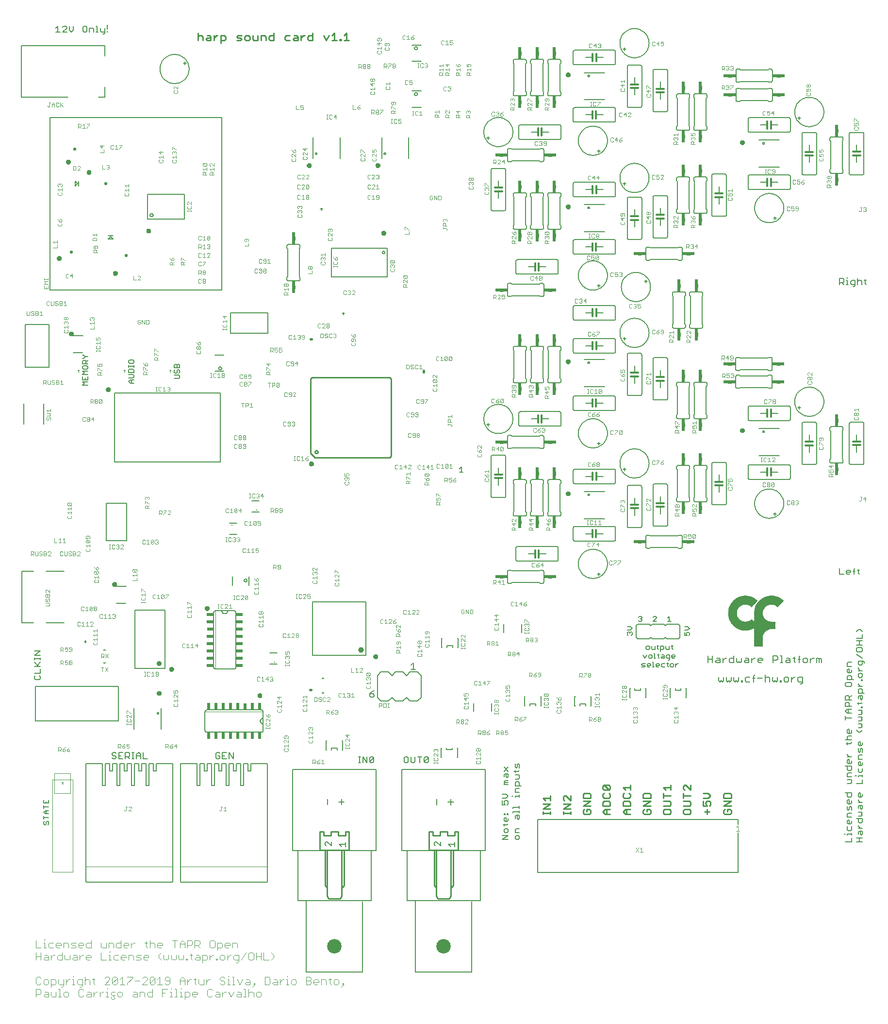
<source format=gto>
G75*
%MOIN*%
%OFA0B0*%
%FSLAX24Y24*%
%IPPOS*%
%LPD*%
%AMOC8*
5,1,8,0,0,1.08239X$1,22.5*
%
%ADD10C,0.0090*%
%ADD11C,0.0080*%
%ADD12C,0.0060*%
%ADD13C,0.0050*%
%ADD14C,0.0040*%
%ADD15C,0.0160*%
%ADD16C,0.0079*%
%ADD17C,0.0394*%
%ADD18C,0.0197*%
%ADD19C,0.0030*%
%ADD20C,0.0992*%
%ADD21C,0.0348*%
%ADD22C,0.0100*%
%ADD23C,0.0111*%
%ADD24R,0.0590X0.0010*%
%ADD25R,0.0600X0.0010*%
%ADD26R,0.0610X0.0010*%
%ADD27R,0.0620X0.0010*%
%ADD28R,0.0630X0.0010*%
%ADD29R,0.0640X0.0010*%
%ADD30R,0.0650X0.0010*%
%ADD31R,0.0660X0.0010*%
%ADD32R,0.0670X0.0010*%
%ADD33R,0.0680X0.0010*%
%ADD34R,0.0690X0.0010*%
%ADD35R,0.0700X0.0010*%
%ADD36R,0.0710X0.0010*%
%ADD37R,0.0720X0.0010*%
%ADD38R,0.0730X0.0010*%
%ADD39R,0.0740X0.0010*%
%ADD40R,0.0750X0.0010*%
%ADD41R,0.0760X0.0010*%
%ADD42R,0.0770X0.0010*%
%ADD43R,0.0780X0.0010*%
%ADD44R,0.0790X0.0010*%
%ADD45R,0.0800X0.0010*%
%ADD46R,0.0820X0.0010*%
%ADD47R,0.0830X0.0010*%
%ADD48R,0.0840X0.0010*%
%ADD49R,0.0860X0.0010*%
%ADD50R,0.0870X0.0010*%
%ADD51R,0.0260X0.0010*%
%ADD52R,0.0890X0.0010*%
%ADD53R,0.0400X0.0010*%
%ADD54R,0.0910X0.0010*%
%ADD55R,0.0500X0.0010*%
%ADD56R,0.0930X0.0010*%
%ADD57R,0.0950X0.0010*%
%ADD58R,0.0480X0.0010*%
%ADD59R,0.0170X0.0010*%
%ADD60R,0.0970X0.0010*%
%ADD61R,0.1000X0.0010*%
%ADD62R,0.1030X0.0010*%
%ADD63R,0.1080X0.0010*%
%ADD64R,0.0900X0.0010*%
%ADD65R,0.1440X0.0010*%
%ADD66R,0.0940X0.0010*%
%ADD67R,0.0980X0.0010*%
%ADD68R,0.1020X0.0010*%
%ADD69R,0.1060X0.0010*%
%ADD70R,0.1100X0.0010*%
%ADD71R,0.1140X0.0010*%
%ADD72R,0.1190X0.0010*%
%ADD73R,0.1420X0.0010*%
%ADD74R,0.1230X0.0010*%
%ADD75R,0.1410X0.0010*%
%ADD76R,0.1250X0.0010*%
%ADD77R,0.1390X0.0010*%
%ADD78R,0.1290X0.0010*%
%ADD79R,0.1380X0.0010*%
%ADD80R,0.1310X0.0010*%
%ADD81R,0.1360X0.0010*%
%ADD82R,0.1350X0.0010*%
%ADD83R,0.1370X0.0010*%
%ADD84R,0.1330X0.0010*%
%ADD85R,0.1320X0.0010*%
%ADD86R,0.1430X0.0010*%
%ADD87R,0.1450X0.0010*%
%ADD88R,0.1490X0.0010*%
%ADD89R,0.1280X0.0010*%
%ADD90R,0.1510X0.0010*%
%ADD91R,0.1270X0.0010*%
%ADD92R,0.1530X0.0010*%
%ADD93R,0.1260X0.0010*%
%ADD94R,0.1550X0.0010*%
%ADD95R,0.1580X0.0010*%
%ADD96R,0.1240X0.0010*%
%ADD97R,0.1600X0.0010*%
%ADD98R,0.1220X0.0010*%
%ADD99R,0.1630X0.0010*%
%ADD100R,0.1210X0.0010*%
%ADD101R,0.1650X0.0010*%
%ADD102R,0.1200X0.0010*%
%ADD103R,0.1670X0.0010*%
%ADD104R,0.1680X0.0010*%
%ADD105R,0.0040X0.0010*%
%ADD106R,0.1300X0.0010*%
%ADD107R,0.1660X0.0010*%
%ADD108R,0.1340X0.0010*%
%ADD109R,0.1640X0.0010*%
%ADD110R,0.1400X0.0010*%
%ADD111R,0.1620X0.0010*%
%ADD112R,0.1110X0.0010*%
%ADD113R,0.0520X0.0010*%
%ADD114R,0.1050X0.0010*%
%ADD115R,0.0450X0.0010*%
%ADD116R,0.1010X0.0010*%
%ADD117R,0.0850X0.0010*%
%ADD118R,0.0360X0.0010*%
%ADD119R,0.0960X0.0010*%
%ADD120R,0.0070X0.0010*%
%ADD121R,0.0320X0.0010*%
%ADD122R,0.0810X0.0010*%
%ADD123R,0.0290X0.0010*%
%ADD124R,0.0920X0.0010*%
%ADD125R,0.0230X0.0010*%
%ADD126R,0.0880X0.0010*%
%ADD127R,0.0200X0.0010*%
%ADD128R,0.0180X0.0010*%
%ADD129R,0.0150X0.0010*%
%ADD130R,0.0130X0.0010*%
%ADD131R,0.0110X0.0010*%
%ADD132R,0.0080X0.0010*%
%ADD133R,0.0060X0.0010*%
%ADD134R,0.0020X0.0010*%
%ADD135R,0.0010X0.0010*%
%ADD136R,0.0580X0.0010*%
%ADD137R,0.0090X0.0010*%
%ADD138R,0.0100X0.0010*%
%ADD139R,0.0160X0.0010*%
%ADD140R,0.0210X0.0010*%
%ADD141R,0.0330X0.0010*%
%ADD142R,0.0440X0.0010*%
%ADD143R,0.0510X0.0010*%
%ADD144R,0.1690X0.0010*%
%ADD145R,0.1610X0.0010*%
%ADD146R,0.1560X0.0010*%
%ADD147R,0.1540X0.0010*%
%ADD148R,0.1520X0.0010*%
%ADD149R,0.1500X0.0010*%
%ADD150R,0.1480X0.0010*%
%ADD151R,0.1460X0.0010*%
%ADD152R,0.1180X0.0010*%
%ADD153R,0.1160X0.0010*%
%ADD154R,0.1130X0.0010*%
%ADD155R,0.1090X0.0010*%
%ADD156R,0.0530X0.0010*%
%ADD157R,0.0420X0.0010*%
%ADD158R,0.0310X0.0010*%
%ADD159R,0.0280X0.0010*%
%ADD160C,0.0070*%
%ADD161C,0.0020*%
%ADD162C,0.0039*%
%ADD163R,0.0200X0.0450*%
%ADD164R,0.0450X0.0200*%
%ADD165C,0.0216*%
%ADD166C,0.0240*%
%ADD167R,0.0240X0.0340*%
%ADD168R,0.0340X0.0240*%
%ADD169C,0.0120*%
%ADD170C,0.0118*%
D10*
X036291Y012851D02*
X036291Y013021D01*
X036291Y012936D02*
X036802Y012936D01*
X036802Y012851D02*
X036802Y013021D01*
X036802Y013220D02*
X036291Y013220D01*
X036802Y013560D01*
X036291Y013560D01*
X036461Y013772D02*
X036291Y013942D01*
X036802Y013942D01*
X036802Y013772D02*
X036802Y014112D01*
X037673Y014027D02*
X037673Y013857D01*
X037758Y013772D01*
X037673Y013560D02*
X038183Y013560D01*
X037673Y013220D01*
X038183Y013220D01*
X038183Y013021D02*
X038183Y012851D01*
X038183Y012936D02*
X037673Y012936D01*
X037673Y012851D02*
X037673Y013021D01*
X038183Y013772D02*
X037843Y014112D01*
X037758Y014112D01*
X037673Y014027D01*
X038183Y014112D02*
X038183Y013772D01*
X039041Y013744D02*
X039551Y013744D01*
X039041Y013404D01*
X039551Y013404D01*
X039466Y013192D02*
X039296Y013192D01*
X039296Y013021D01*
X039466Y012851D02*
X039551Y012936D01*
X039551Y013107D01*
X039466Y013192D01*
X039126Y013192D02*
X039041Y013107D01*
X039041Y012936D01*
X039126Y012851D01*
X039466Y012851D01*
X040395Y013021D02*
X040565Y013192D01*
X040905Y013192D01*
X040905Y013404D02*
X040905Y013659D01*
X040820Y013744D01*
X040480Y013744D01*
X040395Y013659D01*
X040395Y013404D01*
X040905Y013404D01*
X040650Y013192D02*
X040650Y012851D01*
X040565Y012851D02*
X040395Y013021D01*
X040565Y012851D02*
X040905Y012851D01*
X041773Y013021D02*
X041943Y013192D01*
X042283Y013192D01*
X042283Y013404D02*
X042283Y013659D01*
X042198Y013744D01*
X041858Y013744D01*
X041773Y013659D01*
X041773Y013404D01*
X042283Y013404D01*
X042028Y013192D02*
X042028Y012851D01*
X041943Y012851D02*
X041773Y013021D01*
X041943Y012851D02*
X042283Y012851D01*
X043167Y012936D02*
X043252Y012851D01*
X043592Y012851D01*
X043677Y012936D01*
X043677Y013107D01*
X043592Y013192D01*
X043422Y013192D01*
X043422Y013021D01*
X043252Y013192D02*
X043167Y013107D01*
X043167Y012936D01*
X043167Y013404D02*
X043677Y013744D01*
X043167Y013744D01*
X043167Y013956D02*
X043167Y014211D01*
X043252Y014297D01*
X043592Y014297D01*
X043677Y014211D01*
X043677Y013956D01*
X043167Y013956D01*
X043167Y013404D02*
X043677Y013404D01*
X044550Y013404D02*
X044976Y013404D01*
X045061Y013489D01*
X045061Y013659D01*
X044976Y013744D01*
X044550Y013744D01*
X044550Y013956D02*
X044550Y014297D01*
X044550Y014126D02*
X045061Y014126D01*
X045061Y014509D02*
X045061Y014849D01*
X045061Y014679D02*
X044550Y014679D01*
X044721Y014509D01*
X045924Y014594D02*
X046009Y014509D01*
X045924Y014594D02*
X045924Y014764D01*
X046009Y014849D01*
X046094Y014849D01*
X046435Y014509D01*
X046435Y014849D01*
X046435Y014126D02*
X045924Y014126D01*
X045924Y013956D02*
X045924Y014297D01*
X045924Y013744D02*
X046350Y013744D01*
X046435Y013659D01*
X046435Y013489D01*
X046350Y013404D01*
X045924Y013404D01*
X046009Y013192D02*
X045924Y013107D01*
X045924Y012936D01*
X046009Y012851D01*
X046350Y012851D01*
X046435Y012936D01*
X046435Y013107D01*
X046350Y013192D01*
X046009Y013192D01*
X045061Y013107D02*
X045061Y012936D01*
X044976Y012851D01*
X044636Y012851D01*
X044550Y012936D01*
X044550Y013107D01*
X044636Y013192D01*
X044976Y013192D01*
X045061Y013107D01*
X047288Y013404D02*
X047543Y013404D01*
X047458Y013574D01*
X047458Y013659D01*
X047543Y013744D01*
X047714Y013744D01*
X047799Y013659D01*
X047799Y013489D01*
X047714Y013404D01*
X047543Y013192D02*
X047543Y012851D01*
X047373Y013021D02*
X047714Y013021D01*
X047288Y013404D02*
X047288Y013744D01*
X047288Y013956D02*
X047628Y013956D01*
X047799Y014126D01*
X047628Y014297D01*
X047288Y014297D01*
X048696Y014211D02*
X048696Y013956D01*
X049207Y013956D01*
X049207Y014211D01*
X049122Y014297D01*
X048781Y014297D01*
X048696Y014211D01*
X048696Y013744D02*
X049207Y013744D01*
X048696Y013404D01*
X049207Y013404D01*
X049122Y013192D02*
X048952Y013192D01*
X048952Y013021D01*
X049122Y012851D02*
X049207Y012936D01*
X049207Y013107D01*
X049122Y013192D01*
X048781Y013192D02*
X048696Y013107D01*
X048696Y012936D01*
X048781Y012851D01*
X049122Y012851D01*
X042283Y014041D02*
X042283Y014211D01*
X042198Y014297D01*
X042283Y014509D02*
X042283Y014849D01*
X042283Y014679D02*
X041773Y014679D01*
X041943Y014509D01*
X041858Y014297D02*
X041773Y014211D01*
X041773Y014041D01*
X041858Y013956D01*
X042198Y013956D01*
X042283Y014041D01*
X040905Y014041D02*
X040905Y014211D01*
X040820Y014297D01*
X040820Y014509D02*
X040480Y014849D01*
X040820Y014849D01*
X040905Y014764D01*
X040905Y014594D01*
X040820Y014509D01*
X040480Y014509D01*
X040395Y014594D01*
X040395Y014764D01*
X040480Y014849D01*
X040480Y014297D02*
X040395Y014211D01*
X040395Y014041D01*
X040480Y013956D01*
X040820Y013956D01*
X040905Y014041D01*
X039551Y013956D02*
X039551Y014211D01*
X039466Y014297D01*
X039126Y014297D01*
X039041Y014211D01*
X039041Y013956D01*
X039551Y013956D01*
X022956Y065938D02*
X022616Y065938D01*
X022786Y065938D02*
X022786Y066448D01*
X022616Y066278D01*
X022424Y066023D02*
X022424Y065938D01*
X022339Y065938D01*
X022339Y066023D01*
X022424Y066023D01*
X022127Y065938D02*
X021787Y065938D01*
X021957Y065938D02*
X021957Y066448D01*
X021787Y066278D01*
X021575Y066278D02*
X021405Y065938D01*
X021234Y066278D01*
X020470Y066278D02*
X020215Y066278D01*
X020130Y066193D01*
X020130Y066023D01*
X020215Y065938D01*
X020470Y065938D01*
X020470Y066448D01*
X019924Y066278D02*
X019839Y066278D01*
X019669Y066108D01*
X019669Y065938D02*
X019669Y066278D01*
X019457Y066193D02*
X019457Y065938D01*
X019202Y065938D01*
X019117Y066023D01*
X019202Y066108D01*
X019457Y066108D01*
X019457Y066193D02*
X019372Y066278D01*
X019202Y066278D01*
X018904Y066278D02*
X018649Y066278D01*
X018564Y066193D01*
X018564Y066023D01*
X018649Y065938D01*
X018904Y065938D01*
X017800Y065938D02*
X017544Y065938D01*
X017459Y066023D01*
X017459Y066193D01*
X017544Y066278D01*
X017800Y066278D01*
X017800Y066448D02*
X017800Y065938D01*
X017247Y065938D02*
X017247Y066193D01*
X017162Y066278D01*
X016907Y066278D01*
X016907Y065938D01*
X016695Y065938D02*
X016695Y066278D01*
X016695Y065938D02*
X016439Y065938D01*
X016354Y066023D01*
X016354Y066278D01*
X016142Y066193D02*
X016057Y066278D01*
X015887Y066278D01*
X015802Y066193D01*
X015802Y066023D01*
X015887Y065938D01*
X016057Y065938D01*
X016142Y066023D01*
X016142Y066193D01*
X015590Y066278D02*
X015334Y066278D01*
X015249Y066193D01*
X015334Y066108D01*
X015505Y066108D01*
X015590Y066023D01*
X015505Y065938D01*
X015249Y065938D01*
X014485Y066023D02*
X014485Y066193D01*
X014400Y066278D01*
X014144Y066278D01*
X014144Y065768D01*
X014144Y065938D02*
X014400Y065938D01*
X014485Y066023D01*
X013939Y066278D02*
X013854Y066278D01*
X013684Y066108D01*
X013684Y065938D02*
X013684Y066278D01*
X013472Y066193D02*
X013472Y065938D01*
X013217Y065938D01*
X013132Y066023D01*
X013217Y066108D01*
X013472Y066108D01*
X013472Y066193D02*
X013387Y066278D01*
X013217Y066278D01*
X012919Y066193D02*
X012919Y065938D01*
X012919Y066193D02*
X012834Y066278D01*
X012664Y066278D01*
X012579Y066193D01*
X012579Y066448D02*
X012579Y065938D01*
D11*
X006362Y066513D02*
X006362Y066583D01*
X006362Y066723D02*
X006362Y067004D01*
X006182Y066793D02*
X006182Y066443D01*
X006112Y066373D01*
X006042Y066373D01*
X005972Y066513D02*
X006182Y066513D01*
X005972Y066513D02*
X005902Y066583D01*
X005902Y066793D01*
X005665Y066934D02*
X005665Y066513D01*
X005595Y066513D02*
X005735Y066513D01*
X005415Y066513D02*
X005415Y066723D01*
X005344Y066793D01*
X005134Y066793D01*
X005134Y066513D01*
X004954Y066583D02*
X004954Y066864D01*
X004884Y066934D01*
X004744Y066934D01*
X004674Y066864D01*
X004674Y066583D01*
X004744Y066513D01*
X004884Y066513D01*
X004954Y066583D01*
X005595Y066934D02*
X005665Y066934D01*
X004033Y066934D02*
X004033Y066653D01*
X003893Y066513D01*
X003753Y066653D01*
X003753Y066934D01*
X003573Y066864D02*
X003503Y066934D01*
X003363Y066934D01*
X003293Y066864D01*
X003573Y066864D02*
X003573Y066793D01*
X003293Y066513D01*
X003573Y066513D01*
X003113Y066513D02*
X002832Y066513D01*
X002972Y066513D02*
X002972Y066934D01*
X002832Y066793D01*
X020645Y058184D02*
X020647Y058199D01*
X020653Y058212D01*
X020662Y058224D01*
X020673Y058233D01*
X020687Y058239D01*
X020702Y058241D01*
X020717Y058239D01*
X020730Y058233D01*
X020742Y058224D01*
X020751Y058213D01*
X020757Y058199D01*
X020759Y058184D01*
X020757Y058169D01*
X020751Y058156D01*
X020742Y058144D01*
X020731Y058135D01*
X020717Y058129D01*
X020702Y058127D01*
X020687Y058129D01*
X020674Y058135D01*
X020662Y058144D01*
X020653Y058155D01*
X020647Y058169D01*
X020645Y058184D01*
X025369Y058184D02*
X025371Y058199D01*
X025377Y058212D01*
X025386Y058224D01*
X025397Y058233D01*
X025411Y058239D01*
X025426Y058241D01*
X025441Y058239D01*
X025454Y058233D01*
X025466Y058224D01*
X025475Y058213D01*
X025481Y058199D01*
X025483Y058184D01*
X025481Y058169D01*
X025475Y058156D01*
X025466Y058144D01*
X025455Y058135D01*
X025441Y058129D01*
X025426Y058127D01*
X025411Y058129D01*
X025398Y058135D01*
X025386Y058144D01*
X025377Y058155D01*
X025371Y058169D01*
X025369Y058184D01*
X025605Y051684D02*
X021747Y051684D01*
X021747Y049716D01*
X025605Y049716D01*
X025605Y051684D01*
X025244Y051400D02*
X025246Y051418D01*
X025252Y051436D01*
X025261Y051452D01*
X025273Y051465D01*
X025288Y051476D01*
X025305Y051484D01*
X025323Y051488D01*
X025341Y051488D01*
X025359Y051484D01*
X025376Y051476D01*
X025391Y051465D01*
X025403Y051452D01*
X025412Y051436D01*
X025418Y051418D01*
X025420Y051400D01*
X025418Y051382D01*
X025412Y051364D01*
X025403Y051348D01*
X025391Y051335D01*
X025376Y051324D01*
X025359Y051316D01*
X025341Y051312D01*
X025323Y051312D01*
X025305Y051316D01*
X025288Y051324D01*
X025273Y051335D01*
X025261Y051348D01*
X025252Y051364D01*
X025246Y051382D01*
X025244Y051400D01*
X017387Y047266D02*
X017387Y045866D01*
X014807Y045866D01*
X014807Y047266D01*
X017387Y047266D01*
X016786Y034361D02*
X016294Y034361D01*
X016294Y033574D02*
X016786Y033574D01*
X015260Y032836D02*
X014768Y032836D01*
X014768Y032048D02*
X015260Y032048D01*
X010312Y026857D02*
X008264Y026857D01*
X008264Y022841D01*
X010312Y022841D01*
X010312Y026857D01*
X007687Y031607D02*
X006287Y031607D01*
X006287Y034187D01*
X007687Y034187D01*
X007687Y031607D01*
X001764Y024041D02*
X001344Y024041D01*
X001344Y023760D02*
X001764Y024041D01*
X001764Y023760D02*
X001344Y023760D01*
X001344Y023594D02*
X001344Y023453D01*
X001344Y023523D02*
X001764Y023523D01*
X001764Y023453D02*
X001764Y023594D01*
X001764Y023273D02*
X001554Y023063D01*
X001624Y022993D02*
X001344Y023273D01*
X001344Y022993D02*
X001764Y022993D01*
X001764Y022813D02*
X001764Y022533D01*
X001344Y022533D01*
X001414Y022352D02*
X001344Y022282D01*
X001344Y022142D01*
X001414Y022072D01*
X001694Y022072D01*
X001764Y022142D01*
X001764Y022282D01*
X001694Y022352D01*
X006754Y017080D02*
X006684Y017010D01*
X006684Y016940D01*
X006754Y016870D01*
X006894Y016870D01*
X006964Y016799D01*
X006964Y016729D01*
X006894Y016659D01*
X006754Y016659D01*
X006684Y016729D01*
X006754Y017080D02*
X006894Y017080D01*
X006964Y017010D01*
X007144Y017080D02*
X007144Y016659D01*
X007425Y016659D01*
X007605Y016659D02*
X007605Y017080D01*
X007815Y017080D01*
X007885Y017010D01*
X007885Y016870D01*
X007815Y016799D01*
X007605Y016799D01*
X007745Y016799D02*
X007885Y016659D01*
X008065Y016659D02*
X008205Y016659D01*
X008135Y016659D02*
X008135Y017080D01*
X008065Y017080D02*
X008205Y017080D01*
X008372Y016940D02*
X008512Y017080D01*
X008652Y016940D01*
X008652Y016659D01*
X008832Y016659D02*
X009113Y016659D01*
X008832Y016659D02*
X008832Y017080D01*
X008652Y016870D02*
X008372Y016870D01*
X008372Y016940D02*
X008372Y016659D01*
X008225Y016330D02*
X008225Y016328D01*
X008225Y014830D01*
X008025Y014830D01*
X008025Y016330D01*
X007725Y016330D01*
X007725Y015830D01*
X007525Y015830D01*
X007525Y016330D01*
X007225Y016330D01*
X007225Y014830D01*
X007025Y014830D01*
X007025Y016330D01*
X006725Y016330D01*
X006725Y015830D01*
X006525Y015830D01*
X006525Y016328D01*
X006525Y016330D01*
X006525Y016328D02*
X006225Y016328D01*
X006225Y014830D01*
X006025Y014830D01*
X006025Y016330D01*
X004892Y016328D01*
X004892Y008224D01*
X004925Y008180D02*
X010825Y008180D01*
X010859Y008224D02*
X010859Y016328D01*
X009725Y016328D01*
X009725Y015830D01*
X009525Y015830D01*
X009525Y016330D01*
X009225Y016330D01*
X009225Y016328D02*
X009225Y014830D01*
X009025Y014830D01*
X009025Y016330D01*
X008725Y016330D01*
X008725Y015830D01*
X008525Y015830D01*
X008525Y016330D01*
X008525Y016328D02*
X008225Y016328D01*
X007284Y016870D02*
X007144Y016870D01*
X007144Y017080D02*
X007425Y017080D01*
X006225Y016330D02*
X006225Y016328D01*
X009225Y016328D02*
X009525Y016328D01*
X009725Y016330D02*
X009725Y016328D01*
X011392Y016328D02*
X012525Y016330D01*
X012525Y014830D01*
X012725Y014830D01*
X012725Y016328D01*
X012725Y016330D01*
X012725Y016328D02*
X013025Y016328D01*
X013025Y015830D01*
X013225Y015830D01*
X013225Y016330D01*
X013525Y016330D01*
X013525Y014830D01*
X013725Y014830D01*
X013725Y016330D01*
X014025Y016330D01*
X014025Y015830D01*
X014225Y015830D01*
X014225Y016330D01*
X014525Y016330D01*
X014525Y014830D01*
X014725Y014830D01*
X014725Y016328D01*
X014725Y016330D01*
X014725Y016328D02*
X015025Y016328D01*
X015025Y016330D02*
X015025Y015830D01*
X015225Y015830D01*
X015225Y016330D01*
X015525Y016330D01*
X015525Y014830D01*
X015725Y014830D01*
X015725Y016328D01*
X016025Y016328D01*
X016025Y016330D02*
X016025Y015830D01*
X016225Y015830D01*
X016225Y016328D01*
X016225Y016330D01*
X016225Y016328D02*
X017359Y016328D01*
X017359Y008224D01*
X017325Y008180D02*
X011425Y008180D01*
X011392Y008224D02*
X011392Y016328D01*
X013025Y016330D02*
X013025Y016328D01*
X013812Y016729D02*
X013882Y016659D01*
X014022Y016659D01*
X014092Y016729D01*
X014092Y016870D01*
X013952Y016870D01*
X014092Y017010D02*
X014022Y017080D01*
X013882Y017080D01*
X013812Y017010D01*
X013812Y016729D01*
X014272Y016659D02*
X014552Y016659D01*
X014732Y016659D02*
X014732Y017080D01*
X015013Y016659D01*
X015013Y017080D01*
X014552Y017080D02*
X014272Y017080D01*
X014272Y016659D01*
X014272Y016870D02*
X014412Y016870D01*
X015725Y016330D02*
X016025Y016330D01*
X019097Y015926D02*
X019097Y010356D01*
X024825Y010356D01*
X024825Y015926D01*
X019097Y015926D01*
X021391Y017253D02*
X021428Y017253D01*
X021391Y017253D02*
X021391Y017891D01*
X021428Y017891D01*
X021754Y017375D02*
X021754Y017261D01*
X021754Y017375D02*
X022148Y017375D01*
X022148Y017257D01*
X022473Y017253D02*
X022511Y017253D01*
X022511Y017891D01*
X022473Y017891D01*
X023606Y016799D02*
X023746Y016799D01*
X023676Y016799D02*
X023676Y016378D01*
X023606Y016378D02*
X023746Y016378D01*
X023913Y016378D02*
X023913Y016799D01*
X024193Y016378D01*
X024193Y016799D01*
X024373Y016728D02*
X024443Y016799D01*
X024583Y016799D01*
X024653Y016728D01*
X024373Y016448D01*
X024443Y016378D01*
X024583Y016378D01*
X024653Y016448D01*
X024653Y016728D01*
X024373Y016728D02*
X024373Y016448D01*
X022445Y013894D02*
X022445Y013507D01*
X022252Y013701D02*
X022639Y013701D01*
X021495Y013507D02*
X021495Y013894D01*
X019442Y010326D02*
X019442Y006911D01*
X024481Y006911D01*
X024481Y010316D01*
X026597Y010356D02*
X032325Y010356D01*
X032325Y015926D01*
X026597Y015926D01*
X026597Y010356D01*
X026942Y010326D02*
X026942Y006911D01*
X031981Y006911D01*
X031981Y010316D01*
X033485Y011117D02*
X033905Y011397D01*
X033485Y011397D01*
X033695Y011578D02*
X033835Y011578D01*
X033905Y011648D01*
X033905Y011788D01*
X033835Y011858D01*
X033695Y011858D01*
X033625Y011788D01*
X033625Y011648D01*
X033695Y011578D01*
X033625Y012038D02*
X033625Y012178D01*
X033555Y012108D02*
X033835Y012108D01*
X033905Y012178D01*
X033835Y012345D02*
X033695Y012345D01*
X033625Y012415D01*
X033625Y012555D01*
X033695Y012625D01*
X033765Y012625D01*
X033765Y012345D01*
X033835Y012345D02*
X033905Y012415D01*
X033905Y012555D01*
X033905Y012805D02*
X033835Y012805D01*
X033835Y012875D01*
X033905Y012875D01*
X033905Y012805D01*
X033695Y012805D02*
X033625Y012805D01*
X033625Y012875D01*
X033695Y012875D01*
X033695Y012805D01*
X034235Y012959D02*
X034235Y013029D01*
X034655Y013029D01*
X034655Y012959D02*
X034655Y013099D01*
X034655Y013266D02*
X034655Y013406D01*
X034655Y013336D02*
X034235Y013336D01*
X034235Y013266D01*
X033905Y013566D02*
X033835Y013496D01*
X033905Y013566D02*
X033905Y013706D01*
X033835Y013776D01*
X033695Y013776D01*
X033625Y013706D01*
X033625Y013636D01*
X033695Y013496D01*
X033485Y013496D01*
X033485Y013776D01*
X033485Y013956D02*
X033765Y013956D01*
X033905Y014096D01*
X033765Y014237D01*
X033485Y014237D01*
X033625Y014877D02*
X033625Y014947D01*
X033695Y015017D01*
X033625Y015087D01*
X033695Y015157D01*
X033905Y015157D01*
X033905Y015017D02*
X033695Y015017D01*
X033625Y014877D02*
X033905Y014877D01*
X033835Y015338D02*
X033765Y015408D01*
X033765Y015618D01*
X033695Y015618D02*
X033905Y015618D01*
X033905Y015408D01*
X033835Y015338D01*
X033625Y015408D02*
X033625Y015548D01*
X033695Y015618D01*
X033625Y015798D02*
X033905Y016078D01*
X033905Y015798D02*
X033625Y016078D01*
X034305Y015791D02*
X034585Y015791D01*
X034655Y015861D01*
X034655Y016028D02*
X034655Y016238D01*
X034585Y016308D01*
X034515Y016238D01*
X034515Y016098D01*
X034445Y016028D01*
X034375Y016098D01*
X034375Y016308D01*
X034375Y015861D02*
X034375Y015721D01*
X034375Y015541D02*
X034655Y015541D01*
X034655Y015331D01*
X034585Y015261D01*
X034375Y015261D01*
X034445Y015081D02*
X034585Y015081D01*
X034655Y015011D01*
X034655Y014800D01*
X034796Y014800D02*
X034375Y014800D01*
X034375Y015011D01*
X034445Y015081D01*
X034445Y014620D02*
X034655Y014620D01*
X034445Y014620D02*
X034375Y014550D01*
X034375Y014340D01*
X034655Y014340D01*
X034655Y014173D02*
X034655Y014033D01*
X034655Y014103D02*
X034375Y014103D01*
X034375Y014033D01*
X034235Y014103D02*
X034165Y014103D01*
X034445Y012779D02*
X034655Y012779D01*
X034655Y012568D01*
X034585Y012498D01*
X034515Y012568D01*
X034515Y012779D01*
X034445Y012779D02*
X034375Y012709D01*
X034375Y012568D01*
X034445Y011858D02*
X034655Y011858D01*
X034445Y011858D02*
X034375Y011788D01*
X034375Y011578D01*
X034655Y011578D01*
X034585Y011397D02*
X034655Y011327D01*
X034655Y011187D01*
X034585Y011117D01*
X034445Y011117D01*
X034375Y011187D01*
X034375Y011327D01*
X034445Y011397D01*
X034585Y011397D01*
X033905Y011117D02*
X033485Y011117D01*
X030149Y013691D02*
X029762Y013691D01*
X029955Y013884D02*
X029955Y013497D01*
X029005Y013497D02*
X029005Y013884D01*
X028347Y016373D02*
X028207Y016373D01*
X028137Y016443D01*
X028417Y016724D01*
X028417Y016443D01*
X028347Y016373D01*
X028137Y016443D02*
X028137Y016724D01*
X028207Y016794D01*
X028347Y016794D01*
X028417Y016724D01*
X027957Y016794D02*
X027676Y016794D01*
X027817Y016794D02*
X027817Y016373D01*
X027496Y016443D02*
X027496Y016794D01*
X027216Y016794D02*
X027216Y016443D01*
X027286Y016373D01*
X027426Y016373D01*
X027496Y016443D01*
X027036Y016443D02*
X027036Y016724D01*
X026966Y016794D01*
X026826Y016794D01*
X026756Y016724D01*
X026756Y016443D01*
X026826Y016373D01*
X026966Y016373D01*
X027036Y016443D01*
X029295Y016761D02*
X029333Y016761D01*
X029295Y016761D02*
X029295Y017399D01*
X029333Y017399D01*
X029659Y017395D02*
X029659Y017277D01*
X030052Y017277D01*
X030052Y017391D01*
X030378Y017399D02*
X030415Y017399D01*
X030415Y016761D01*
X030378Y016761D01*
X035025Y020293D02*
X035063Y020293D01*
X035025Y020293D02*
X035025Y020931D01*
X035063Y020931D01*
X035388Y020415D02*
X035388Y020301D01*
X035388Y020415D02*
X035782Y020415D01*
X035782Y020297D01*
X036108Y020293D02*
X036145Y020293D01*
X036145Y020931D01*
X036108Y020931D01*
X038470Y020931D02*
X038470Y020293D01*
X038507Y020293D01*
X038833Y020301D02*
X038833Y020415D01*
X039227Y020415D01*
X039227Y020297D01*
X039553Y020293D02*
X039590Y020293D01*
X039590Y020931D01*
X039553Y020931D01*
X038507Y020931D02*
X038470Y020931D01*
X042242Y020853D02*
X042280Y020853D01*
X042242Y020853D02*
X042242Y021491D01*
X042280Y021491D01*
X042605Y021487D02*
X042605Y021369D01*
X042999Y021369D01*
X042999Y021483D01*
X043325Y021491D02*
X043362Y021491D01*
X043362Y020853D01*
X043325Y020853D01*
X045010Y020853D02*
X045048Y020853D01*
X045010Y020853D02*
X045010Y021491D01*
X045048Y021491D01*
X045373Y021487D02*
X045373Y021369D01*
X045767Y021369D01*
X045767Y021483D01*
X046093Y021491D02*
X046130Y021491D01*
X046130Y020853D01*
X046093Y020853D01*
X047619Y023243D02*
X047619Y023724D01*
X047619Y023484D02*
X047939Y023484D01*
X047939Y023724D02*
X047939Y023243D01*
X048134Y023324D02*
X048214Y023404D01*
X048455Y023404D01*
X048455Y023484D02*
X048455Y023243D01*
X048214Y023243D01*
X048134Y023324D01*
X048214Y023564D02*
X048374Y023564D01*
X048455Y023484D01*
X048650Y023564D02*
X048650Y023243D01*
X048650Y023404D02*
X048810Y023564D01*
X048890Y023564D01*
X049080Y023484D02*
X049160Y023564D01*
X049400Y023564D01*
X049400Y023724D02*
X049400Y023243D01*
X049160Y023243D01*
X049080Y023324D01*
X049080Y023484D01*
X049595Y023564D02*
X049595Y023324D01*
X049675Y023243D01*
X049755Y023324D01*
X049835Y023243D01*
X049916Y023324D01*
X049916Y023564D01*
X050191Y023564D02*
X050351Y023564D01*
X050431Y023484D01*
X050431Y023243D01*
X050191Y023243D01*
X050111Y023324D01*
X050191Y023404D01*
X050431Y023404D01*
X050627Y023404D02*
X050787Y023564D01*
X050867Y023564D01*
X051056Y023484D02*
X051136Y023564D01*
X051296Y023564D01*
X051376Y023484D01*
X051376Y023404D01*
X051056Y023404D01*
X051056Y023324D02*
X051056Y023484D01*
X051056Y023324D02*
X051136Y023243D01*
X051296Y023243D01*
X050627Y023243D02*
X050627Y023564D01*
X050852Y022414D02*
X050772Y022334D01*
X050772Y021933D01*
X050692Y022174D02*
X050852Y022174D01*
X051035Y022174D02*
X051356Y022174D01*
X051551Y022174D02*
X051631Y022254D01*
X051791Y022254D01*
X051871Y022174D01*
X051871Y021933D01*
X052067Y022014D02*
X052067Y022254D01*
X052067Y022014D02*
X052147Y021933D01*
X052227Y022014D01*
X052307Y021933D01*
X052387Y022014D01*
X052387Y022254D01*
X052582Y022014D02*
X052662Y022014D01*
X052662Y021933D01*
X052582Y021933D01*
X052582Y022014D01*
X052840Y022014D02*
X052840Y022174D01*
X052920Y022254D01*
X053080Y022254D01*
X053160Y022174D01*
X053160Y022014D01*
X053080Y021933D01*
X052920Y021933D01*
X052840Y022014D01*
X053356Y022094D02*
X053516Y022254D01*
X053596Y022254D01*
X053785Y022174D02*
X053785Y022014D01*
X053865Y021933D01*
X054106Y021933D01*
X054106Y021853D02*
X054106Y022254D01*
X053865Y022254D01*
X053785Y022174D01*
X053946Y021773D02*
X054026Y021773D01*
X054106Y021853D01*
X053356Y021933D02*
X053356Y022254D01*
X053267Y023243D02*
X053027Y023243D01*
X052947Y023324D01*
X053027Y023404D01*
X053267Y023404D01*
X053267Y023484D02*
X053267Y023243D01*
X053267Y023484D02*
X053187Y023564D01*
X053027Y023564D01*
X052683Y023724D02*
X052683Y023243D01*
X052603Y023243D02*
X052763Y023243D01*
X052408Y023484D02*
X052328Y023404D01*
X052087Y023404D01*
X052087Y023243D02*
X052087Y023724D01*
X052328Y023724D01*
X052408Y023644D01*
X052408Y023484D01*
X052603Y023724D02*
X052683Y023724D01*
X053463Y023564D02*
X053623Y023564D01*
X053543Y023644D02*
X053543Y023324D01*
X053623Y023243D01*
X053886Y023243D02*
X053886Y023644D01*
X053966Y023724D01*
X053966Y023484D02*
X053806Y023484D01*
X054150Y023484D02*
X054150Y023324D01*
X054230Y023243D01*
X054390Y023243D01*
X054470Y023324D01*
X054470Y023484D01*
X054390Y023564D01*
X054230Y023564D01*
X054150Y023484D01*
X054666Y023564D02*
X054666Y023243D01*
X054666Y023404D02*
X054826Y023564D01*
X054906Y023564D01*
X055095Y023564D02*
X055175Y023564D01*
X055256Y023484D01*
X055336Y023564D01*
X055416Y023484D01*
X055416Y023243D01*
X055256Y023243D02*
X055256Y023484D01*
X055095Y023564D02*
X055095Y023243D01*
X057056Y021832D02*
X057126Y021902D01*
X057406Y021902D01*
X057476Y021832D01*
X057476Y021692D01*
X057406Y021622D01*
X057126Y021622D01*
X057056Y021692D01*
X057056Y021832D01*
X057196Y022082D02*
X057196Y022292D01*
X057266Y022362D01*
X057406Y022362D01*
X057476Y022292D01*
X057476Y022082D01*
X057616Y022082D02*
X057196Y022082D01*
X057266Y022543D02*
X057196Y022613D01*
X057196Y022753D01*
X057266Y022823D01*
X057336Y022823D01*
X057336Y022543D01*
X057406Y022543D02*
X057266Y022543D01*
X057406Y022543D02*
X057476Y022613D01*
X057476Y022753D01*
X057476Y023003D02*
X057196Y023003D01*
X057196Y023213D01*
X057266Y023283D01*
X057476Y023283D01*
X057946Y023360D02*
X057946Y023150D01*
X058016Y023080D01*
X058156Y023080D01*
X058226Y023150D01*
X058226Y023360D01*
X058296Y023360D02*
X057946Y023360D01*
X058226Y023540D02*
X057806Y023820D01*
X057876Y024000D02*
X058156Y024000D01*
X058226Y024070D01*
X058226Y024211D01*
X058156Y024281D01*
X057876Y024281D01*
X057806Y024211D01*
X057806Y024070D01*
X057876Y024000D01*
X057806Y024461D02*
X058226Y024461D01*
X058016Y024461D02*
X058016Y024741D01*
X057806Y024741D02*
X058226Y024741D01*
X058226Y024921D02*
X058226Y025201D01*
X058226Y025382D02*
X058086Y025522D01*
X057946Y025522D01*
X057806Y025382D01*
X057806Y024921D02*
X058226Y024921D01*
X058296Y023360D02*
X058366Y023290D01*
X058366Y023220D01*
X057946Y022906D02*
X057946Y022836D01*
X058086Y022696D01*
X058226Y022696D02*
X057946Y022696D01*
X058016Y022516D02*
X057946Y022446D01*
X057946Y022306D01*
X058016Y022236D01*
X058156Y022236D01*
X058226Y022306D01*
X058226Y022446D01*
X058156Y022516D01*
X058016Y022516D01*
X058156Y022075D02*
X058226Y022075D01*
X058226Y022005D01*
X058156Y022005D01*
X058156Y022075D01*
X057946Y021832D02*
X057946Y021762D01*
X058086Y021622D01*
X058226Y021622D02*
X057946Y021622D01*
X058016Y021442D02*
X058156Y021442D01*
X058226Y021372D01*
X058226Y021161D01*
X058366Y021161D02*
X057946Y021161D01*
X057946Y021372D01*
X058016Y021442D01*
X058016Y020981D02*
X058226Y020981D01*
X058226Y020771D01*
X058156Y020701D01*
X058086Y020771D01*
X058086Y020981D01*
X058016Y020981D02*
X057946Y020911D01*
X057946Y020771D01*
X057946Y020534D02*
X057946Y020394D01*
X057876Y020464D02*
X058156Y020464D01*
X058226Y020534D01*
X058226Y020234D02*
X058226Y020164D01*
X058156Y020164D01*
X058156Y020234D01*
X058226Y020234D01*
X058156Y019984D02*
X057946Y019984D01*
X058156Y019984D02*
X058226Y019914D01*
X058156Y019844D01*
X058226Y019773D01*
X058156Y019703D01*
X057946Y019703D01*
X057946Y019523D02*
X058156Y019523D01*
X058226Y019453D01*
X058156Y019383D01*
X058226Y019313D01*
X058156Y019243D01*
X057946Y019243D01*
X057946Y019063D02*
X058156Y019063D01*
X058226Y018993D01*
X058156Y018923D01*
X058226Y018853D01*
X058156Y018783D01*
X057946Y018783D01*
X057806Y018616D02*
X057946Y018476D01*
X058086Y018476D01*
X058226Y018616D01*
X057476Y018609D02*
X057476Y018469D01*
X057406Y018399D01*
X057266Y018399D01*
X057196Y018469D01*
X057196Y018609D01*
X057266Y018679D01*
X057336Y018679D01*
X057336Y018399D01*
X057266Y018219D02*
X057476Y018219D01*
X057266Y018219D02*
X057196Y018149D01*
X057196Y018009D01*
X057266Y017939D01*
X057196Y017772D02*
X057196Y017632D01*
X057126Y017702D02*
X057406Y017702D01*
X057476Y017772D01*
X057476Y017939D02*
X057056Y017939D01*
X057946Y017765D02*
X058016Y017835D01*
X058086Y017835D01*
X058086Y017555D01*
X058156Y017555D02*
X058016Y017555D01*
X057946Y017625D01*
X057946Y017765D01*
X058226Y017765D02*
X058226Y017625D01*
X058156Y017555D01*
X058156Y017375D02*
X058086Y017305D01*
X058086Y017165D01*
X058016Y017095D01*
X057946Y017165D01*
X057946Y017375D01*
X058156Y017375D02*
X058226Y017305D01*
X058226Y017095D01*
X058226Y016914D02*
X058016Y016914D01*
X057946Y016844D01*
X057946Y016634D01*
X058226Y016634D01*
X058086Y016454D02*
X058086Y016174D01*
X058156Y016174D02*
X058016Y016174D01*
X057946Y016244D01*
X057946Y016384D01*
X058016Y016454D01*
X058086Y016454D01*
X058226Y016384D02*
X058226Y016244D01*
X058156Y016174D01*
X058226Y015994D02*
X058226Y015783D01*
X058156Y015713D01*
X058016Y015713D01*
X057946Y015783D01*
X057946Y015994D01*
X057476Y015937D02*
X057406Y015867D01*
X057266Y015867D01*
X057196Y015937D01*
X057196Y016147D01*
X057056Y016147D02*
X057476Y016147D01*
X057476Y015937D01*
X057476Y015687D02*
X057266Y015687D01*
X057196Y015617D01*
X057196Y015406D01*
X057476Y015406D01*
X057476Y015226D02*
X057196Y015226D01*
X057196Y014946D02*
X057406Y014946D01*
X057476Y015016D01*
X057476Y015226D01*
X057736Y015477D02*
X057806Y015477D01*
X057946Y015477D02*
X058226Y015477D01*
X058226Y015547D02*
X058226Y015406D01*
X058226Y015226D02*
X058226Y014946D01*
X057806Y014946D01*
X057946Y015406D02*
X057946Y015477D01*
X057406Y016327D02*
X057266Y016327D01*
X057196Y016397D01*
X057196Y016537D01*
X057266Y016607D01*
X057336Y016607D01*
X057336Y016327D01*
X057406Y016327D02*
X057476Y016397D01*
X057476Y016537D01*
X057476Y016788D02*
X057196Y016788D01*
X057196Y016928D02*
X057196Y016998D01*
X057196Y016928D02*
X057336Y016788D01*
X057476Y014306D02*
X057056Y014306D01*
X057196Y014306D02*
X057196Y014095D01*
X057266Y014025D01*
X057406Y014025D01*
X057476Y014095D01*
X057476Y014306D01*
X057946Y014235D02*
X058016Y014306D01*
X058086Y014306D01*
X058086Y014025D01*
X058156Y014025D02*
X058016Y014025D01*
X057946Y014095D01*
X057946Y014235D01*
X058226Y014235D02*
X058226Y014095D01*
X058156Y014025D01*
X057946Y013852D02*
X057946Y013782D01*
X058086Y013642D01*
X058226Y013642D02*
X057946Y013642D01*
X058016Y013461D02*
X058226Y013461D01*
X058226Y013251D01*
X058156Y013181D01*
X058086Y013251D01*
X058086Y013461D01*
X058016Y013461D02*
X057946Y013391D01*
X057946Y013251D01*
X057946Y013001D02*
X058156Y013001D01*
X058226Y012931D01*
X058156Y012861D01*
X058226Y012791D01*
X058156Y012721D01*
X057946Y012721D01*
X057946Y012541D02*
X057946Y012330D01*
X058016Y012260D01*
X058156Y012260D01*
X058226Y012330D01*
X058226Y012541D01*
X057806Y012541D01*
X057476Y012644D02*
X057196Y012644D01*
X057196Y012854D01*
X057266Y012924D01*
X057476Y012924D01*
X057476Y013104D02*
X057476Y013315D01*
X057406Y013385D01*
X057336Y013315D01*
X057336Y013175D01*
X057266Y013104D01*
X057196Y013175D01*
X057196Y013385D01*
X057266Y013565D02*
X057196Y013635D01*
X057196Y013775D01*
X057266Y013845D01*
X057336Y013845D01*
X057336Y013565D01*
X057406Y013565D02*
X057266Y013565D01*
X057406Y013565D02*
X057476Y013635D01*
X057476Y013775D01*
X057336Y012464D02*
X057336Y012184D01*
X057406Y012184D02*
X057266Y012184D01*
X057196Y012254D01*
X057196Y012394D01*
X057266Y012464D01*
X057336Y012464D01*
X057476Y012394D02*
X057476Y012254D01*
X057406Y012184D01*
X057476Y012004D02*
X057476Y011793D01*
X057406Y011723D01*
X057266Y011723D01*
X057196Y011793D01*
X057196Y012004D01*
X057196Y011486D02*
X057476Y011486D01*
X057476Y011416D02*
X057476Y011556D01*
X057196Y011486D02*
X057196Y011416D01*
X057056Y011486D02*
X056986Y011486D01*
X057056Y010956D02*
X057476Y010956D01*
X057476Y011236D01*
X057806Y011236D02*
X058226Y011236D01*
X058156Y011416D02*
X058086Y011486D01*
X058086Y011697D01*
X058016Y011697D02*
X058226Y011697D01*
X058226Y011486D01*
X058156Y011416D01*
X057946Y011486D02*
X057946Y011627D01*
X058016Y011697D01*
X058086Y011877D02*
X057946Y012017D01*
X057946Y012087D01*
X057946Y011877D02*
X058226Y011877D01*
X058016Y011236D02*
X058016Y010956D01*
X058226Y010956D02*
X057806Y010956D01*
X057056Y019320D02*
X057056Y019600D01*
X057056Y019460D02*
X057476Y019460D01*
X057476Y019780D02*
X057196Y019780D01*
X057056Y019920D01*
X057196Y020060D01*
X057476Y020060D01*
X057476Y020241D02*
X057056Y020241D01*
X057056Y020451D01*
X057126Y020521D01*
X057266Y020521D01*
X057336Y020451D01*
X057336Y020241D01*
X057266Y020060D02*
X057266Y019780D01*
X057336Y020701D02*
X057336Y020911D01*
X057266Y020981D01*
X057126Y020981D01*
X057056Y020911D01*
X057056Y020701D01*
X057476Y020701D01*
X057336Y020841D02*
X057476Y020981D01*
X051551Y021933D02*
X051551Y022414D01*
X050496Y022254D02*
X050256Y022254D01*
X050176Y022174D01*
X050176Y022014D01*
X050256Y021933D01*
X050496Y021933D01*
X049998Y021933D02*
X049918Y021933D01*
X049918Y022014D01*
X049998Y022014D01*
X049998Y021933D01*
X049723Y022014D02*
X049723Y022254D01*
X049723Y022014D02*
X049643Y021933D01*
X049563Y022014D01*
X049483Y021933D01*
X049402Y022014D01*
X049402Y022254D01*
X049207Y022254D02*
X049207Y022014D01*
X049127Y021933D01*
X049047Y022014D01*
X048967Y021933D01*
X048887Y022014D01*
X048887Y022254D01*
X048691Y022254D02*
X048691Y022014D01*
X048611Y021933D01*
X048531Y022014D01*
X048451Y021933D01*
X048371Y022014D01*
X048371Y022254D01*
X056671Y029309D02*
X056951Y029309D01*
X057131Y029379D02*
X057131Y029519D01*
X057201Y029589D01*
X057341Y029589D01*
X057412Y029519D01*
X057412Y029449D01*
X057131Y029449D01*
X057131Y029379D02*
X057201Y029309D01*
X057341Y029309D01*
X057662Y029309D02*
X057662Y029659D01*
X057732Y029729D01*
X057732Y029519D02*
X057592Y029519D01*
X057899Y029589D02*
X058039Y029589D01*
X057969Y029659D02*
X057969Y029379D01*
X058039Y029309D01*
X056671Y029309D02*
X056671Y029729D01*
X051378Y039107D02*
X051380Y039122D01*
X051386Y039135D01*
X051395Y039147D01*
X051406Y039156D01*
X051420Y039162D01*
X051435Y039164D01*
X051450Y039162D01*
X051463Y039156D01*
X051475Y039147D01*
X051484Y039136D01*
X051490Y039122D01*
X051492Y039107D01*
X051490Y039092D01*
X051484Y039079D01*
X051475Y039067D01*
X051464Y039058D01*
X051450Y039052D01*
X051435Y039050D01*
X051420Y039052D01*
X051407Y039058D01*
X051395Y039067D01*
X051386Y039078D01*
X051380Y039092D01*
X051378Y039107D01*
X056671Y049190D02*
X056671Y049611D01*
X056881Y049611D01*
X056951Y049541D01*
X056951Y049401D01*
X056881Y049331D01*
X056671Y049331D01*
X056811Y049331D02*
X056951Y049190D01*
X057131Y049190D02*
X057271Y049190D01*
X057201Y049190D02*
X057201Y049471D01*
X057131Y049471D01*
X057201Y049611D02*
X057201Y049681D01*
X057438Y049401D02*
X057438Y049260D01*
X057508Y049190D01*
X057718Y049190D01*
X057718Y049120D02*
X057718Y049471D01*
X057508Y049471D01*
X057438Y049401D01*
X057578Y049050D02*
X057648Y049050D01*
X057718Y049120D01*
X057899Y049190D02*
X057899Y049611D01*
X057969Y049471D02*
X058109Y049471D01*
X058179Y049401D01*
X058179Y049190D01*
X058429Y049260D02*
X058499Y049190D01*
X058429Y049260D02*
X058429Y049541D01*
X058359Y049471D02*
X058499Y049471D01*
X057969Y049471D02*
X057899Y049401D01*
X051378Y058890D02*
X051380Y058905D01*
X051386Y058918D01*
X051395Y058930D01*
X051406Y058939D01*
X051420Y058945D01*
X051435Y058947D01*
X051450Y058945D01*
X051463Y058939D01*
X051475Y058930D01*
X051484Y058919D01*
X051490Y058905D01*
X051492Y058890D01*
X051490Y058875D01*
X051484Y058862D01*
X051475Y058850D01*
X051464Y058841D01*
X051450Y058835D01*
X051435Y058833D01*
X051420Y058835D01*
X051407Y058841D01*
X051395Y058850D01*
X051386Y058861D01*
X051380Y058875D01*
X051378Y058890D01*
X039371Y054461D02*
X039373Y054476D01*
X039379Y054489D01*
X039388Y054501D01*
X039399Y054510D01*
X039413Y054516D01*
X039428Y054518D01*
X039443Y054516D01*
X039456Y054510D01*
X039468Y054501D01*
X039477Y054490D01*
X039483Y054476D01*
X039485Y054461D01*
X039483Y054446D01*
X039477Y054433D01*
X039468Y054421D01*
X039457Y054412D01*
X039443Y054406D01*
X039428Y054404D01*
X039413Y054406D01*
X039400Y054412D01*
X039388Y054421D01*
X039379Y054432D01*
X039373Y054446D01*
X039371Y054461D01*
X039371Y063516D02*
X039373Y063531D01*
X039379Y063544D01*
X039388Y063556D01*
X039399Y063565D01*
X039413Y063571D01*
X039428Y063573D01*
X039443Y063571D01*
X039456Y063565D01*
X039468Y063556D01*
X039477Y063545D01*
X039483Y063531D01*
X039485Y063516D01*
X039483Y063501D01*
X039477Y063488D01*
X039468Y063476D01*
X039457Y063467D01*
X039443Y063461D01*
X039428Y063459D01*
X039413Y063461D01*
X039400Y063467D01*
X039388Y063476D01*
X039379Y063487D01*
X039373Y063501D01*
X039371Y063516D01*
X039371Y043831D02*
X039373Y043846D01*
X039379Y043859D01*
X039388Y043871D01*
X039399Y043880D01*
X039413Y043886D01*
X039428Y043888D01*
X039443Y043886D01*
X039456Y043880D01*
X039468Y043871D01*
X039477Y043860D01*
X039483Y043846D01*
X039485Y043831D01*
X039483Y043816D01*
X039477Y043803D01*
X039468Y043791D01*
X039457Y043782D01*
X039443Y043776D01*
X039428Y043774D01*
X039413Y043776D01*
X039400Y043782D01*
X039388Y043791D01*
X039379Y043802D01*
X039373Y043816D01*
X039371Y043831D01*
X039371Y034776D02*
X039373Y034791D01*
X039379Y034804D01*
X039388Y034816D01*
X039399Y034825D01*
X039413Y034831D01*
X039428Y034833D01*
X039443Y034831D01*
X039456Y034825D01*
X039468Y034816D01*
X039477Y034805D01*
X039483Y034791D01*
X039485Y034776D01*
X039483Y034761D01*
X039477Y034748D01*
X039468Y034736D01*
X039457Y034727D01*
X039443Y034721D01*
X039428Y034719D01*
X039413Y034721D01*
X039400Y034727D01*
X039388Y034736D01*
X039379Y034747D01*
X039373Y034761D01*
X039371Y034776D01*
X030454Y024929D02*
X030417Y024929D01*
X030454Y024929D02*
X030454Y024291D01*
X030417Y024291D01*
X030091Y024295D02*
X030091Y024413D01*
X029697Y024413D01*
X029697Y024299D01*
X029371Y024291D02*
X029334Y024291D01*
X029334Y024929D01*
X029371Y024929D01*
X018016Y023928D02*
X017524Y023928D01*
X017524Y023141D02*
X018016Y023141D01*
X009778Y019787D02*
X009780Y019802D01*
X009786Y019815D01*
X009795Y019827D01*
X009806Y019836D01*
X009820Y019842D01*
X009835Y019844D01*
X009850Y019842D01*
X009863Y019836D01*
X009875Y019827D01*
X009884Y019816D01*
X009890Y019802D01*
X009892Y019787D01*
X009890Y019772D01*
X009884Y019759D01*
X009875Y019747D01*
X009864Y019738D01*
X009850Y019732D01*
X009835Y019730D01*
X009820Y019732D01*
X009807Y019738D01*
X009795Y019747D01*
X009786Y019758D01*
X009780Y019772D01*
X009778Y019787D01*
X020032Y006871D02*
X020032Y002009D01*
X023890Y002009D01*
X023890Y006861D01*
X027532Y006871D02*
X027532Y002009D01*
X031390Y002009D01*
X031390Y006861D01*
D12*
X031533Y019908D02*
X031533Y020469D01*
X032748Y020469D02*
X032748Y019908D01*
X027916Y020862D02*
X027666Y020612D01*
X027166Y020612D01*
X026916Y020862D01*
X026666Y020612D01*
X026166Y020612D01*
X025916Y020862D01*
X025666Y020612D01*
X025166Y020612D01*
X024916Y020862D01*
X024916Y022362D01*
X025166Y022612D01*
X025666Y022612D01*
X025916Y022362D01*
X026166Y022612D01*
X026666Y022612D01*
X026916Y022362D01*
X027166Y022612D01*
X027666Y022612D01*
X027916Y022362D01*
X027916Y020862D01*
X033599Y025321D02*
X033599Y025882D01*
X034815Y025882D02*
X034815Y025321D01*
X034093Y028695D02*
X033943Y028695D01*
X033926Y028697D01*
X033909Y028701D01*
X033893Y028708D01*
X033879Y028718D01*
X033866Y028731D01*
X033856Y028745D01*
X033849Y028761D01*
X033845Y028778D01*
X033843Y028795D01*
X033843Y029495D01*
X033845Y029512D01*
X033849Y029529D01*
X033856Y029545D01*
X033866Y029559D01*
X033879Y029572D01*
X033893Y029582D01*
X033909Y029589D01*
X033926Y029593D01*
X033943Y029595D01*
X034093Y029595D01*
X034143Y029545D01*
X036043Y029545D01*
X036093Y029595D01*
X036243Y029595D01*
X036260Y029593D01*
X036277Y029589D01*
X036293Y029582D01*
X036307Y029572D01*
X036320Y029559D01*
X036330Y029545D01*
X036337Y029529D01*
X036341Y029512D01*
X036343Y029495D01*
X036343Y028795D01*
X036341Y028778D01*
X036337Y028761D01*
X036330Y028745D01*
X036320Y028731D01*
X036307Y028718D01*
X036293Y028708D01*
X036277Y028701D01*
X036260Y028697D01*
X036243Y028695D01*
X036093Y028695D01*
X036043Y028745D01*
X034143Y028745D01*
X034093Y028695D01*
X034531Y030220D02*
X037231Y030220D01*
X037248Y030222D01*
X037265Y030226D01*
X037281Y030233D01*
X037295Y030243D01*
X037308Y030256D01*
X037318Y030270D01*
X037325Y030286D01*
X037329Y030303D01*
X037331Y030320D01*
X037331Y031120D01*
X037329Y031137D01*
X037325Y031154D01*
X037318Y031170D01*
X037308Y031184D01*
X037295Y031197D01*
X037281Y031207D01*
X037265Y031214D01*
X037248Y031218D01*
X037231Y031220D01*
X034531Y031220D01*
X034514Y031218D01*
X034497Y031214D01*
X034481Y031207D01*
X034467Y031197D01*
X034454Y031184D01*
X034444Y031170D01*
X034437Y031154D01*
X034433Y031137D01*
X034431Y031120D01*
X034431Y030320D01*
X034433Y030303D01*
X034437Y030286D01*
X034444Y030270D01*
X034454Y030256D01*
X034467Y030243D01*
X034481Y030233D01*
X034497Y030226D01*
X034514Y030222D01*
X034531Y030220D01*
X035281Y030720D02*
X035751Y030720D01*
X036001Y030720D02*
X036481Y030720D01*
X038368Y031698D02*
X038368Y032498D01*
X038370Y032515D01*
X038374Y032532D01*
X038381Y032548D01*
X038391Y032562D01*
X038404Y032575D01*
X038418Y032585D01*
X038434Y032592D01*
X038451Y032596D01*
X038468Y032598D01*
X041168Y032598D01*
X041185Y032596D01*
X041202Y032592D01*
X041218Y032585D01*
X041232Y032575D01*
X041245Y032562D01*
X041255Y032548D01*
X041262Y032532D01*
X041266Y032515D01*
X041268Y032498D01*
X041268Y031698D01*
X041266Y031681D01*
X041262Y031664D01*
X041255Y031648D01*
X041245Y031634D01*
X041232Y031621D01*
X041218Y031611D01*
X041202Y031604D01*
X041185Y031600D01*
X041168Y031598D01*
X038468Y031598D01*
X038451Y031600D01*
X038434Y031604D01*
X038418Y031611D01*
X038404Y031621D01*
X038391Y031634D01*
X038381Y031648D01*
X038374Y031664D01*
X038370Y031681D01*
X038368Y031698D01*
X039218Y032098D02*
X039688Y032098D01*
X039938Y032098D02*
X040418Y032098D01*
X040527Y033136D02*
X039108Y033136D01*
X037512Y033408D02*
X037512Y033558D01*
X037462Y033608D01*
X037462Y035508D01*
X037512Y035558D01*
X037512Y035708D01*
X037510Y035725D01*
X037506Y035742D01*
X037499Y035758D01*
X037489Y035772D01*
X037476Y035785D01*
X037462Y035795D01*
X037446Y035802D01*
X037429Y035806D01*
X037412Y035808D01*
X036712Y035808D01*
X036695Y035806D01*
X036678Y035802D01*
X036662Y035795D01*
X036648Y035785D01*
X036635Y035772D01*
X036625Y035758D01*
X036618Y035742D01*
X036614Y035725D01*
X036612Y035708D01*
X036612Y035558D01*
X036662Y035508D01*
X036662Y033608D01*
X036612Y033558D01*
X036612Y033408D01*
X036614Y033391D01*
X036618Y033374D01*
X036625Y033358D01*
X036635Y033344D01*
X036648Y033331D01*
X036662Y033321D01*
X036678Y033314D01*
X036695Y033310D01*
X036712Y033308D01*
X037412Y033308D01*
X037429Y033310D01*
X037446Y033314D01*
X037462Y033321D01*
X037476Y033331D01*
X037489Y033344D01*
X037499Y033358D01*
X037506Y033374D01*
X037510Y033391D01*
X037512Y033408D01*
X036331Y033408D02*
X036331Y033558D01*
X036281Y033608D01*
X036281Y035508D01*
X036331Y035558D01*
X036331Y035708D01*
X036329Y035725D01*
X036325Y035742D01*
X036318Y035758D01*
X036308Y035772D01*
X036295Y035785D01*
X036281Y035795D01*
X036265Y035802D01*
X036248Y035806D01*
X036231Y035808D01*
X035531Y035808D01*
X035514Y035806D01*
X035497Y035802D01*
X035481Y035795D01*
X035467Y035785D01*
X035454Y035772D01*
X035444Y035758D01*
X035437Y035742D01*
X035433Y035725D01*
X035431Y035708D01*
X035431Y035558D01*
X035481Y035508D01*
X035481Y033608D01*
X035431Y033558D01*
X035431Y033408D01*
X035433Y033391D01*
X035437Y033374D01*
X035444Y033358D01*
X035454Y033344D01*
X035467Y033331D01*
X035481Y033321D01*
X035497Y033314D01*
X035514Y033310D01*
X035531Y033308D01*
X036231Y033308D01*
X036248Y033310D01*
X036265Y033314D01*
X036281Y033321D01*
X036295Y033331D01*
X036308Y033344D01*
X036318Y033358D01*
X036325Y033374D01*
X036329Y033391D01*
X036331Y033408D01*
X035149Y033408D02*
X035149Y033558D01*
X035099Y033608D01*
X035099Y035508D01*
X035149Y035558D01*
X035149Y035708D01*
X035147Y035725D01*
X035143Y035742D01*
X035136Y035758D01*
X035126Y035772D01*
X035113Y035785D01*
X035099Y035795D01*
X035083Y035802D01*
X035066Y035806D01*
X035049Y035808D01*
X034349Y035808D01*
X034332Y035806D01*
X034315Y035802D01*
X034299Y035795D01*
X034285Y035785D01*
X034272Y035772D01*
X034262Y035758D01*
X034255Y035742D01*
X034251Y035725D01*
X034249Y035708D01*
X034249Y035558D01*
X034299Y035508D01*
X034299Y033608D01*
X034249Y033558D01*
X034249Y033408D01*
X034251Y033391D01*
X034255Y033374D01*
X034262Y033358D01*
X034272Y033344D01*
X034285Y033331D01*
X034299Y033321D01*
X034315Y033314D01*
X034332Y033310D01*
X034349Y033308D01*
X035049Y033308D01*
X035066Y033310D01*
X035083Y033314D01*
X035099Y033321D01*
X035113Y033331D01*
X035126Y033344D01*
X035136Y033358D01*
X035143Y033374D01*
X035147Y033391D01*
X035149Y033408D01*
X033723Y034685D02*
X033723Y037385D01*
X033721Y037402D01*
X033717Y037419D01*
X033710Y037435D01*
X033700Y037449D01*
X033687Y037462D01*
X033673Y037472D01*
X033657Y037479D01*
X033640Y037483D01*
X033623Y037485D01*
X032823Y037485D01*
X032806Y037483D01*
X032789Y037479D01*
X032773Y037472D01*
X032759Y037462D01*
X032746Y037449D01*
X032736Y037435D01*
X032729Y037419D01*
X032725Y037402D01*
X032723Y037385D01*
X032723Y034685D01*
X032725Y034668D01*
X032729Y034651D01*
X032736Y034635D01*
X032746Y034621D01*
X032759Y034608D01*
X032773Y034598D01*
X032789Y034591D01*
X032806Y034587D01*
X032823Y034585D01*
X033623Y034585D01*
X033640Y034587D01*
X033657Y034591D01*
X033673Y034598D01*
X033687Y034608D01*
X033700Y034621D01*
X033710Y034635D01*
X033717Y034651D01*
X033721Y034668D01*
X033723Y034685D01*
X033223Y035435D02*
X033223Y035905D01*
X033223Y036155D02*
X033223Y036635D01*
X033943Y037947D02*
X034093Y037947D01*
X034143Y037997D01*
X036043Y037997D01*
X036093Y037947D01*
X036243Y037947D01*
X036260Y037949D01*
X036277Y037953D01*
X036293Y037960D01*
X036307Y037970D01*
X036320Y037983D01*
X036330Y037997D01*
X036337Y038013D01*
X036341Y038030D01*
X036343Y038047D01*
X036343Y038747D01*
X036341Y038764D01*
X036337Y038781D01*
X036330Y038797D01*
X036320Y038811D01*
X036307Y038824D01*
X036293Y038834D01*
X036277Y038841D01*
X036260Y038845D01*
X036243Y038847D01*
X036093Y038847D01*
X036043Y038797D01*
X034143Y038797D01*
X034093Y038847D01*
X033943Y038847D01*
X033926Y038845D01*
X033909Y038841D01*
X033893Y038834D01*
X033879Y038824D01*
X033866Y038811D01*
X033856Y038797D01*
X033849Y038781D01*
X033845Y038764D01*
X033843Y038747D01*
X033843Y038047D01*
X033845Y038030D01*
X033849Y038013D01*
X033856Y037997D01*
X033866Y037983D01*
X033879Y037970D01*
X033893Y037960D01*
X033909Y037953D01*
X033926Y037949D01*
X033943Y037947D01*
X034727Y039472D02*
X037427Y039472D01*
X037444Y039474D01*
X037461Y039478D01*
X037477Y039485D01*
X037491Y039495D01*
X037504Y039508D01*
X037514Y039522D01*
X037521Y039538D01*
X037525Y039555D01*
X037527Y039572D01*
X037527Y040372D01*
X037525Y040389D01*
X037521Y040406D01*
X037514Y040422D01*
X037504Y040436D01*
X037491Y040449D01*
X037477Y040459D01*
X037461Y040466D01*
X037444Y040470D01*
X037427Y040472D01*
X034727Y040472D01*
X034710Y040470D01*
X034693Y040466D01*
X034677Y040459D01*
X034663Y040449D01*
X034650Y040436D01*
X034640Y040422D01*
X034633Y040406D01*
X034629Y040389D01*
X034627Y040372D01*
X034627Y039572D01*
X034629Y039555D01*
X034633Y039538D01*
X034640Y039522D01*
X034650Y039508D01*
X034663Y039495D01*
X034677Y039485D01*
X034693Y039478D01*
X034710Y039474D01*
X034727Y039472D01*
X035477Y039972D02*
X035947Y039972D01*
X036197Y039972D02*
X036677Y039972D01*
X038368Y040654D02*
X038368Y041454D01*
X038370Y041471D01*
X038374Y041488D01*
X038381Y041504D01*
X038391Y041518D01*
X038404Y041531D01*
X038418Y041541D01*
X038434Y041548D01*
X038451Y041552D01*
X038468Y041554D01*
X041168Y041554D01*
X041185Y041552D01*
X041202Y041548D01*
X041218Y041541D01*
X041232Y041531D01*
X041245Y041518D01*
X041255Y041504D01*
X041262Y041488D01*
X041266Y041471D01*
X041268Y041454D01*
X041268Y040654D01*
X041266Y040637D01*
X041262Y040620D01*
X041255Y040604D01*
X041245Y040590D01*
X041232Y040577D01*
X041218Y040567D01*
X041202Y040560D01*
X041185Y040556D01*
X041168Y040554D01*
X038468Y040554D01*
X038451Y040556D01*
X038434Y040560D01*
X038418Y040567D01*
X038404Y040577D01*
X038391Y040590D01*
X038381Y040604D01*
X038374Y040620D01*
X038370Y040637D01*
X038368Y040654D01*
X039218Y041054D02*
X039688Y041054D01*
X039938Y041054D02*
X040418Y041054D01*
X040527Y042191D02*
X039108Y042191D01*
X037512Y042562D02*
X037512Y042712D01*
X037462Y042762D01*
X037462Y044662D01*
X037512Y044712D01*
X037512Y044862D01*
X037510Y044879D01*
X037506Y044896D01*
X037499Y044912D01*
X037489Y044926D01*
X037476Y044939D01*
X037462Y044949D01*
X037446Y044956D01*
X037429Y044960D01*
X037412Y044962D01*
X036712Y044962D01*
X036695Y044960D01*
X036678Y044956D01*
X036662Y044949D01*
X036648Y044939D01*
X036635Y044926D01*
X036625Y044912D01*
X036618Y044896D01*
X036614Y044879D01*
X036612Y044862D01*
X036612Y044712D01*
X036662Y044662D01*
X036662Y042762D01*
X036612Y042712D01*
X036612Y042562D01*
X036614Y042545D01*
X036618Y042528D01*
X036625Y042512D01*
X036635Y042498D01*
X036648Y042485D01*
X036662Y042475D01*
X036678Y042468D01*
X036695Y042464D01*
X036712Y042462D01*
X037412Y042462D01*
X037429Y042464D01*
X037446Y042468D01*
X037462Y042475D01*
X037476Y042485D01*
X037489Y042498D01*
X037499Y042512D01*
X037506Y042528D01*
X037510Y042545D01*
X037512Y042562D01*
X036331Y042562D02*
X036331Y042712D01*
X036281Y042762D01*
X036281Y044662D01*
X036331Y044712D01*
X036331Y044862D01*
X036329Y044879D01*
X036325Y044896D01*
X036318Y044912D01*
X036308Y044926D01*
X036295Y044939D01*
X036281Y044949D01*
X036265Y044956D01*
X036248Y044960D01*
X036231Y044962D01*
X035531Y044962D01*
X035514Y044960D01*
X035497Y044956D01*
X035481Y044949D01*
X035467Y044939D01*
X035454Y044926D01*
X035444Y044912D01*
X035437Y044896D01*
X035433Y044879D01*
X035431Y044862D01*
X035431Y044712D01*
X035481Y044662D01*
X035481Y042762D01*
X035431Y042712D01*
X035431Y042562D01*
X035433Y042545D01*
X035437Y042528D01*
X035444Y042512D01*
X035454Y042498D01*
X035467Y042485D01*
X035481Y042475D01*
X035497Y042468D01*
X035514Y042464D01*
X035531Y042462D01*
X036231Y042462D01*
X036248Y042464D01*
X036265Y042468D01*
X036281Y042475D01*
X036295Y042485D01*
X036308Y042498D01*
X036318Y042512D01*
X036325Y042528D01*
X036329Y042545D01*
X036331Y042562D01*
X035149Y042562D02*
X035149Y042712D01*
X035099Y042762D01*
X035099Y044662D01*
X035149Y044712D01*
X035149Y044862D01*
X035147Y044879D01*
X035143Y044896D01*
X035136Y044912D01*
X035126Y044926D01*
X035113Y044939D01*
X035099Y044949D01*
X035083Y044956D01*
X035066Y044960D01*
X035049Y044962D01*
X034349Y044962D01*
X034332Y044960D01*
X034315Y044956D01*
X034299Y044949D01*
X034285Y044939D01*
X034272Y044926D01*
X034262Y044912D01*
X034255Y044896D01*
X034251Y044879D01*
X034249Y044862D01*
X034249Y044712D01*
X034299Y044662D01*
X034299Y042762D01*
X034249Y042712D01*
X034249Y042562D01*
X034251Y042545D01*
X034255Y042528D01*
X034262Y042512D01*
X034272Y042498D01*
X034285Y042485D01*
X034299Y042475D01*
X034315Y042468D01*
X034332Y042464D01*
X034349Y042462D01*
X035049Y042462D01*
X035066Y042464D01*
X035083Y042468D01*
X035099Y042475D01*
X035113Y042485D01*
X035126Y042498D01*
X035136Y042512D01*
X035143Y042528D01*
X035147Y042545D01*
X035149Y042562D01*
X032223Y039972D02*
X032225Y040035D01*
X032231Y040097D01*
X032241Y040159D01*
X032254Y040221D01*
X032272Y040281D01*
X032293Y040340D01*
X032318Y040398D01*
X032347Y040454D01*
X032379Y040508D01*
X032414Y040560D01*
X032452Y040609D01*
X032494Y040657D01*
X032538Y040701D01*
X032586Y040743D01*
X032635Y040781D01*
X032687Y040816D01*
X032741Y040848D01*
X032797Y040877D01*
X032855Y040902D01*
X032914Y040923D01*
X032974Y040941D01*
X033036Y040954D01*
X033098Y040964D01*
X033160Y040970D01*
X033223Y040972D01*
X033286Y040970D01*
X033348Y040964D01*
X033410Y040954D01*
X033472Y040941D01*
X033532Y040923D01*
X033591Y040902D01*
X033649Y040877D01*
X033705Y040848D01*
X033759Y040816D01*
X033811Y040781D01*
X033860Y040743D01*
X033908Y040701D01*
X033952Y040657D01*
X033994Y040609D01*
X034032Y040560D01*
X034067Y040508D01*
X034099Y040454D01*
X034128Y040398D01*
X034153Y040340D01*
X034174Y040281D01*
X034192Y040221D01*
X034205Y040159D01*
X034215Y040097D01*
X034221Y040035D01*
X034223Y039972D01*
X034221Y039909D01*
X034215Y039847D01*
X034205Y039785D01*
X034192Y039723D01*
X034174Y039663D01*
X034153Y039604D01*
X034128Y039546D01*
X034099Y039490D01*
X034067Y039436D01*
X034032Y039384D01*
X033994Y039335D01*
X033952Y039287D01*
X033908Y039243D01*
X033860Y039201D01*
X033811Y039163D01*
X033759Y039128D01*
X033705Y039096D01*
X033649Y039067D01*
X033591Y039042D01*
X033532Y039021D01*
X033472Y039003D01*
X033410Y038990D01*
X033348Y038980D01*
X033286Y038974D01*
X033223Y038972D01*
X033160Y038974D01*
X033098Y038980D01*
X033036Y038990D01*
X032974Y039003D01*
X032914Y039021D01*
X032855Y039042D01*
X032797Y039067D01*
X032741Y039096D01*
X032687Y039128D01*
X032635Y039163D01*
X032586Y039201D01*
X032538Y039243D01*
X032494Y039287D01*
X032452Y039335D01*
X032414Y039384D01*
X032379Y039436D01*
X032347Y039490D01*
X032318Y039546D01*
X032293Y039604D01*
X032272Y039663D01*
X032254Y039723D01*
X032241Y039785D01*
X032231Y039847D01*
X032225Y039909D01*
X032223Y039972D01*
X032523Y039672D02*
X032523Y039472D01*
X032623Y039572D02*
X032423Y039572D01*
X038368Y036435D02*
X038368Y035635D01*
X038370Y035618D01*
X038374Y035601D01*
X038381Y035585D01*
X038391Y035571D01*
X038404Y035558D01*
X038418Y035548D01*
X038434Y035541D01*
X038451Y035537D01*
X038468Y035535D01*
X041168Y035535D01*
X041185Y035537D01*
X041202Y035541D01*
X041218Y035548D01*
X041232Y035558D01*
X041245Y035571D01*
X041255Y035585D01*
X041262Y035601D01*
X041266Y035618D01*
X041268Y035635D01*
X041268Y036435D01*
X041266Y036452D01*
X041262Y036469D01*
X041255Y036485D01*
X041245Y036499D01*
X041232Y036512D01*
X041218Y036522D01*
X041202Y036529D01*
X041185Y036533D01*
X041168Y036535D01*
X038468Y036535D01*
X038451Y036533D01*
X038434Y036529D01*
X038418Y036522D01*
X038404Y036512D01*
X038391Y036499D01*
X038381Y036485D01*
X038374Y036469D01*
X038370Y036452D01*
X038368Y036435D01*
X039218Y036035D02*
X039698Y036035D01*
X039948Y036035D02*
X040418Y036035D01*
X040527Y034996D02*
X039108Y034996D01*
X042073Y035318D02*
X042073Y032618D01*
X042075Y032601D01*
X042079Y032584D01*
X042086Y032568D01*
X042096Y032554D01*
X042109Y032541D01*
X042123Y032531D01*
X042139Y032524D01*
X042156Y032520D01*
X042173Y032518D01*
X042973Y032518D01*
X042990Y032520D01*
X043007Y032524D01*
X043023Y032531D01*
X043037Y032541D01*
X043050Y032554D01*
X043060Y032568D01*
X043067Y032584D01*
X043071Y032601D01*
X043073Y032618D01*
X043073Y035318D01*
X043071Y035335D01*
X043067Y035352D01*
X043060Y035368D01*
X043050Y035382D01*
X043037Y035395D01*
X043023Y035405D01*
X043007Y035412D01*
X042990Y035416D01*
X042973Y035418D01*
X042173Y035418D01*
X042156Y035416D01*
X042139Y035412D01*
X042123Y035405D01*
X042109Y035395D01*
X042096Y035382D01*
X042086Y035368D01*
X042079Y035352D01*
X042075Y035335D01*
X042073Y035318D01*
X042573Y034568D02*
X042573Y034088D01*
X042573Y033838D02*
X042573Y033368D01*
X043845Y032716D02*
X043845Y035416D01*
X043847Y035433D01*
X043851Y035450D01*
X043858Y035466D01*
X043868Y035480D01*
X043881Y035493D01*
X043895Y035503D01*
X043911Y035510D01*
X043928Y035514D01*
X043945Y035516D01*
X044745Y035516D01*
X044762Y035514D01*
X044779Y035510D01*
X044795Y035503D01*
X044809Y035493D01*
X044822Y035480D01*
X044832Y035466D01*
X044839Y035450D01*
X044843Y035433D01*
X044845Y035416D01*
X044845Y032716D01*
X044843Y032699D01*
X044839Y032682D01*
X044832Y032666D01*
X044822Y032652D01*
X044809Y032639D01*
X044795Y032629D01*
X044779Y032622D01*
X044762Y032618D01*
X044745Y032616D01*
X043945Y032616D01*
X043928Y032618D01*
X043911Y032622D01*
X043895Y032629D01*
X043881Y032639D01*
X043868Y032652D01*
X043858Y032666D01*
X043851Y032682D01*
X043847Y032699D01*
X043845Y032716D01*
X043602Y032002D02*
X043652Y031952D01*
X045552Y031952D01*
X045602Y032002D01*
X045752Y032002D01*
X045769Y032000D01*
X045786Y031996D01*
X045802Y031989D01*
X045816Y031979D01*
X045829Y031966D01*
X045839Y031952D01*
X045846Y031936D01*
X045850Y031919D01*
X045852Y031902D01*
X045852Y031202D01*
X045850Y031185D01*
X045846Y031168D01*
X045839Y031152D01*
X045829Y031138D01*
X045816Y031125D01*
X045802Y031115D01*
X045786Y031108D01*
X045769Y031104D01*
X045752Y031102D01*
X045602Y031102D01*
X045552Y031152D01*
X043652Y031152D01*
X043602Y031102D01*
X043452Y031102D01*
X043435Y031104D01*
X043418Y031108D01*
X043402Y031115D01*
X043388Y031125D01*
X043375Y031138D01*
X043365Y031152D01*
X043358Y031168D01*
X043354Y031185D01*
X043352Y031202D01*
X043352Y031902D01*
X043354Y031919D01*
X043358Y031936D01*
X043365Y031952D01*
X043375Y031966D01*
X043388Y031979D01*
X043402Y031989D01*
X043418Y031996D01*
X043435Y032000D01*
X043452Y032002D01*
X043602Y032002D01*
X044345Y033466D02*
X044345Y033946D01*
X044345Y034196D02*
X044345Y034666D01*
X045470Y034543D02*
X045470Y034393D01*
X045472Y034376D01*
X045476Y034359D01*
X045483Y034343D01*
X045493Y034329D01*
X045506Y034316D01*
X045520Y034306D01*
X045536Y034299D01*
X045553Y034295D01*
X045570Y034293D01*
X046270Y034293D01*
X046287Y034295D01*
X046304Y034299D01*
X046320Y034306D01*
X046334Y034316D01*
X046347Y034329D01*
X046357Y034343D01*
X046364Y034359D01*
X046368Y034376D01*
X046370Y034393D01*
X046370Y034543D01*
X046320Y034593D01*
X046320Y036493D01*
X046370Y036543D01*
X046370Y036693D01*
X046368Y036710D01*
X046364Y036727D01*
X046357Y036743D01*
X046347Y036757D01*
X046334Y036770D01*
X046320Y036780D01*
X046304Y036787D01*
X046287Y036791D01*
X046270Y036793D01*
X045570Y036793D01*
X045553Y036791D01*
X045536Y036787D01*
X045520Y036780D01*
X045506Y036770D01*
X045493Y036757D01*
X045483Y036743D01*
X045476Y036727D01*
X045472Y036710D01*
X045470Y036693D01*
X045470Y036543D01*
X045520Y036493D01*
X045520Y034593D01*
X045470Y034543D01*
X046651Y034543D02*
X046651Y034393D01*
X046653Y034376D01*
X046657Y034359D01*
X046664Y034343D01*
X046674Y034329D01*
X046687Y034316D01*
X046701Y034306D01*
X046717Y034299D01*
X046734Y034295D01*
X046751Y034293D01*
X047451Y034293D01*
X047468Y034295D01*
X047485Y034299D01*
X047501Y034306D01*
X047515Y034316D01*
X047528Y034329D01*
X047538Y034343D01*
X047545Y034359D01*
X047549Y034376D01*
X047551Y034393D01*
X047551Y034543D01*
X047501Y034593D01*
X047501Y036493D01*
X047551Y036543D01*
X047551Y036693D01*
X047549Y036710D01*
X047545Y036727D01*
X047538Y036743D01*
X047528Y036757D01*
X047515Y036770D01*
X047501Y036780D01*
X047485Y036787D01*
X047468Y036791D01*
X047451Y036793D01*
X046751Y036793D01*
X046734Y036791D01*
X046717Y036787D01*
X046701Y036780D01*
X046687Y036770D01*
X046674Y036757D01*
X046664Y036743D01*
X046657Y036727D01*
X046653Y036710D01*
X046651Y036693D01*
X046651Y036543D01*
X046701Y036493D01*
X046701Y034593D01*
X046651Y034543D01*
X047881Y034193D02*
X047881Y036893D01*
X047883Y036910D01*
X047887Y036927D01*
X047894Y036943D01*
X047904Y036957D01*
X047917Y036970D01*
X047931Y036980D01*
X047947Y036987D01*
X047964Y036991D01*
X047981Y036993D01*
X048781Y036993D01*
X048798Y036991D01*
X048815Y036987D01*
X048831Y036980D01*
X048845Y036970D01*
X048858Y036957D01*
X048868Y036943D01*
X048875Y036927D01*
X048879Y036910D01*
X048881Y036893D01*
X048881Y034193D01*
X048879Y034176D01*
X048875Y034159D01*
X048868Y034143D01*
X048858Y034129D01*
X048845Y034116D01*
X048831Y034106D01*
X048815Y034099D01*
X048798Y034095D01*
X048781Y034093D01*
X047981Y034093D01*
X047964Y034095D01*
X047947Y034099D01*
X047931Y034106D01*
X047917Y034116D01*
X047904Y034129D01*
X047894Y034143D01*
X047887Y034159D01*
X047883Y034176D01*
X047881Y034193D01*
X048381Y034943D02*
X048381Y035413D01*
X048381Y035663D02*
X048381Y036143D01*
X050375Y035930D02*
X050375Y036730D01*
X050377Y036747D01*
X050381Y036764D01*
X050388Y036780D01*
X050398Y036794D01*
X050411Y036807D01*
X050425Y036817D01*
X050441Y036824D01*
X050458Y036828D01*
X050475Y036830D01*
X053175Y036830D01*
X053192Y036828D01*
X053209Y036824D01*
X053225Y036817D01*
X053239Y036807D01*
X053252Y036794D01*
X053262Y036780D01*
X053269Y036764D01*
X053273Y036747D01*
X053275Y036730D01*
X053275Y035930D01*
X053273Y035913D01*
X053269Y035896D01*
X053262Y035880D01*
X053252Y035866D01*
X053239Y035853D01*
X053225Y035843D01*
X053209Y035836D01*
X053192Y035832D01*
X053175Y035830D01*
X050475Y035830D01*
X050458Y035832D01*
X050441Y035836D01*
X050425Y035843D01*
X050411Y035853D01*
X050398Y035866D01*
X050388Y035880D01*
X050381Y035896D01*
X050377Y035913D01*
X050375Y035930D01*
X051225Y036330D02*
X051695Y036330D01*
X051945Y036330D02*
X052425Y036330D01*
X052535Y037467D02*
X051116Y037467D01*
X051116Y039327D02*
X052535Y039327D01*
X053175Y039865D02*
X050475Y039865D01*
X050458Y039867D01*
X050441Y039871D01*
X050425Y039878D01*
X050411Y039888D01*
X050398Y039901D01*
X050388Y039915D01*
X050381Y039931D01*
X050377Y039948D01*
X050375Y039965D01*
X050375Y040765D01*
X050377Y040782D01*
X050381Y040799D01*
X050388Y040815D01*
X050398Y040829D01*
X050411Y040842D01*
X050425Y040852D01*
X050441Y040859D01*
X050458Y040863D01*
X050475Y040865D01*
X053175Y040865D01*
X053192Y040863D01*
X053209Y040859D01*
X053225Y040852D01*
X053239Y040842D01*
X053252Y040829D01*
X053262Y040815D01*
X053269Y040799D01*
X053273Y040782D01*
X053275Y040765D01*
X053275Y039965D01*
X053273Y039948D01*
X053269Y039931D01*
X053262Y039915D01*
X053252Y039901D01*
X053239Y039888D01*
X053225Y039878D01*
X053209Y039871D01*
X053192Y039867D01*
X053175Y039865D01*
X052425Y040365D02*
X051955Y040365D01*
X051705Y040365D02*
X051225Y040365D01*
X051781Y042081D02*
X051931Y042081D01*
X051948Y042083D01*
X051965Y042087D01*
X051981Y042094D01*
X051995Y042104D01*
X052008Y042117D01*
X052018Y042131D01*
X052025Y042147D01*
X052029Y042164D01*
X052031Y042181D01*
X052031Y042881D01*
X052029Y042898D01*
X052025Y042915D01*
X052018Y042931D01*
X052008Y042945D01*
X051995Y042958D01*
X051981Y042968D01*
X051965Y042975D01*
X051948Y042979D01*
X051931Y042981D01*
X051781Y042981D01*
X051731Y042931D01*
X049831Y042931D01*
X049781Y042981D01*
X049631Y042981D01*
X049614Y042979D01*
X049597Y042975D01*
X049581Y042968D01*
X049567Y042958D01*
X049554Y042945D01*
X049544Y042931D01*
X049537Y042915D01*
X049533Y042898D01*
X049531Y042881D01*
X049531Y042181D01*
X049533Y042164D01*
X049537Y042147D01*
X049544Y042131D01*
X049554Y042117D01*
X049567Y042104D01*
X049581Y042094D01*
X049597Y042087D01*
X049614Y042083D01*
X049631Y042081D01*
X049781Y042081D01*
X049831Y042131D01*
X051731Y042131D01*
X051781Y042081D01*
X051781Y043300D02*
X051931Y043300D01*
X051948Y043302D01*
X051965Y043306D01*
X051981Y043313D01*
X051995Y043323D01*
X052008Y043336D01*
X052018Y043350D01*
X052025Y043366D01*
X052029Y043383D01*
X052031Y043400D01*
X052031Y044100D01*
X052029Y044117D01*
X052025Y044134D01*
X052018Y044150D01*
X052008Y044164D01*
X051995Y044177D01*
X051981Y044187D01*
X051965Y044194D01*
X051948Y044198D01*
X051931Y044200D01*
X051781Y044200D01*
X051731Y044150D01*
X049831Y044150D01*
X049781Y044200D01*
X049631Y044200D01*
X049614Y044198D01*
X049597Y044194D01*
X049581Y044187D01*
X049567Y044177D01*
X049554Y044164D01*
X049544Y044150D01*
X049537Y044134D01*
X049533Y044117D01*
X049531Y044100D01*
X049531Y043400D01*
X049533Y043383D01*
X049537Y043366D01*
X049544Y043350D01*
X049554Y043336D01*
X049567Y043323D01*
X049581Y043313D01*
X049597Y043306D01*
X049614Y043302D01*
X049631Y043300D01*
X049781Y043300D01*
X049831Y043350D01*
X051731Y043350D01*
X051781Y043300D01*
X053881Y040853D02*
X053881Y040653D01*
X053981Y040753D02*
X053781Y040753D01*
X053581Y041153D02*
X053583Y041216D01*
X053589Y041278D01*
X053599Y041340D01*
X053612Y041402D01*
X053630Y041462D01*
X053651Y041521D01*
X053676Y041579D01*
X053705Y041635D01*
X053737Y041689D01*
X053772Y041741D01*
X053810Y041790D01*
X053852Y041838D01*
X053896Y041882D01*
X053944Y041924D01*
X053993Y041962D01*
X054045Y041997D01*
X054099Y042029D01*
X054155Y042058D01*
X054213Y042083D01*
X054272Y042104D01*
X054332Y042122D01*
X054394Y042135D01*
X054456Y042145D01*
X054518Y042151D01*
X054581Y042153D01*
X054644Y042151D01*
X054706Y042145D01*
X054768Y042135D01*
X054830Y042122D01*
X054890Y042104D01*
X054949Y042083D01*
X055007Y042058D01*
X055063Y042029D01*
X055117Y041997D01*
X055169Y041962D01*
X055218Y041924D01*
X055266Y041882D01*
X055310Y041838D01*
X055352Y041790D01*
X055390Y041741D01*
X055425Y041689D01*
X055457Y041635D01*
X055486Y041579D01*
X055511Y041521D01*
X055532Y041462D01*
X055550Y041402D01*
X055563Y041340D01*
X055573Y041278D01*
X055579Y041216D01*
X055581Y041153D01*
X055579Y041090D01*
X055573Y041028D01*
X055563Y040966D01*
X055550Y040904D01*
X055532Y040844D01*
X055511Y040785D01*
X055486Y040727D01*
X055457Y040671D01*
X055425Y040617D01*
X055390Y040565D01*
X055352Y040516D01*
X055310Y040468D01*
X055266Y040424D01*
X055218Y040382D01*
X055169Y040344D01*
X055117Y040309D01*
X055063Y040277D01*
X055007Y040248D01*
X054949Y040223D01*
X054890Y040202D01*
X054830Y040184D01*
X054768Y040171D01*
X054706Y040161D01*
X054644Y040155D01*
X054581Y040153D01*
X054518Y040155D01*
X054456Y040161D01*
X054394Y040171D01*
X054332Y040184D01*
X054272Y040202D01*
X054213Y040223D01*
X054155Y040248D01*
X054099Y040277D01*
X054045Y040309D01*
X053993Y040344D01*
X053944Y040382D01*
X053896Y040424D01*
X053852Y040468D01*
X053810Y040516D01*
X053772Y040565D01*
X053737Y040617D01*
X053705Y040671D01*
X053676Y040727D01*
X053651Y040785D01*
X053630Y040844D01*
X053612Y040904D01*
X053599Y040966D01*
X053589Y041028D01*
X053583Y041090D01*
X053581Y041153D01*
X054181Y039748D02*
X054981Y039748D01*
X054998Y039746D01*
X055015Y039742D01*
X055031Y039735D01*
X055045Y039725D01*
X055058Y039712D01*
X055068Y039698D01*
X055075Y039682D01*
X055079Y039665D01*
X055081Y039648D01*
X055081Y036948D01*
X055079Y036931D01*
X055075Y036914D01*
X055068Y036898D01*
X055058Y036884D01*
X055045Y036871D01*
X055031Y036861D01*
X055015Y036854D01*
X054998Y036850D01*
X054981Y036848D01*
X054181Y036848D01*
X054164Y036850D01*
X054147Y036854D01*
X054131Y036861D01*
X054117Y036871D01*
X054104Y036884D01*
X054094Y036898D01*
X054087Y036914D01*
X054083Y036931D01*
X054081Y036948D01*
X054081Y039648D01*
X054083Y039665D01*
X054087Y039682D01*
X054094Y039698D01*
X054104Y039712D01*
X054117Y039725D01*
X054131Y039735D01*
X054147Y039742D01*
X054164Y039746D01*
X054181Y039748D01*
X054581Y038898D02*
X054581Y038418D01*
X054581Y038168D02*
X054581Y037698D01*
X056001Y037200D02*
X056001Y037050D01*
X056003Y037033D01*
X056007Y037016D01*
X056014Y037000D01*
X056024Y036986D01*
X056037Y036973D01*
X056051Y036963D01*
X056067Y036956D01*
X056084Y036952D01*
X056101Y036950D01*
X056801Y036950D01*
X056818Y036952D01*
X056835Y036956D01*
X056851Y036963D01*
X056865Y036973D01*
X056878Y036986D01*
X056888Y037000D01*
X056895Y037016D01*
X056899Y037033D01*
X056901Y037050D01*
X056901Y037200D01*
X056851Y037250D01*
X056851Y039150D01*
X056901Y039200D01*
X056901Y039350D01*
X056899Y039367D01*
X056895Y039384D01*
X056888Y039400D01*
X056878Y039414D01*
X056865Y039427D01*
X056851Y039437D01*
X056835Y039444D01*
X056818Y039448D01*
X056801Y039450D01*
X056101Y039450D01*
X056084Y039448D01*
X056067Y039444D01*
X056051Y039437D01*
X056037Y039427D01*
X056024Y039414D01*
X056014Y039400D01*
X056007Y039384D01*
X056003Y039367D01*
X056001Y039350D01*
X056001Y039200D01*
X056051Y039150D01*
X056051Y037250D01*
X056001Y037200D01*
X057329Y036948D02*
X057329Y039648D01*
X057331Y039665D01*
X057335Y039682D01*
X057342Y039698D01*
X057352Y039712D01*
X057365Y039725D01*
X057379Y039735D01*
X057395Y039742D01*
X057412Y039746D01*
X057429Y039748D01*
X058229Y039748D01*
X058246Y039746D01*
X058263Y039742D01*
X058279Y039735D01*
X058293Y039725D01*
X058306Y039712D01*
X058316Y039698D01*
X058323Y039682D01*
X058327Y039665D01*
X058329Y039648D01*
X058329Y036948D01*
X058327Y036931D01*
X058323Y036914D01*
X058316Y036898D01*
X058306Y036884D01*
X058293Y036871D01*
X058279Y036861D01*
X058263Y036854D01*
X058246Y036850D01*
X058229Y036848D01*
X057429Y036848D01*
X057412Y036850D01*
X057395Y036854D01*
X057379Y036861D01*
X057365Y036871D01*
X057352Y036884D01*
X057342Y036898D01*
X057335Y036914D01*
X057331Y036931D01*
X057329Y036948D01*
X057829Y037698D02*
X057829Y038178D01*
X057829Y038428D02*
X057829Y038898D01*
X052325Y033465D02*
X052125Y033465D01*
X052225Y033565D02*
X052225Y033365D01*
X050825Y034165D02*
X050827Y034228D01*
X050833Y034290D01*
X050843Y034352D01*
X050856Y034414D01*
X050874Y034474D01*
X050895Y034533D01*
X050920Y034591D01*
X050949Y034647D01*
X050981Y034701D01*
X051016Y034753D01*
X051054Y034802D01*
X051096Y034850D01*
X051140Y034894D01*
X051188Y034936D01*
X051237Y034974D01*
X051289Y035009D01*
X051343Y035041D01*
X051399Y035070D01*
X051457Y035095D01*
X051516Y035116D01*
X051576Y035134D01*
X051638Y035147D01*
X051700Y035157D01*
X051762Y035163D01*
X051825Y035165D01*
X051888Y035163D01*
X051950Y035157D01*
X052012Y035147D01*
X052074Y035134D01*
X052134Y035116D01*
X052193Y035095D01*
X052251Y035070D01*
X052307Y035041D01*
X052361Y035009D01*
X052413Y034974D01*
X052462Y034936D01*
X052510Y034894D01*
X052554Y034850D01*
X052596Y034802D01*
X052634Y034753D01*
X052669Y034701D01*
X052701Y034647D01*
X052730Y034591D01*
X052755Y034533D01*
X052776Y034474D01*
X052794Y034414D01*
X052807Y034352D01*
X052817Y034290D01*
X052823Y034228D01*
X052825Y034165D01*
X052823Y034102D01*
X052817Y034040D01*
X052807Y033978D01*
X052794Y033916D01*
X052776Y033856D01*
X052755Y033797D01*
X052730Y033739D01*
X052701Y033683D01*
X052669Y033629D01*
X052634Y033577D01*
X052596Y033528D01*
X052554Y033480D01*
X052510Y033436D01*
X052462Y033394D01*
X052413Y033356D01*
X052361Y033321D01*
X052307Y033289D01*
X052251Y033260D01*
X052193Y033235D01*
X052134Y033214D01*
X052074Y033196D01*
X052012Y033183D01*
X051950Y033173D01*
X051888Y033167D01*
X051825Y033165D01*
X051762Y033167D01*
X051700Y033173D01*
X051638Y033183D01*
X051576Y033196D01*
X051516Y033214D01*
X051457Y033235D01*
X051399Y033260D01*
X051343Y033289D01*
X051289Y033321D01*
X051237Y033356D01*
X051188Y033394D01*
X051140Y033436D01*
X051096Y033480D01*
X051054Y033528D01*
X051016Y033577D01*
X050981Y033629D01*
X050949Y033683D01*
X050920Y033739D01*
X050895Y033797D01*
X050874Y033856D01*
X050856Y033916D01*
X050843Y033978D01*
X050833Y034040D01*
X050827Y034102D01*
X050825Y034165D01*
X047451Y040001D02*
X046751Y040001D01*
X046734Y040003D01*
X046717Y040007D01*
X046701Y040014D01*
X046687Y040024D01*
X046674Y040037D01*
X046664Y040051D01*
X046657Y040067D01*
X046653Y040084D01*
X046651Y040101D01*
X046651Y040251D01*
X046701Y040301D01*
X046701Y042201D01*
X046651Y042251D01*
X046651Y042401D01*
X046653Y042418D01*
X046657Y042435D01*
X046664Y042451D01*
X046674Y042465D01*
X046687Y042478D01*
X046701Y042488D01*
X046717Y042495D01*
X046734Y042499D01*
X046751Y042501D01*
X047451Y042501D01*
X047468Y042499D01*
X047485Y042495D01*
X047501Y042488D01*
X047515Y042478D01*
X047528Y042465D01*
X047538Y042451D01*
X047545Y042435D01*
X047549Y042418D01*
X047551Y042401D01*
X047551Y042251D01*
X047501Y042201D01*
X047501Y040301D01*
X047551Y040251D01*
X047551Y040101D01*
X047549Y040084D01*
X047545Y040067D01*
X047538Y040051D01*
X047528Y040037D01*
X047515Y040024D01*
X047501Y040014D01*
X047485Y040007D01*
X047468Y040003D01*
X047451Y040001D01*
X046370Y040101D02*
X046370Y040251D01*
X046320Y040301D01*
X046320Y042201D01*
X046370Y042251D01*
X046370Y042401D01*
X046368Y042418D01*
X046364Y042435D01*
X046357Y042451D01*
X046347Y042465D01*
X046334Y042478D01*
X046320Y042488D01*
X046304Y042495D01*
X046287Y042499D01*
X046270Y042501D01*
X045570Y042501D01*
X045553Y042499D01*
X045536Y042495D01*
X045520Y042488D01*
X045506Y042478D01*
X045493Y042465D01*
X045483Y042451D01*
X045476Y042435D01*
X045472Y042418D01*
X045470Y042401D01*
X045470Y042251D01*
X045520Y042201D01*
X045520Y040301D01*
X045470Y040251D01*
X045470Y040101D01*
X045472Y040084D01*
X045476Y040067D01*
X045483Y040051D01*
X045493Y040037D01*
X045506Y040024D01*
X045520Y040014D01*
X045536Y040007D01*
X045553Y040003D01*
X045570Y040001D01*
X046270Y040001D01*
X046287Y040003D01*
X046304Y040007D01*
X046320Y040014D01*
X046334Y040024D01*
X046347Y040037D01*
X046357Y040051D01*
X046364Y040067D01*
X046368Y040084D01*
X046370Y040101D01*
X044845Y041378D02*
X044845Y044078D01*
X044843Y044095D01*
X044839Y044112D01*
X044832Y044128D01*
X044822Y044142D01*
X044809Y044155D01*
X044795Y044165D01*
X044779Y044172D01*
X044762Y044176D01*
X044745Y044178D01*
X043945Y044178D01*
X043928Y044176D01*
X043911Y044172D01*
X043895Y044165D01*
X043881Y044155D01*
X043868Y044142D01*
X043858Y044128D01*
X043851Y044112D01*
X043847Y044095D01*
X043845Y044078D01*
X043845Y041378D01*
X043847Y041361D01*
X043851Y041344D01*
X043858Y041328D01*
X043868Y041314D01*
X043881Y041301D01*
X043895Y041291D01*
X043911Y041284D01*
X043928Y041280D01*
X043945Y041278D01*
X044745Y041278D01*
X044762Y041280D01*
X044779Y041284D01*
X044795Y041291D01*
X044809Y041301D01*
X044822Y041314D01*
X044832Y041328D01*
X044839Y041344D01*
X044843Y041361D01*
X044845Y041378D01*
X044345Y042128D02*
X044345Y042598D01*
X044345Y042848D02*
X044345Y043328D01*
X043073Y044373D02*
X043073Y041673D01*
X043071Y041656D01*
X043067Y041639D01*
X043060Y041623D01*
X043050Y041609D01*
X043037Y041596D01*
X043023Y041586D01*
X043007Y041579D01*
X042990Y041575D01*
X042973Y041573D01*
X042173Y041573D01*
X042156Y041575D01*
X042139Y041579D01*
X042123Y041586D01*
X042109Y041596D01*
X042096Y041609D01*
X042086Y041623D01*
X042079Y041639D01*
X042075Y041656D01*
X042073Y041673D01*
X042073Y044373D01*
X042075Y044390D01*
X042079Y044407D01*
X042086Y044423D01*
X042096Y044437D01*
X042109Y044450D01*
X042123Y044460D01*
X042139Y044467D01*
X042156Y044471D01*
X042173Y044473D01*
X042973Y044473D01*
X042990Y044471D01*
X043007Y044467D01*
X043023Y044460D01*
X043037Y044450D01*
X043050Y044437D01*
X043060Y044423D01*
X043067Y044407D01*
X043071Y044390D01*
X043073Y044373D01*
X042573Y043623D02*
X042573Y043143D01*
X042573Y042893D02*
X042573Y042423D01*
X041168Y044491D02*
X038468Y044491D01*
X038451Y044493D01*
X038434Y044497D01*
X038418Y044504D01*
X038404Y044514D01*
X038391Y044527D01*
X038381Y044541D01*
X038374Y044557D01*
X038370Y044574D01*
X038368Y044591D01*
X038368Y045391D01*
X038370Y045408D01*
X038374Y045425D01*
X038381Y045441D01*
X038391Y045455D01*
X038404Y045468D01*
X038418Y045478D01*
X038434Y045485D01*
X038451Y045489D01*
X038468Y045491D01*
X041168Y045491D01*
X041185Y045489D01*
X041202Y045485D01*
X041218Y045478D01*
X041232Y045468D01*
X041245Y045455D01*
X041255Y045441D01*
X041262Y045425D01*
X041266Y045408D01*
X041268Y045391D01*
X041268Y044591D01*
X041266Y044574D01*
X041262Y044557D01*
X041255Y044541D01*
X041245Y044527D01*
X041232Y044514D01*
X041218Y044504D01*
X041202Y044497D01*
X041185Y044493D01*
X041168Y044491D01*
X040527Y044051D02*
X039108Y044051D01*
X039218Y044991D02*
X039698Y044991D01*
X039948Y044991D02*
X040418Y044991D01*
X041773Y045477D02*
X041973Y045477D01*
X041873Y045377D02*
X041873Y045577D01*
X041573Y045877D02*
X041575Y045940D01*
X041581Y046002D01*
X041591Y046064D01*
X041604Y046126D01*
X041622Y046186D01*
X041643Y046245D01*
X041668Y046303D01*
X041697Y046359D01*
X041729Y046413D01*
X041764Y046465D01*
X041802Y046514D01*
X041844Y046562D01*
X041888Y046606D01*
X041936Y046648D01*
X041985Y046686D01*
X042037Y046721D01*
X042091Y046753D01*
X042147Y046782D01*
X042205Y046807D01*
X042264Y046828D01*
X042324Y046846D01*
X042386Y046859D01*
X042448Y046869D01*
X042510Y046875D01*
X042573Y046877D01*
X042636Y046875D01*
X042698Y046869D01*
X042760Y046859D01*
X042822Y046846D01*
X042882Y046828D01*
X042941Y046807D01*
X042999Y046782D01*
X043055Y046753D01*
X043109Y046721D01*
X043161Y046686D01*
X043210Y046648D01*
X043258Y046606D01*
X043302Y046562D01*
X043344Y046514D01*
X043382Y046465D01*
X043417Y046413D01*
X043449Y046359D01*
X043478Y046303D01*
X043503Y046245D01*
X043524Y046186D01*
X043542Y046126D01*
X043555Y046064D01*
X043565Y046002D01*
X043571Y045940D01*
X043573Y045877D01*
X043571Y045814D01*
X043565Y045752D01*
X043555Y045690D01*
X043542Y045628D01*
X043524Y045568D01*
X043503Y045509D01*
X043478Y045451D01*
X043449Y045395D01*
X043417Y045341D01*
X043382Y045289D01*
X043344Y045240D01*
X043302Y045192D01*
X043258Y045148D01*
X043210Y045106D01*
X043161Y045068D01*
X043109Y045033D01*
X043055Y045001D01*
X042999Y044972D01*
X042941Y044947D01*
X042882Y044926D01*
X042822Y044908D01*
X042760Y044895D01*
X042698Y044885D01*
X042636Y044879D01*
X042573Y044877D01*
X042510Y044879D01*
X042448Y044885D01*
X042386Y044895D01*
X042324Y044908D01*
X042264Y044926D01*
X042205Y044947D01*
X042147Y044972D01*
X042091Y045001D01*
X042037Y045033D01*
X041985Y045068D01*
X041936Y045106D01*
X041888Y045148D01*
X041844Y045192D01*
X041802Y045240D01*
X041764Y045289D01*
X041729Y045341D01*
X041697Y045395D01*
X041668Y045451D01*
X041643Y045509D01*
X041622Y045568D01*
X041604Y045628D01*
X041591Y045690D01*
X041581Y045752D01*
X041575Y045814D01*
X041573Y045877D01*
X041168Y046755D02*
X038468Y046755D01*
X038451Y046757D01*
X038434Y046761D01*
X038418Y046768D01*
X038404Y046778D01*
X038391Y046791D01*
X038381Y046805D01*
X038374Y046821D01*
X038370Y046838D01*
X038368Y046855D01*
X038368Y047655D01*
X038370Y047672D01*
X038374Y047689D01*
X038381Y047705D01*
X038391Y047719D01*
X038404Y047732D01*
X038418Y047742D01*
X038434Y047749D01*
X038451Y047753D01*
X038468Y047755D01*
X041168Y047755D01*
X041185Y047753D01*
X041202Y047749D01*
X041218Y047742D01*
X041232Y047732D01*
X041245Y047719D01*
X041255Y047705D01*
X041262Y047689D01*
X041266Y047672D01*
X041268Y047655D01*
X041268Y046855D01*
X041266Y046838D01*
X041262Y046821D01*
X041255Y046805D01*
X041245Y046791D01*
X041232Y046778D01*
X041218Y046768D01*
X041202Y046761D01*
X041185Y046757D01*
X041168Y046755D01*
X040418Y047255D02*
X039948Y047255D01*
X039698Y047255D02*
X039218Y047255D01*
X040119Y049014D02*
X040119Y049214D01*
X040219Y049114D02*
X040019Y049114D01*
X038719Y049814D02*
X038721Y049877D01*
X038727Y049939D01*
X038737Y050001D01*
X038750Y050063D01*
X038768Y050123D01*
X038789Y050182D01*
X038814Y050240D01*
X038843Y050296D01*
X038875Y050350D01*
X038910Y050402D01*
X038948Y050451D01*
X038990Y050499D01*
X039034Y050543D01*
X039082Y050585D01*
X039131Y050623D01*
X039183Y050658D01*
X039237Y050690D01*
X039293Y050719D01*
X039351Y050744D01*
X039410Y050765D01*
X039470Y050783D01*
X039532Y050796D01*
X039594Y050806D01*
X039656Y050812D01*
X039719Y050814D01*
X039782Y050812D01*
X039844Y050806D01*
X039906Y050796D01*
X039968Y050783D01*
X040028Y050765D01*
X040087Y050744D01*
X040145Y050719D01*
X040201Y050690D01*
X040255Y050658D01*
X040307Y050623D01*
X040356Y050585D01*
X040404Y050543D01*
X040448Y050499D01*
X040490Y050451D01*
X040528Y050402D01*
X040563Y050350D01*
X040595Y050296D01*
X040624Y050240D01*
X040649Y050182D01*
X040670Y050123D01*
X040688Y050063D01*
X040701Y050001D01*
X040711Y049939D01*
X040717Y049877D01*
X040719Y049814D01*
X040717Y049751D01*
X040711Y049689D01*
X040701Y049627D01*
X040688Y049565D01*
X040670Y049505D01*
X040649Y049446D01*
X040624Y049388D01*
X040595Y049332D01*
X040563Y049278D01*
X040528Y049226D01*
X040490Y049177D01*
X040448Y049129D01*
X040404Y049085D01*
X040356Y049043D01*
X040307Y049005D01*
X040255Y048970D01*
X040201Y048938D01*
X040145Y048909D01*
X040087Y048884D01*
X040028Y048863D01*
X039968Y048845D01*
X039906Y048832D01*
X039844Y048822D01*
X039782Y048816D01*
X039719Y048814D01*
X039656Y048816D01*
X039594Y048822D01*
X039532Y048832D01*
X039470Y048845D01*
X039410Y048863D01*
X039351Y048884D01*
X039293Y048909D01*
X039237Y048938D01*
X039183Y048970D01*
X039131Y049005D01*
X039082Y049043D01*
X039034Y049085D01*
X038990Y049129D01*
X038948Y049177D01*
X038910Y049226D01*
X038875Y049278D01*
X038843Y049332D01*
X038814Y049388D01*
X038789Y049446D01*
X038768Y049505D01*
X038750Y049565D01*
X038737Y049627D01*
X038727Y049689D01*
X038721Y049751D01*
X038719Y049814D01*
X037331Y050005D02*
X037331Y050805D01*
X037329Y050822D01*
X037325Y050839D01*
X037318Y050855D01*
X037308Y050869D01*
X037295Y050882D01*
X037281Y050892D01*
X037265Y050899D01*
X037248Y050903D01*
X037231Y050905D01*
X034531Y050905D01*
X034514Y050903D01*
X034497Y050899D01*
X034481Y050892D01*
X034467Y050882D01*
X034454Y050869D01*
X034444Y050855D01*
X034437Y050839D01*
X034433Y050822D01*
X034431Y050805D01*
X034431Y050005D01*
X034433Y049988D01*
X034437Y049971D01*
X034444Y049955D01*
X034454Y049941D01*
X034467Y049928D01*
X034481Y049918D01*
X034497Y049911D01*
X034514Y049907D01*
X034531Y049905D01*
X037231Y049905D01*
X037248Y049907D01*
X037265Y049911D01*
X037281Y049918D01*
X037295Y049928D01*
X037308Y049941D01*
X037318Y049955D01*
X037325Y049971D01*
X037329Y049988D01*
X037331Y050005D01*
X036481Y050405D02*
X036001Y050405D01*
X035751Y050405D02*
X035281Y050405D01*
X036093Y049280D02*
X036043Y049230D01*
X034143Y049230D01*
X034093Y049280D01*
X033943Y049280D01*
X033926Y049278D01*
X033909Y049274D01*
X033893Y049267D01*
X033879Y049257D01*
X033866Y049244D01*
X033856Y049230D01*
X033849Y049214D01*
X033845Y049197D01*
X033843Y049180D01*
X033843Y048480D01*
X033845Y048463D01*
X033849Y048446D01*
X033856Y048430D01*
X033866Y048416D01*
X033879Y048403D01*
X033893Y048393D01*
X033909Y048386D01*
X033926Y048382D01*
X033943Y048380D01*
X034093Y048380D01*
X034143Y048430D01*
X036043Y048430D01*
X036093Y048380D01*
X036243Y048380D01*
X036260Y048382D01*
X036277Y048386D01*
X036293Y048393D01*
X036307Y048403D01*
X036320Y048416D01*
X036330Y048430D01*
X036337Y048446D01*
X036341Y048463D01*
X036343Y048480D01*
X036343Y049180D01*
X036341Y049197D01*
X036337Y049214D01*
X036330Y049230D01*
X036320Y049244D01*
X036307Y049257D01*
X036293Y049267D01*
X036277Y049274D01*
X036260Y049278D01*
X036243Y049280D01*
X036093Y049280D01*
X038368Y051383D02*
X038368Y052183D01*
X038370Y052200D01*
X038374Y052217D01*
X038381Y052233D01*
X038391Y052247D01*
X038404Y052260D01*
X038418Y052270D01*
X038434Y052277D01*
X038451Y052281D01*
X038468Y052283D01*
X041168Y052283D01*
X041185Y052281D01*
X041202Y052277D01*
X041218Y052270D01*
X041232Y052260D01*
X041245Y052247D01*
X041255Y052233D01*
X041262Y052217D01*
X041266Y052200D01*
X041268Y052183D01*
X041268Y051383D01*
X041266Y051366D01*
X041262Y051349D01*
X041255Y051333D01*
X041245Y051319D01*
X041232Y051306D01*
X041218Y051296D01*
X041202Y051289D01*
X041185Y051285D01*
X041168Y051283D01*
X038468Y051283D01*
X038451Y051285D01*
X038434Y051289D01*
X038418Y051296D01*
X038404Y051306D01*
X038391Y051319D01*
X038381Y051333D01*
X038374Y051349D01*
X038370Y051366D01*
X038368Y051383D01*
X039218Y051783D02*
X039688Y051783D01*
X039938Y051783D02*
X040418Y051783D01*
X040527Y052821D02*
X039108Y052821D01*
X037512Y053093D02*
X037512Y053243D01*
X037462Y053293D01*
X037462Y055193D01*
X037512Y055243D01*
X037512Y055393D01*
X037510Y055410D01*
X037506Y055427D01*
X037499Y055443D01*
X037489Y055457D01*
X037476Y055470D01*
X037462Y055480D01*
X037446Y055487D01*
X037429Y055491D01*
X037412Y055493D01*
X036712Y055493D01*
X036695Y055491D01*
X036678Y055487D01*
X036662Y055480D01*
X036648Y055470D01*
X036635Y055457D01*
X036625Y055443D01*
X036618Y055427D01*
X036614Y055410D01*
X036612Y055393D01*
X036612Y055243D01*
X036662Y055193D01*
X036662Y053293D01*
X036612Y053243D01*
X036612Y053093D01*
X036614Y053076D01*
X036618Y053059D01*
X036625Y053043D01*
X036635Y053029D01*
X036648Y053016D01*
X036662Y053006D01*
X036678Y052999D01*
X036695Y052995D01*
X036712Y052993D01*
X037412Y052993D01*
X037429Y052995D01*
X037446Y052999D01*
X037462Y053006D01*
X037476Y053016D01*
X037489Y053029D01*
X037499Y053043D01*
X037506Y053059D01*
X037510Y053076D01*
X037512Y053093D01*
X036331Y053093D02*
X036331Y053243D01*
X036281Y053293D01*
X036281Y055193D01*
X036331Y055243D01*
X036331Y055393D01*
X036329Y055410D01*
X036325Y055427D01*
X036318Y055443D01*
X036308Y055457D01*
X036295Y055470D01*
X036281Y055480D01*
X036265Y055487D01*
X036248Y055491D01*
X036231Y055493D01*
X035531Y055493D01*
X035514Y055491D01*
X035497Y055487D01*
X035481Y055480D01*
X035467Y055470D01*
X035454Y055457D01*
X035444Y055443D01*
X035437Y055427D01*
X035433Y055410D01*
X035431Y055393D01*
X035431Y055243D01*
X035481Y055193D01*
X035481Y053293D01*
X035431Y053243D01*
X035431Y053093D01*
X035433Y053076D01*
X035437Y053059D01*
X035444Y053043D01*
X035454Y053029D01*
X035467Y053016D01*
X035481Y053006D01*
X035497Y052999D01*
X035514Y052995D01*
X035531Y052993D01*
X036231Y052993D01*
X036248Y052995D01*
X036265Y052999D01*
X036281Y053006D01*
X036295Y053016D01*
X036308Y053029D01*
X036318Y053043D01*
X036325Y053059D01*
X036329Y053076D01*
X036331Y053093D01*
X035149Y053093D02*
X035149Y053243D01*
X035099Y053293D01*
X035099Y055193D01*
X035149Y055243D01*
X035149Y055393D01*
X035147Y055410D01*
X035143Y055427D01*
X035136Y055443D01*
X035126Y055457D01*
X035113Y055470D01*
X035099Y055480D01*
X035083Y055487D01*
X035066Y055491D01*
X035049Y055493D01*
X034349Y055493D01*
X034332Y055491D01*
X034315Y055487D01*
X034299Y055480D01*
X034285Y055470D01*
X034272Y055457D01*
X034262Y055443D01*
X034255Y055427D01*
X034251Y055410D01*
X034249Y055393D01*
X034249Y055243D01*
X034299Y055193D01*
X034299Y053293D01*
X034249Y053243D01*
X034249Y053093D01*
X034251Y053076D01*
X034255Y053059D01*
X034262Y053043D01*
X034272Y053029D01*
X034285Y053016D01*
X034299Y053006D01*
X034315Y052999D01*
X034332Y052995D01*
X034349Y052993D01*
X035049Y052993D01*
X035066Y052995D01*
X035083Y052999D01*
X035099Y053006D01*
X035113Y053016D01*
X035126Y053029D01*
X035136Y053043D01*
X035143Y053059D01*
X035147Y053076D01*
X035149Y053093D01*
X033723Y054370D02*
X033723Y057070D01*
X033721Y057087D01*
X033717Y057104D01*
X033710Y057120D01*
X033700Y057134D01*
X033687Y057147D01*
X033673Y057157D01*
X033657Y057164D01*
X033640Y057168D01*
X033623Y057170D01*
X032823Y057170D01*
X032806Y057168D01*
X032789Y057164D01*
X032773Y057157D01*
X032759Y057147D01*
X032746Y057134D01*
X032736Y057120D01*
X032729Y057104D01*
X032725Y057087D01*
X032723Y057070D01*
X032723Y054370D01*
X032725Y054353D01*
X032729Y054336D01*
X032736Y054320D01*
X032746Y054306D01*
X032759Y054293D01*
X032773Y054283D01*
X032789Y054276D01*
X032806Y054272D01*
X032823Y054270D01*
X033623Y054270D01*
X033640Y054272D01*
X033657Y054276D01*
X033673Y054283D01*
X033687Y054293D01*
X033700Y054306D01*
X033710Y054320D01*
X033717Y054336D01*
X033721Y054353D01*
X033723Y054370D01*
X033223Y055120D02*
X033223Y055590D01*
X033223Y055840D02*
X033223Y056320D01*
X033943Y057632D02*
X034093Y057632D01*
X034143Y057682D01*
X036043Y057682D01*
X036093Y057632D01*
X036243Y057632D01*
X036260Y057634D01*
X036277Y057638D01*
X036293Y057645D01*
X036307Y057655D01*
X036320Y057668D01*
X036330Y057682D01*
X036337Y057698D01*
X036341Y057715D01*
X036343Y057732D01*
X036343Y058432D01*
X036341Y058449D01*
X036337Y058466D01*
X036330Y058482D01*
X036320Y058496D01*
X036307Y058509D01*
X036293Y058519D01*
X036277Y058526D01*
X036260Y058530D01*
X036243Y058532D01*
X036093Y058532D01*
X036043Y058482D01*
X034143Y058482D01*
X034093Y058532D01*
X033943Y058532D01*
X033926Y058530D01*
X033909Y058526D01*
X033893Y058519D01*
X033879Y058509D01*
X033866Y058496D01*
X033856Y058482D01*
X033849Y058466D01*
X033845Y058449D01*
X033843Y058432D01*
X033843Y057732D01*
X033845Y057715D01*
X033849Y057698D01*
X033856Y057682D01*
X033866Y057668D01*
X033879Y057655D01*
X033893Y057645D01*
X033909Y057638D01*
X033926Y057634D01*
X033943Y057632D01*
X034727Y059157D02*
X037427Y059157D01*
X037444Y059159D01*
X037461Y059163D01*
X037477Y059170D01*
X037491Y059180D01*
X037504Y059193D01*
X037514Y059207D01*
X037521Y059223D01*
X037525Y059240D01*
X037527Y059257D01*
X037527Y060057D01*
X037525Y060074D01*
X037521Y060091D01*
X037514Y060107D01*
X037504Y060121D01*
X037491Y060134D01*
X037477Y060144D01*
X037461Y060151D01*
X037444Y060155D01*
X037427Y060157D01*
X034727Y060157D01*
X034710Y060155D01*
X034693Y060151D01*
X034677Y060144D01*
X034663Y060134D01*
X034650Y060121D01*
X034640Y060107D01*
X034633Y060091D01*
X034629Y060074D01*
X034627Y060057D01*
X034627Y059257D01*
X034629Y059240D01*
X034633Y059223D01*
X034640Y059207D01*
X034650Y059193D01*
X034663Y059180D01*
X034677Y059170D01*
X034693Y059163D01*
X034710Y059159D01*
X034727Y059157D01*
X035477Y059657D02*
X035947Y059657D01*
X036197Y059657D02*
X036677Y059657D01*
X038368Y060438D02*
X038368Y061238D01*
X038370Y061255D01*
X038374Y061272D01*
X038381Y061288D01*
X038391Y061302D01*
X038404Y061315D01*
X038418Y061325D01*
X038434Y061332D01*
X038451Y061336D01*
X038468Y061338D01*
X041168Y061338D01*
X041185Y061336D01*
X041202Y061332D01*
X041218Y061325D01*
X041232Y061315D01*
X041245Y061302D01*
X041255Y061288D01*
X041262Y061272D01*
X041266Y061255D01*
X041268Y061238D01*
X041268Y060438D01*
X041266Y060421D01*
X041262Y060404D01*
X041255Y060388D01*
X041245Y060374D01*
X041232Y060361D01*
X041218Y060351D01*
X041202Y060344D01*
X041185Y060340D01*
X041168Y060338D01*
X038468Y060338D01*
X038451Y060340D01*
X038434Y060344D01*
X038418Y060351D01*
X038404Y060361D01*
X038391Y060374D01*
X038381Y060388D01*
X038374Y060404D01*
X038370Y060421D01*
X038368Y060438D01*
X039218Y060838D02*
X039688Y060838D01*
X039938Y060838D02*
X040418Y060838D01*
X040527Y061876D02*
X039108Y061876D01*
X037512Y062247D02*
X037512Y062397D01*
X037462Y062447D01*
X037462Y064347D01*
X037512Y064397D01*
X037512Y064547D01*
X037510Y064564D01*
X037506Y064581D01*
X037499Y064597D01*
X037489Y064611D01*
X037476Y064624D01*
X037462Y064634D01*
X037446Y064641D01*
X037429Y064645D01*
X037412Y064647D01*
X036712Y064647D01*
X036695Y064645D01*
X036678Y064641D01*
X036662Y064634D01*
X036648Y064624D01*
X036635Y064611D01*
X036625Y064597D01*
X036618Y064581D01*
X036614Y064564D01*
X036612Y064547D01*
X036612Y064397D01*
X036662Y064347D01*
X036662Y062447D01*
X036612Y062397D01*
X036612Y062247D01*
X036614Y062230D01*
X036618Y062213D01*
X036625Y062197D01*
X036635Y062183D01*
X036648Y062170D01*
X036662Y062160D01*
X036678Y062153D01*
X036695Y062149D01*
X036712Y062147D01*
X037412Y062147D01*
X037429Y062149D01*
X037446Y062153D01*
X037462Y062160D01*
X037476Y062170D01*
X037489Y062183D01*
X037499Y062197D01*
X037506Y062213D01*
X037510Y062230D01*
X037512Y062247D01*
X036331Y062247D02*
X036331Y062397D01*
X036281Y062447D01*
X036281Y064347D01*
X036331Y064397D01*
X036331Y064547D01*
X036329Y064564D01*
X036325Y064581D01*
X036318Y064597D01*
X036308Y064611D01*
X036295Y064624D01*
X036281Y064634D01*
X036265Y064641D01*
X036248Y064645D01*
X036231Y064647D01*
X035531Y064647D01*
X035514Y064645D01*
X035497Y064641D01*
X035481Y064634D01*
X035467Y064624D01*
X035454Y064611D01*
X035444Y064597D01*
X035437Y064581D01*
X035433Y064564D01*
X035431Y064547D01*
X035431Y064397D01*
X035481Y064347D01*
X035481Y062447D01*
X035431Y062397D01*
X035431Y062247D01*
X035433Y062230D01*
X035437Y062213D01*
X035444Y062197D01*
X035454Y062183D01*
X035467Y062170D01*
X035481Y062160D01*
X035497Y062153D01*
X035514Y062149D01*
X035531Y062147D01*
X036231Y062147D01*
X036248Y062149D01*
X036265Y062153D01*
X036281Y062160D01*
X036295Y062170D01*
X036308Y062183D01*
X036318Y062197D01*
X036325Y062213D01*
X036329Y062230D01*
X036331Y062247D01*
X035149Y062247D02*
X035149Y062397D01*
X035099Y062447D01*
X035099Y064347D01*
X035149Y064397D01*
X035149Y064547D01*
X035147Y064564D01*
X035143Y064581D01*
X035136Y064597D01*
X035126Y064611D01*
X035113Y064624D01*
X035099Y064634D01*
X035083Y064641D01*
X035066Y064645D01*
X035049Y064647D01*
X034349Y064647D01*
X034332Y064645D01*
X034315Y064641D01*
X034299Y064634D01*
X034285Y064624D01*
X034272Y064611D01*
X034262Y064597D01*
X034255Y064581D01*
X034251Y064564D01*
X034249Y064547D01*
X034249Y064397D01*
X034299Y064347D01*
X034299Y062447D01*
X034249Y062397D01*
X034249Y062247D01*
X034251Y062230D01*
X034255Y062213D01*
X034262Y062197D01*
X034272Y062183D01*
X034285Y062170D01*
X034299Y062160D01*
X034315Y062153D01*
X034332Y062149D01*
X034349Y062147D01*
X035049Y062147D01*
X035066Y062149D01*
X035083Y062153D01*
X035099Y062160D01*
X035113Y062170D01*
X035126Y062183D01*
X035136Y062197D01*
X035143Y062213D01*
X035147Y062230D01*
X035149Y062247D01*
X032223Y059657D02*
X032225Y059720D01*
X032231Y059782D01*
X032241Y059844D01*
X032254Y059906D01*
X032272Y059966D01*
X032293Y060025D01*
X032318Y060083D01*
X032347Y060139D01*
X032379Y060193D01*
X032414Y060245D01*
X032452Y060294D01*
X032494Y060342D01*
X032538Y060386D01*
X032586Y060428D01*
X032635Y060466D01*
X032687Y060501D01*
X032741Y060533D01*
X032797Y060562D01*
X032855Y060587D01*
X032914Y060608D01*
X032974Y060626D01*
X033036Y060639D01*
X033098Y060649D01*
X033160Y060655D01*
X033223Y060657D01*
X033286Y060655D01*
X033348Y060649D01*
X033410Y060639D01*
X033472Y060626D01*
X033532Y060608D01*
X033591Y060587D01*
X033649Y060562D01*
X033705Y060533D01*
X033759Y060501D01*
X033811Y060466D01*
X033860Y060428D01*
X033908Y060386D01*
X033952Y060342D01*
X033994Y060294D01*
X034032Y060245D01*
X034067Y060193D01*
X034099Y060139D01*
X034128Y060083D01*
X034153Y060025D01*
X034174Y059966D01*
X034192Y059906D01*
X034205Y059844D01*
X034215Y059782D01*
X034221Y059720D01*
X034223Y059657D01*
X034221Y059594D01*
X034215Y059532D01*
X034205Y059470D01*
X034192Y059408D01*
X034174Y059348D01*
X034153Y059289D01*
X034128Y059231D01*
X034099Y059175D01*
X034067Y059121D01*
X034032Y059069D01*
X033994Y059020D01*
X033952Y058972D01*
X033908Y058928D01*
X033860Y058886D01*
X033811Y058848D01*
X033759Y058813D01*
X033705Y058781D01*
X033649Y058752D01*
X033591Y058727D01*
X033532Y058706D01*
X033472Y058688D01*
X033410Y058675D01*
X033348Y058665D01*
X033286Y058659D01*
X033223Y058657D01*
X033160Y058659D01*
X033098Y058665D01*
X033036Y058675D01*
X032974Y058688D01*
X032914Y058706D01*
X032855Y058727D01*
X032797Y058752D01*
X032741Y058781D01*
X032687Y058813D01*
X032635Y058848D01*
X032586Y058886D01*
X032538Y058928D01*
X032494Y058972D01*
X032452Y059020D01*
X032414Y059069D01*
X032379Y059121D01*
X032347Y059175D01*
X032318Y059231D01*
X032293Y059289D01*
X032272Y059348D01*
X032254Y059408D01*
X032241Y059470D01*
X032231Y059532D01*
X032225Y059594D01*
X032223Y059657D01*
X032523Y059357D02*
X032523Y059157D01*
X032623Y059257D02*
X032423Y059257D01*
X027920Y061361D02*
X027305Y061361D01*
X027305Y062481D02*
X027920Y062481D01*
X027920Y064510D02*
X027305Y064510D01*
X027305Y065630D02*
X027920Y065630D01*
X027066Y059284D02*
X027066Y057864D01*
X025207Y057864D02*
X025207Y059284D01*
X022342Y059284D02*
X022342Y057864D01*
X020482Y057864D02*
X020482Y059284D01*
X019498Y051950D02*
X018798Y051950D01*
X018781Y051948D01*
X018764Y051944D01*
X018748Y051937D01*
X018734Y051927D01*
X018721Y051914D01*
X018711Y051900D01*
X018704Y051884D01*
X018700Y051867D01*
X018698Y051850D01*
X018698Y051700D01*
X018748Y051650D01*
X018748Y049750D01*
X018698Y049700D01*
X018698Y049550D01*
X018700Y049533D01*
X018704Y049516D01*
X018711Y049500D01*
X018721Y049486D01*
X018734Y049473D01*
X018748Y049463D01*
X018764Y049456D01*
X018781Y049452D01*
X018798Y049450D01*
X019498Y049450D01*
X019515Y049452D01*
X019532Y049456D01*
X019548Y049463D01*
X019562Y049473D01*
X019575Y049486D01*
X019585Y049500D01*
X019592Y049516D01*
X019596Y049533D01*
X019598Y049550D01*
X019598Y049700D01*
X019548Y049750D01*
X019548Y051650D01*
X019598Y051700D01*
X019598Y051850D01*
X019596Y051867D01*
X019592Y051884D01*
X019585Y051900D01*
X019575Y051914D01*
X019562Y051927D01*
X019548Y051937D01*
X019532Y051944D01*
X019515Y051948D01*
X019498Y051950D01*
X014367Y044364D02*
X013752Y044364D01*
X013752Y043244D02*
X014367Y043244D01*
X014109Y041743D02*
X006865Y041743D01*
X006865Y037019D01*
X014109Y037019D01*
X014109Y041743D01*
X006309Y041999D02*
X006311Y042020D01*
X006317Y042040D01*
X006326Y042058D01*
X006339Y042074D01*
X006355Y042088D01*
X006373Y042098D01*
X006392Y042105D01*
X006413Y042108D01*
X006434Y042107D01*
X006454Y042102D01*
X006472Y042093D01*
X006489Y042081D01*
X006504Y042066D01*
X006515Y042049D01*
X006523Y042030D01*
X006527Y042009D01*
X006527Y041989D01*
X006523Y041968D01*
X006515Y041949D01*
X006504Y041932D01*
X006489Y041917D01*
X006473Y041905D01*
X006454Y041896D01*
X006434Y041891D01*
X006413Y041890D01*
X006392Y041893D01*
X006373Y041900D01*
X006355Y041910D01*
X006339Y041924D01*
X006326Y041940D01*
X006317Y041958D01*
X006311Y041978D01*
X006309Y041999D01*
X009113Y053682D02*
X009113Y055395D01*
X011664Y055395D01*
X011664Y053682D01*
X009113Y053682D01*
X009289Y053960D02*
X009291Y053981D01*
X009297Y054001D01*
X009306Y054019D01*
X009319Y054035D01*
X009335Y054049D01*
X009353Y054059D01*
X009372Y054066D01*
X009393Y054069D01*
X009414Y054068D01*
X009434Y054063D01*
X009452Y054054D01*
X009469Y054042D01*
X009484Y054027D01*
X009495Y054010D01*
X009503Y053991D01*
X009507Y053970D01*
X009507Y053950D01*
X009503Y053929D01*
X009495Y053910D01*
X009484Y053893D01*
X009469Y053878D01*
X009453Y053866D01*
X009434Y053857D01*
X009414Y053852D01*
X009393Y053851D01*
X009372Y053854D01*
X009353Y053861D01*
X009335Y053871D01*
X009319Y053885D01*
X009306Y053901D01*
X009297Y053919D01*
X009291Y053939D01*
X009289Y053960D01*
X009979Y063987D02*
X009981Y064050D01*
X009987Y064112D01*
X009997Y064174D01*
X010010Y064236D01*
X010028Y064296D01*
X010049Y064355D01*
X010074Y064413D01*
X010103Y064469D01*
X010135Y064523D01*
X010170Y064575D01*
X010208Y064624D01*
X010250Y064672D01*
X010294Y064716D01*
X010342Y064758D01*
X010391Y064796D01*
X010443Y064831D01*
X010497Y064863D01*
X010553Y064892D01*
X010611Y064917D01*
X010670Y064938D01*
X010730Y064956D01*
X010792Y064969D01*
X010854Y064979D01*
X010916Y064985D01*
X010979Y064987D01*
X011042Y064985D01*
X011104Y064979D01*
X011166Y064969D01*
X011228Y064956D01*
X011288Y064938D01*
X011347Y064917D01*
X011405Y064892D01*
X011461Y064863D01*
X011515Y064831D01*
X011567Y064796D01*
X011616Y064758D01*
X011664Y064716D01*
X011708Y064672D01*
X011750Y064624D01*
X011788Y064575D01*
X011823Y064523D01*
X011855Y064469D01*
X011884Y064413D01*
X011909Y064355D01*
X011930Y064296D01*
X011948Y064236D01*
X011961Y064174D01*
X011971Y064112D01*
X011977Y064050D01*
X011979Y063987D01*
X011977Y063924D01*
X011971Y063862D01*
X011961Y063800D01*
X011948Y063738D01*
X011930Y063678D01*
X011909Y063619D01*
X011884Y063561D01*
X011855Y063505D01*
X011823Y063451D01*
X011788Y063399D01*
X011750Y063350D01*
X011708Y063302D01*
X011664Y063258D01*
X011616Y063216D01*
X011567Y063178D01*
X011515Y063143D01*
X011461Y063111D01*
X011405Y063082D01*
X011347Y063057D01*
X011288Y063036D01*
X011228Y063018D01*
X011166Y063005D01*
X011104Y062995D01*
X011042Y062989D01*
X010979Y062987D01*
X010916Y062989D01*
X010854Y062995D01*
X010792Y063005D01*
X010730Y063018D01*
X010670Y063036D01*
X010611Y063057D01*
X010553Y063082D01*
X010497Y063111D01*
X010443Y063143D01*
X010391Y063178D01*
X010342Y063216D01*
X010294Y063258D01*
X010250Y063302D01*
X010208Y063350D01*
X010170Y063399D01*
X010135Y063451D01*
X010103Y063505D01*
X010074Y063561D01*
X010049Y063619D01*
X010028Y063678D01*
X010010Y063738D01*
X009997Y063800D01*
X009987Y063862D01*
X009981Y063924D01*
X009979Y063987D01*
X011579Y064387D02*
X011779Y064387D01*
X011679Y064487D02*
X011679Y064287D01*
X038368Y064375D02*
X038368Y065175D01*
X038370Y065192D01*
X038374Y065209D01*
X038381Y065225D01*
X038391Y065239D01*
X038404Y065252D01*
X038418Y065262D01*
X038434Y065269D01*
X038451Y065273D01*
X038468Y065275D01*
X041168Y065275D01*
X041185Y065273D01*
X041202Y065269D01*
X041218Y065262D01*
X041232Y065252D01*
X041245Y065239D01*
X041255Y065225D01*
X041262Y065209D01*
X041266Y065192D01*
X041268Y065175D01*
X041268Y064375D01*
X041266Y064358D01*
X041262Y064341D01*
X041255Y064325D01*
X041245Y064311D01*
X041232Y064298D01*
X041218Y064288D01*
X041202Y064281D01*
X041185Y064277D01*
X041168Y064275D01*
X038468Y064275D01*
X038451Y064277D01*
X038434Y064281D01*
X038418Y064288D01*
X038404Y064298D01*
X038391Y064311D01*
X038381Y064325D01*
X038374Y064341D01*
X038370Y064358D01*
X038368Y064375D01*
X039108Y063736D02*
X040527Y063736D01*
X040418Y064775D02*
X039948Y064775D01*
X039698Y064775D02*
X039218Y064775D01*
X041773Y065359D02*
X041973Y065359D01*
X041873Y065259D02*
X041873Y065459D01*
X041573Y065759D02*
X041575Y065822D01*
X041581Y065884D01*
X041591Y065946D01*
X041604Y066008D01*
X041622Y066068D01*
X041643Y066127D01*
X041668Y066185D01*
X041697Y066241D01*
X041729Y066295D01*
X041764Y066347D01*
X041802Y066396D01*
X041844Y066444D01*
X041888Y066488D01*
X041936Y066530D01*
X041985Y066568D01*
X042037Y066603D01*
X042091Y066635D01*
X042147Y066664D01*
X042205Y066689D01*
X042264Y066710D01*
X042324Y066728D01*
X042386Y066741D01*
X042448Y066751D01*
X042510Y066757D01*
X042573Y066759D01*
X042636Y066757D01*
X042698Y066751D01*
X042760Y066741D01*
X042822Y066728D01*
X042882Y066710D01*
X042941Y066689D01*
X042999Y066664D01*
X043055Y066635D01*
X043109Y066603D01*
X043161Y066568D01*
X043210Y066530D01*
X043258Y066488D01*
X043302Y066444D01*
X043344Y066396D01*
X043382Y066347D01*
X043417Y066295D01*
X043449Y066241D01*
X043478Y066185D01*
X043503Y066127D01*
X043524Y066068D01*
X043542Y066008D01*
X043555Y065946D01*
X043565Y065884D01*
X043571Y065822D01*
X043573Y065759D01*
X043571Y065696D01*
X043565Y065634D01*
X043555Y065572D01*
X043542Y065510D01*
X043524Y065450D01*
X043503Y065391D01*
X043478Y065333D01*
X043449Y065277D01*
X043417Y065223D01*
X043382Y065171D01*
X043344Y065122D01*
X043302Y065074D01*
X043258Y065030D01*
X043210Y064988D01*
X043161Y064950D01*
X043109Y064915D01*
X043055Y064883D01*
X042999Y064854D01*
X042941Y064829D01*
X042882Y064808D01*
X042822Y064790D01*
X042760Y064777D01*
X042698Y064767D01*
X042636Y064761D01*
X042573Y064759D01*
X042510Y064761D01*
X042448Y064767D01*
X042386Y064777D01*
X042324Y064790D01*
X042264Y064808D01*
X042205Y064829D01*
X042147Y064854D01*
X042091Y064883D01*
X042037Y064915D01*
X041985Y064950D01*
X041936Y064988D01*
X041888Y065030D01*
X041844Y065074D01*
X041802Y065122D01*
X041764Y065171D01*
X041729Y065223D01*
X041697Y065277D01*
X041668Y065333D01*
X041643Y065391D01*
X041622Y065450D01*
X041604Y065510D01*
X041591Y065572D01*
X041581Y065634D01*
X041575Y065696D01*
X041573Y065759D01*
X042173Y064256D02*
X042973Y064256D01*
X042990Y064254D01*
X043007Y064250D01*
X043023Y064243D01*
X043037Y064233D01*
X043050Y064220D01*
X043060Y064206D01*
X043067Y064190D01*
X043071Y064173D01*
X043073Y064156D01*
X043073Y061456D01*
X043071Y061439D01*
X043067Y061422D01*
X043060Y061406D01*
X043050Y061392D01*
X043037Y061379D01*
X043023Y061369D01*
X043007Y061362D01*
X042990Y061358D01*
X042973Y061356D01*
X042173Y061356D01*
X042156Y061358D01*
X042139Y061362D01*
X042123Y061369D01*
X042109Y061379D01*
X042096Y061392D01*
X042086Y061406D01*
X042079Y061422D01*
X042075Y061439D01*
X042073Y061456D01*
X042073Y064156D01*
X042075Y064173D01*
X042079Y064190D01*
X042086Y064206D01*
X042096Y064220D01*
X042109Y064233D01*
X042123Y064243D01*
X042139Y064250D01*
X042156Y064254D01*
X042173Y064256D01*
X042573Y063406D02*
X042573Y062926D01*
X042573Y062676D02*
X042573Y062206D01*
X043845Y061161D02*
X043845Y063861D01*
X043847Y063878D01*
X043851Y063895D01*
X043858Y063911D01*
X043868Y063925D01*
X043881Y063938D01*
X043895Y063948D01*
X043911Y063955D01*
X043928Y063959D01*
X043945Y063961D01*
X044745Y063961D01*
X044762Y063959D01*
X044779Y063955D01*
X044795Y063948D01*
X044809Y063938D01*
X044822Y063925D01*
X044832Y063911D01*
X044839Y063895D01*
X044843Y063878D01*
X044845Y063861D01*
X044845Y061161D01*
X044843Y061144D01*
X044839Y061127D01*
X044832Y061111D01*
X044822Y061097D01*
X044809Y061084D01*
X044795Y061074D01*
X044779Y061067D01*
X044762Y061063D01*
X044745Y061061D01*
X043945Y061061D01*
X043928Y061063D01*
X043911Y061067D01*
X043895Y061074D01*
X043881Y061084D01*
X043868Y061097D01*
X043858Y061111D01*
X043851Y061127D01*
X043847Y061144D01*
X043845Y061161D01*
X044345Y061911D02*
X044345Y062381D01*
X044345Y062631D02*
X044345Y063111D01*
X045470Y062185D02*
X045470Y062035D01*
X045520Y061985D01*
X045520Y060085D01*
X045470Y060035D01*
X045470Y059885D01*
X045472Y059868D01*
X045476Y059851D01*
X045483Y059835D01*
X045493Y059821D01*
X045506Y059808D01*
X045520Y059798D01*
X045536Y059791D01*
X045553Y059787D01*
X045570Y059785D01*
X046270Y059785D01*
X046287Y059787D01*
X046304Y059791D01*
X046320Y059798D01*
X046334Y059808D01*
X046347Y059821D01*
X046357Y059835D01*
X046364Y059851D01*
X046368Y059868D01*
X046370Y059885D01*
X046370Y060035D01*
X046320Y060085D01*
X046320Y061985D01*
X046370Y062035D01*
X046370Y062185D01*
X046368Y062202D01*
X046364Y062219D01*
X046357Y062235D01*
X046347Y062249D01*
X046334Y062262D01*
X046320Y062272D01*
X046304Y062279D01*
X046287Y062283D01*
X046270Y062285D01*
X045570Y062285D01*
X045553Y062283D01*
X045536Y062279D01*
X045520Y062272D01*
X045506Y062262D01*
X045493Y062249D01*
X045483Y062235D01*
X045476Y062219D01*
X045472Y062202D01*
X045470Y062185D01*
X046651Y062185D02*
X046651Y062035D01*
X046701Y061985D01*
X046701Y060085D01*
X046651Y060035D01*
X046651Y059885D01*
X046653Y059868D01*
X046657Y059851D01*
X046664Y059835D01*
X046674Y059821D01*
X046687Y059808D01*
X046701Y059798D01*
X046717Y059791D01*
X046734Y059787D01*
X046751Y059785D01*
X047451Y059785D01*
X047468Y059787D01*
X047485Y059791D01*
X047501Y059798D01*
X047515Y059808D01*
X047528Y059821D01*
X047538Y059835D01*
X047545Y059851D01*
X047549Y059868D01*
X047551Y059885D01*
X047551Y060035D01*
X047501Y060085D01*
X047501Y061985D01*
X047551Y062035D01*
X047551Y062185D01*
X047549Y062202D01*
X047545Y062219D01*
X047538Y062235D01*
X047528Y062249D01*
X047515Y062262D01*
X047501Y062272D01*
X047485Y062279D01*
X047468Y062283D01*
X047451Y062285D01*
X046751Y062285D01*
X046734Y062283D01*
X046717Y062279D01*
X046701Y062272D01*
X046687Y062262D01*
X046674Y062249D01*
X046664Y062235D01*
X046657Y062219D01*
X046653Y062202D01*
X046651Y062185D01*
X049541Y061866D02*
X049541Y062566D01*
X049543Y062583D01*
X049547Y062600D01*
X049554Y062616D01*
X049564Y062630D01*
X049577Y062643D01*
X049591Y062653D01*
X049607Y062660D01*
X049624Y062664D01*
X049641Y062666D01*
X049791Y062666D01*
X049841Y062616D01*
X051741Y062616D01*
X051791Y062666D01*
X051941Y062666D01*
X051958Y062664D01*
X051975Y062660D01*
X051991Y062653D01*
X052005Y062643D01*
X052018Y062630D01*
X052028Y062616D01*
X052035Y062600D01*
X052039Y062583D01*
X052041Y062566D01*
X052041Y061866D01*
X052039Y061849D01*
X052035Y061832D01*
X052028Y061816D01*
X052018Y061802D01*
X052005Y061789D01*
X051991Y061779D01*
X051975Y061772D01*
X051958Y061768D01*
X051941Y061766D01*
X051791Y061766D01*
X051741Y061816D01*
X049841Y061816D01*
X049791Y061766D01*
X049641Y061766D01*
X049624Y061768D01*
X049607Y061772D01*
X049591Y061779D01*
X049577Y061789D01*
X049564Y061802D01*
X049554Y061816D01*
X049547Y061832D01*
X049543Y061849D01*
X049541Y061866D01*
X050475Y060649D02*
X053175Y060649D01*
X053192Y060647D01*
X053209Y060643D01*
X053225Y060636D01*
X053239Y060626D01*
X053252Y060613D01*
X053262Y060599D01*
X053269Y060583D01*
X053273Y060566D01*
X053275Y060549D01*
X053275Y059749D01*
X053273Y059732D01*
X053269Y059715D01*
X053262Y059699D01*
X053252Y059685D01*
X053239Y059672D01*
X053225Y059662D01*
X053209Y059655D01*
X053192Y059651D01*
X053175Y059649D01*
X050475Y059649D01*
X050458Y059651D01*
X050441Y059655D01*
X050425Y059662D01*
X050411Y059672D01*
X050398Y059685D01*
X050388Y059699D01*
X050381Y059715D01*
X050377Y059732D01*
X050375Y059749D01*
X050375Y060549D01*
X050377Y060566D01*
X050381Y060583D01*
X050388Y060599D01*
X050398Y060613D01*
X050411Y060626D01*
X050425Y060636D01*
X050441Y060643D01*
X050458Y060647D01*
X050475Y060649D01*
X051225Y060149D02*
X051705Y060149D01*
X051955Y060149D02*
X052425Y060149D01*
X052535Y059110D02*
X051116Y059110D01*
X051116Y057250D02*
X052535Y057250D01*
X053175Y056712D02*
X050475Y056712D01*
X050458Y056710D01*
X050441Y056706D01*
X050425Y056699D01*
X050411Y056689D01*
X050398Y056676D01*
X050388Y056662D01*
X050381Y056646D01*
X050377Y056629D01*
X050375Y056612D01*
X050375Y055812D01*
X050377Y055795D01*
X050381Y055778D01*
X050388Y055762D01*
X050398Y055748D01*
X050411Y055735D01*
X050425Y055725D01*
X050441Y055718D01*
X050458Y055714D01*
X050475Y055712D01*
X053175Y055712D01*
X053192Y055714D01*
X053209Y055718D01*
X053225Y055725D01*
X053239Y055735D01*
X053252Y055748D01*
X053262Y055762D01*
X053269Y055778D01*
X053273Y055795D01*
X053275Y055812D01*
X053275Y056612D01*
X053273Y056629D01*
X053269Y056646D01*
X053262Y056662D01*
X053252Y056676D01*
X053239Y056689D01*
X053225Y056699D01*
X053209Y056706D01*
X053192Y056710D01*
X053175Y056712D01*
X052425Y056212D02*
X051945Y056212D01*
X051695Y056212D02*
X051225Y056212D01*
X050825Y054440D02*
X050827Y054503D01*
X050833Y054565D01*
X050843Y054627D01*
X050856Y054689D01*
X050874Y054749D01*
X050895Y054808D01*
X050920Y054866D01*
X050949Y054922D01*
X050981Y054976D01*
X051016Y055028D01*
X051054Y055077D01*
X051096Y055125D01*
X051140Y055169D01*
X051188Y055211D01*
X051237Y055249D01*
X051289Y055284D01*
X051343Y055316D01*
X051399Y055345D01*
X051457Y055370D01*
X051516Y055391D01*
X051576Y055409D01*
X051638Y055422D01*
X051700Y055432D01*
X051762Y055438D01*
X051825Y055440D01*
X051888Y055438D01*
X051950Y055432D01*
X052012Y055422D01*
X052074Y055409D01*
X052134Y055391D01*
X052193Y055370D01*
X052251Y055345D01*
X052307Y055316D01*
X052361Y055284D01*
X052413Y055249D01*
X052462Y055211D01*
X052510Y055169D01*
X052554Y055125D01*
X052596Y055077D01*
X052634Y055028D01*
X052669Y054976D01*
X052701Y054922D01*
X052730Y054866D01*
X052755Y054808D01*
X052776Y054749D01*
X052794Y054689D01*
X052807Y054627D01*
X052817Y054565D01*
X052823Y054503D01*
X052825Y054440D01*
X052823Y054377D01*
X052817Y054315D01*
X052807Y054253D01*
X052794Y054191D01*
X052776Y054131D01*
X052755Y054072D01*
X052730Y054014D01*
X052701Y053958D01*
X052669Y053904D01*
X052634Y053852D01*
X052596Y053803D01*
X052554Y053755D01*
X052510Y053711D01*
X052462Y053669D01*
X052413Y053631D01*
X052361Y053596D01*
X052307Y053564D01*
X052251Y053535D01*
X052193Y053510D01*
X052134Y053489D01*
X052074Y053471D01*
X052012Y053458D01*
X051950Y053448D01*
X051888Y053442D01*
X051825Y053440D01*
X051762Y053442D01*
X051700Y053448D01*
X051638Y053458D01*
X051576Y053471D01*
X051516Y053489D01*
X051457Y053510D01*
X051399Y053535D01*
X051343Y053564D01*
X051289Y053596D01*
X051237Y053631D01*
X051188Y053669D01*
X051140Y053711D01*
X051096Y053755D01*
X051054Y053803D01*
X051016Y053852D01*
X050981Y053904D01*
X050949Y053958D01*
X050920Y054014D01*
X050895Y054072D01*
X050874Y054131D01*
X050856Y054191D01*
X050843Y054253D01*
X050833Y054315D01*
X050827Y054377D01*
X050825Y054440D01*
X052125Y053740D02*
X052325Y053740D01*
X052225Y053840D02*
X052225Y053640D01*
X048881Y053976D02*
X048881Y056676D01*
X048879Y056693D01*
X048875Y056710D01*
X048868Y056726D01*
X048858Y056740D01*
X048845Y056753D01*
X048831Y056763D01*
X048815Y056770D01*
X048798Y056774D01*
X048781Y056776D01*
X047981Y056776D01*
X047964Y056774D01*
X047947Y056770D01*
X047931Y056763D01*
X047917Y056753D01*
X047904Y056740D01*
X047894Y056726D01*
X047887Y056710D01*
X047883Y056693D01*
X047881Y056676D01*
X047881Y053976D01*
X047883Y053959D01*
X047887Y053942D01*
X047894Y053926D01*
X047904Y053912D01*
X047917Y053899D01*
X047931Y053889D01*
X047947Y053882D01*
X047964Y053878D01*
X047981Y053876D01*
X048781Y053876D01*
X048798Y053878D01*
X048815Y053882D01*
X048831Y053889D01*
X048845Y053899D01*
X048858Y053912D01*
X048868Y053926D01*
X048875Y053942D01*
X048879Y053959D01*
X048881Y053976D01*
X048381Y054726D02*
X048381Y055196D01*
X048381Y055446D02*
X048381Y055926D01*
X047551Y056326D02*
X047551Y056476D01*
X047549Y056493D01*
X047545Y056510D01*
X047538Y056526D01*
X047528Y056540D01*
X047515Y056553D01*
X047501Y056563D01*
X047485Y056570D01*
X047468Y056574D01*
X047451Y056576D01*
X046751Y056576D01*
X046734Y056574D01*
X046717Y056570D01*
X046701Y056563D01*
X046687Y056553D01*
X046674Y056540D01*
X046664Y056526D01*
X046657Y056510D01*
X046653Y056493D01*
X046651Y056476D01*
X046651Y056326D01*
X046701Y056276D01*
X046701Y054376D01*
X046651Y054326D01*
X046651Y054176D01*
X046653Y054159D01*
X046657Y054142D01*
X046664Y054126D01*
X046674Y054112D01*
X046687Y054099D01*
X046701Y054089D01*
X046717Y054082D01*
X046734Y054078D01*
X046751Y054076D01*
X047451Y054076D01*
X047468Y054078D01*
X047485Y054082D01*
X047501Y054089D01*
X047515Y054099D01*
X047528Y054112D01*
X047538Y054126D01*
X047545Y054142D01*
X047549Y054159D01*
X047551Y054176D01*
X047551Y054326D01*
X047501Y054376D01*
X047501Y056276D01*
X047551Y056326D01*
X046370Y056326D02*
X046320Y056276D01*
X046320Y054376D01*
X046370Y054326D01*
X046370Y054176D01*
X046368Y054159D01*
X046364Y054142D01*
X046357Y054126D01*
X046347Y054112D01*
X046334Y054099D01*
X046320Y054089D01*
X046304Y054082D01*
X046287Y054078D01*
X046270Y054076D01*
X045570Y054076D01*
X045553Y054078D01*
X045536Y054082D01*
X045520Y054089D01*
X045506Y054099D01*
X045493Y054112D01*
X045483Y054126D01*
X045476Y054142D01*
X045472Y054159D01*
X045470Y054176D01*
X045470Y054326D01*
X045520Y054376D01*
X045520Y056276D01*
X045470Y056326D01*
X045470Y056476D01*
X045472Y056493D01*
X045476Y056510D01*
X045483Y056526D01*
X045493Y056540D01*
X045506Y056553D01*
X045520Y056563D01*
X045536Y056570D01*
X045553Y056574D01*
X045570Y056576D01*
X046270Y056576D01*
X046287Y056574D01*
X046304Y056570D01*
X046320Y056563D01*
X046334Y056553D01*
X046347Y056540D01*
X046357Y056526D01*
X046364Y056510D01*
X046368Y056493D01*
X046370Y056476D01*
X046370Y056326D01*
X044845Y055200D02*
X044845Y052500D01*
X044843Y052483D01*
X044839Y052466D01*
X044832Y052450D01*
X044822Y052436D01*
X044809Y052423D01*
X044795Y052413D01*
X044779Y052406D01*
X044762Y052402D01*
X044745Y052400D01*
X043945Y052400D01*
X043928Y052402D01*
X043911Y052406D01*
X043895Y052413D01*
X043881Y052423D01*
X043868Y052436D01*
X043858Y052450D01*
X043851Y052466D01*
X043847Y052483D01*
X043845Y052500D01*
X043845Y055200D01*
X043847Y055217D01*
X043851Y055234D01*
X043858Y055250D01*
X043868Y055264D01*
X043881Y055277D01*
X043895Y055287D01*
X043911Y055294D01*
X043928Y055298D01*
X043945Y055300D01*
X044745Y055300D01*
X044762Y055298D01*
X044779Y055294D01*
X044795Y055287D01*
X044809Y055277D01*
X044822Y055264D01*
X044832Y055250D01*
X044839Y055234D01*
X044843Y055217D01*
X044845Y055200D01*
X044345Y054450D02*
X044345Y053980D01*
X044345Y053730D02*
X044345Y053250D01*
X043073Y052401D02*
X043073Y055101D01*
X043071Y055118D01*
X043067Y055135D01*
X043060Y055151D01*
X043050Y055165D01*
X043037Y055178D01*
X043023Y055188D01*
X043007Y055195D01*
X042990Y055199D01*
X042973Y055201D01*
X042173Y055201D01*
X042156Y055199D01*
X042139Y055195D01*
X042123Y055188D01*
X042109Y055178D01*
X042096Y055165D01*
X042086Y055151D01*
X042079Y055135D01*
X042075Y055118D01*
X042073Y055101D01*
X042073Y052401D01*
X042075Y052384D01*
X042079Y052367D01*
X042086Y052351D01*
X042096Y052337D01*
X042109Y052324D01*
X042123Y052314D01*
X042139Y052307D01*
X042156Y052303D01*
X042173Y052301D01*
X042973Y052301D01*
X042990Y052303D01*
X043007Y052307D01*
X043023Y052314D01*
X043037Y052324D01*
X043050Y052337D01*
X043060Y052351D01*
X043067Y052367D01*
X043071Y052384D01*
X043073Y052401D01*
X043450Y051761D02*
X043600Y051761D01*
X043650Y051711D01*
X045550Y051711D01*
X045600Y051761D01*
X045750Y051761D01*
X045767Y051759D01*
X045784Y051755D01*
X045800Y051748D01*
X045814Y051738D01*
X045827Y051725D01*
X045837Y051711D01*
X045844Y051695D01*
X045848Y051678D01*
X045850Y051661D01*
X045850Y050961D01*
X045848Y050944D01*
X045844Y050927D01*
X045837Y050911D01*
X045827Y050897D01*
X045814Y050884D01*
X045800Y050874D01*
X045784Y050867D01*
X045767Y050863D01*
X045750Y050861D01*
X045600Y050861D01*
X045550Y050911D01*
X043650Y050911D01*
X043600Y050861D01*
X043450Y050861D01*
X043433Y050863D01*
X043416Y050867D01*
X043400Y050874D01*
X043386Y050884D01*
X043373Y050897D01*
X043363Y050911D01*
X043356Y050927D01*
X043352Y050944D01*
X043350Y050961D01*
X043350Y051661D01*
X043352Y051678D01*
X043356Y051695D01*
X043363Y051711D01*
X043373Y051725D01*
X043386Y051738D01*
X043400Y051748D01*
X043416Y051755D01*
X043433Y051759D01*
X043450Y051761D01*
X042573Y053151D02*
X042573Y053621D01*
X042573Y053871D02*
X042573Y054351D01*
X041268Y055320D02*
X041268Y056120D01*
X041266Y056137D01*
X041262Y056154D01*
X041255Y056170D01*
X041245Y056184D01*
X041232Y056197D01*
X041218Y056207D01*
X041202Y056214D01*
X041185Y056218D01*
X041168Y056220D01*
X038468Y056220D01*
X038451Y056218D01*
X038434Y056214D01*
X038418Y056207D01*
X038404Y056197D01*
X038391Y056184D01*
X038381Y056170D01*
X038374Y056154D01*
X038370Y056137D01*
X038368Y056120D01*
X038368Y055320D01*
X038370Y055303D01*
X038374Y055286D01*
X038381Y055270D01*
X038391Y055256D01*
X038404Y055243D01*
X038418Y055233D01*
X038434Y055226D01*
X038451Y055222D01*
X038468Y055220D01*
X041168Y055220D01*
X041185Y055222D01*
X041202Y055226D01*
X041218Y055233D01*
X041232Y055243D01*
X041245Y055256D01*
X041255Y055270D01*
X041262Y055286D01*
X041266Y055303D01*
X041268Y055320D01*
X041873Y056007D02*
X041873Y056207D01*
X041973Y056107D02*
X041773Y056107D01*
X041573Y056507D02*
X041575Y056570D01*
X041581Y056632D01*
X041591Y056694D01*
X041604Y056756D01*
X041622Y056816D01*
X041643Y056875D01*
X041668Y056933D01*
X041697Y056989D01*
X041729Y057043D01*
X041764Y057095D01*
X041802Y057144D01*
X041844Y057192D01*
X041888Y057236D01*
X041936Y057278D01*
X041985Y057316D01*
X042037Y057351D01*
X042091Y057383D01*
X042147Y057412D01*
X042205Y057437D01*
X042264Y057458D01*
X042324Y057476D01*
X042386Y057489D01*
X042448Y057499D01*
X042510Y057505D01*
X042573Y057507D01*
X042636Y057505D01*
X042698Y057499D01*
X042760Y057489D01*
X042822Y057476D01*
X042882Y057458D01*
X042941Y057437D01*
X042999Y057412D01*
X043055Y057383D01*
X043109Y057351D01*
X043161Y057316D01*
X043210Y057278D01*
X043258Y057236D01*
X043302Y057192D01*
X043344Y057144D01*
X043382Y057095D01*
X043417Y057043D01*
X043449Y056989D01*
X043478Y056933D01*
X043503Y056875D01*
X043524Y056816D01*
X043542Y056756D01*
X043555Y056694D01*
X043565Y056632D01*
X043571Y056570D01*
X043573Y056507D01*
X043571Y056444D01*
X043565Y056382D01*
X043555Y056320D01*
X043542Y056258D01*
X043524Y056198D01*
X043503Y056139D01*
X043478Y056081D01*
X043449Y056025D01*
X043417Y055971D01*
X043382Y055919D01*
X043344Y055870D01*
X043302Y055822D01*
X043258Y055778D01*
X043210Y055736D01*
X043161Y055698D01*
X043109Y055663D01*
X043055Y055631D01*
X042999Y055602D01*
X042941Y055577D01*
X042882Y055556D01*
X042822Y055538D01*
X042760Y055525D01*
X042698Y055515D01*
X042636Y055509D01*
X042573Y055507D01*
X042510Y055509D01*
X042448Y055515D01*
X042386Y055525D01*
X042324Y055538D01*
X042264Y055556D01*
X042205Y055577D01*
X042147Y055602D01*
X042091Y055631D01*
X042037Y055663D01*
X041985Y055698D01*
X041936Y055736D01*
X041888Y055778D01*
X041844Y055822D01*
X041802Y055870D01*
X041764Y055919D01*
X041729Y055971D01*
X041697Y056025D01*
X041668Y056081D01*
X041643Y056139D01*
X041622Y056198D01*
X041604Y056258D01*
X041591Y056320D01*
X041581Y056382D01*
X041575Y056444D01*
X041573Y056507D01*
X040418Y055720D02*
X039948Y055720D01*
X039698Y055720D02*
X039218Y055720D01*
X039108Y054681D02*
X040527Y054681D01*
X040119Y058266D02*
X040119Y058466D01*
X040219Y058366D02*
X040019Y058366D01*
X038719Y059066D02*
X038721Y059129D01*
X038727Y059191D01*
X038737Y059253D01*
X038750Y059315D01*
X038768Y059375D01*
X038789Y059434D01*
X038814Y059492D01*
X038843Y059548D01*
X038875Y059602D01*
X038910Y059654D01*
X038948Y059703D01*
X038990Y059751D01*
X039034Y059795D01*
X039082Y059837D01*
X039131Y059875D01*
X039183Y059910D01*
X039237Y059942D01*
X039293Y059971D01*
X039351Y059996D01*
X039410Y060017D01*
X039470Y060035D01*
X039532Y060048D01*
X039594Y060058D01*
X039656Y060064D01*
X039719Y060066D01*
X039782Y060064D01*
X039844Y060058D01*
X039906Y060048D01*
X039968Y060035D01*
X040028Y060017D01*
X040087Y059996D01*
X040145Y059971D01*
X040201Y059942D01*
X040255Y059910D01*
X040307Y059875D01*
X040356Y059837D01*
X040404Y059795D01*
X040448Y059751D01*
X040490Y059703D01*
X040528Y059654D01*
X040563Y059602D01*
X040595Y059548D01*
X040624Y059492D01*
X040649Y059434D01*
X040670Y059375D01*
X040688Y059315D01*
X040701Y059253D01*
X040711Y059191D01*
X040717Y059129D01*
X040719Y059066D01*
X040717Y059003D01*
X040711Y058941D01*
X040701Y058879D01*
X040688Y058817D01*
X040670Y058757D01*
X040649Y058698D01*
X040624Y058640D01*
X040595Y058584D01*
X040563Y058530D01*
X040528Y058478D01*
X040490Y058429D01*
X040448Y058381D01*
X040404Y058337D01*
X040356Y058295D01*
X040307Y058257D01*
X040255Y058222D01*
X040201Y058190D01*
X040145Y058161D01*
X040087Y058136D01*
X040028Y058115D01*
X039968Y058097D01*
X039906Y058084D01*
X039844Y058074D01*
X039782Y058068D01*
X039719Y058066D01*
X039656Y058068D01*
X039594Y058074D01*
X039532Y058084D01*
X039470Y058097D01*
X039410Y058115D01*
X039351Y058136D01*
X039293Y058161D01*
X039237Y058190D01*
X039183Y058222D01*
X039131Y058257D01*
X039082Y058295D01*
X039034Y058337D01*
X038990Y058381D01*
X038948Y058429D01*
X038910Y058478D01*
X038875Y058530D01*
X038843Y058584D01*
X038814Y058640D01*
X038789Y058698D01*
X038768Y058757D01*
X038750Y058817D01*
X038737Y058879D01*
X038727Y058941D01*
X038721Y059003D01*
X038719Y059066D01*
X043372Y049527D02*
X043372Y049327D01*
X043272Y049427D02*
X043472Y049427D01*
X041672Y049027D02*
X041674Y049090D01*
X041680Y049152D01*
X041690Y049214D01*
X041703Y049276D01*
X041721Y049336D01*
X041742Y049395D01*
X041767Y049453D01*
X041796Y049509D01*
X041828Y049563D01*
X041863Y049615D01*
X041901Y049664D01*
X041943Y049712D01*
X041987Y049756D01*
X042035Y049798D01*
X042084Y049836D01*
X042136Y049871D01*
X042190Y049903D01*
X042246Y049932D01*
X042304Y049957D01*
X042363Y049978D01*
X042423Y049996D01*
X042485Y050009D01*
X042547Y050019D01*
X042609Y050025D01*
X042672Y050027D01*
X042735Y050025D01*
X042797Y050019D01*
X042859Y050009D01*
X042921Y049996D01*
X042981Y049978D01*
X043040Y049957D01*
X043098Y049932D01*
X043154Y049903D01*
X043208Y049871D01*
X043260Y049836D01*
X043309Y049798D01*
X043357Y049756D01*
X043401Y049712D01*
X043443Y049664D01*
X043481Y049615D01*
X043516Y049563D01*
X043548Y049509D01*
X043577Y049453D01*
X043602Y049395D01*
X043623Y049336D01*
X043641Y049276D01*
X043654Y049214D01*
X043664Y049152D01*
X043670Y049090D01*
X043672Y049027D01*
X043670Y048964D01*
X043664Y048902D01*
X043654Y048840D01*
X043641Y048778D01*
X043623Y048718D01*
X043602Y048659D01*
X043577Y048601D01*
X043548Y048545D01*
X043516Y048491D01*
X043481Y048439D01*
X043443Y048390D01*
X043401Y048342D01*
X043357Y048298D01*
X043309Y048256D01*
X043260Y048218D01*
X043208Y048183D01*
X043154Y048151D01*
X043098Y048122D01*
X043040Y048097D01*
X042981Y048076D01*
X042921Y048058D01*
X042859Y048045D01*
X042797Y048035D01*
X042735Y048029D01*
X042672Y048027D01*
X042609Y048029D01*
X042547Y048035D01*
X042485Y048045D01*
X042423Y048058D01*
X042363Y048076D01*
X042304Y048097D01*
X042246Y048122D01*
X042190Y048151D01*
X042136Y048183D01*
X042084Y048218D01*
X042035Y048256D01*
X041987Y048298D01*
X041943Y048342D01*
X041901Y048390D01*
X041863Y048439D01*
X041828Y048491D01*
X041796Y048545D01*
X041767Y048601D01*
X041742Y048659D01*
X041721Y048718D01*
X041703Y048778D01*
X041690Y048840D01*
X041680Y048902D01*
X041674Y048964D01*
X041672Y049027D01*
X045175Y048602D02*
X045175Y048452D01*
X045225Y048402D01*
X045225Y046502D01*
X045175Y046452D01*
X045175Y046302D01*
X045177Y046285D01*
X045181Y046268D01*
X045188Y046252D01*
X045198Y046238D01*
X045211Y046225D01*
X045225Y046215D01*
X045241Y046208D01*
X045258Y046204D01*
X045275Y046202D01*
X045975Y046202D01*
X045992Y046204D01*
X046009Y046208D01*
X046025Y046215D01*
X046039Y046225D01*
X046052Y046238D01*
X046062Y046252D01*
X046069Y046268D01*
X046073Y046285D01*
X046075Y046302D01*
X046075Y046452D01*
X046025Y046502D01*
X046025Y048402D01*
X046075Y048452D01*
X046075Y048602D01*
X046073Y048619D01*
X046069Y048636D01*
X046062Y048652D01*
X046052Y048666D01*
X046039Y048679D01*
X046025Y048689D01*
X046009Y048696D01*
X045992Y048700D01*
X045975Y048702D01*
X045275Y048702D01*
X045258Y048700D01*
X045241Y048696D01*
X045225Y048689D01*
X045211Y048679D01*
X045198Y048666D01*
X045188Y048652D01*
X045181Y048636D01*
X045177Y048619D01*
X045175Y048602D01*
X046356Y048602D02*
X046356Y048452D01*
X046406Y048402D01*
X046406Y046502D01*
X046356Y046452D01*
X046356Y046302D01*
X046358Y046285D01*
X046362Y046268D01*
X046369Y046252D01*
X046379Y046238D01*
X046392Y046225D01*
X046406Y046215D01*
X046422Y046208D01*
X046439Y046204D01*
X046456Y046202D01*
X047156Y046202D01*
X047173Y046204D01*
X047190Y046208D01*
X047206Y046215D01*
X047220Y046225D01*
X047233Y046238D01*
X047243Y046252D01*
X047250Y046268D01*
X047254Y046285D01*
X047256Y046302D01*
X047256Y046452D01*
X047206Y046502D01*
X047206Y048402D01*
X047256Y048452D01*
X047256Y048602D01*
X047254Y048619D01*
X047250Y048636D01*
X047243Y048652D01*
X047233Y048666D01*
X047220Y048679D01*
X047206Y048689D01*
X047190Y048696D01*
X047173Y048700D01*
X047156Y048702D01*
X046456Y048702D01*
X046439Y048700D01*
X046422Y048696D01*
X046406Y048689D01*
X046392Y048679D01*
X046379Y048666D01*
X046369Y048652D01*
X046362Y048636D01*
X046358Y048619D01*
X046356Y048602D01*
X054181Y056730D02*
X054981Y056730D01*
X054998Y056732D01*
X055015Y056736D01*
X055031Y056743D01*
X055045Y056753D01*
X055058Y056766D01*
X055068Y056780D01*
X055075Y056796D01*
X055079Y056813D01*
X055081Y056830D01*
X055081Y059530D01*
X055079Y059547D01*
X055075Y059564D01*
X055068Y059580D01*
X055058Y059594D01*
X055045Y059607D01*
X055031Y059617D01*
X055015Y059624D01*
X054998Y059628D01*
X054981Y059630D01*
X054181Y059630D01*
X054164Y059628D01*
X054147Y059624D01*
X054131Y059617D01*
X054117Y059607D01*
X054104Y059594D01*
X054094Y059580D01*
X054087Y059564D01*
X054083Y059547D01*
X054081Y059530D01*
X054081Y056830D01*
X054083Y056813D01*
X054087Y056796D01*
X054094Y056780D01*
X054104Y056766D01*
X054117Y056753D01*
X054131Y056743D01*
X054147Y056736D01*
X054164Y056732D01*
X054181Y056730D01*
X054581Y057580D02*
X054581Y058050D01*
X054581Y058300D02*
X054581Y058780D01*
X056001Y059082D02*
X056051Y059032D01*
X056051Y057132D01*
X056001Y057082D01*
X056001Y056932D01*
X056003Y056915D01*
X056007Y056898D01*
X056014Y056882D01*
X056024Y056868D01*
X056037Y056855D01*
X056051Y056845D01*
X056067Y056838D01*
X056084Y056834D01*
X056101Y056832D01*
X056801Y056832D01*
X056818Y056834D01*
X056835Y056838D01*
X056851Y056845D01*
X056865Y056855D01*
X056878Y056868D01*
X056888Y056882D01*
X056895Y056898D01*
X056899Y056915D01*
X056901Y056932D01*
X056901Y057082D01*
X056851Y057132D01*
X056851Y059032D01*
X056901Y059082D01*
X056901Y059232D01*
X056899Y059249D01*
X056895Y059266D01*
X056888Y059282D01*
X056878Y059296D01*
X056865Y059309D01*
X056851Y059319D01*
X056835Y059326D01*
X056818Y059330D01*
X056801Y059332D01*
X056101Y059332D01*
X056084Y059330D01*
X056067Y059326D01*
X056051Y059319D01*
X056037Y059309D01*
X056024Y059296D01*
X056014Y059282D01*
X056007Y059266D01*
X056003Y059249D01*
X056001Y059232D01*
X056001Y059082D01*
X057329Y059530D02*
X057329Y056830D01*
X057331Y056813D01*
X057335Y056796D01*
X057342Y056780D01*
X057352Y056766D01*
X057365Y056753D01*
X057379Y056743D01*
X057395Y056736D01*
X057412Y056732D01*
X057429Y056730D01*
X058229Y056730D01*
X058246Y056732D01*
X058263Y056736D01*
X058279Y056743D01*
X058293Y056753D01*
X058306Y056766D01*
X058316Y056780D01*
X058323Y056796D01*
X058327Y056813D01*
X058329Y056830D01*
X058329Y059530D01*
X058327Y059547D01*
X058323Y059564D01*
X058316Y059580D01*
X058306Y059594D01*
X058293Y059607D01*
X058279Y059617D01*
X058263Y059624D01*
X058246Y059628D01*
X058229Y059630D01*
X057429Y059630D01*
X057412Y059628D01*
X057395Y059624D01*
X057379Y059617D01*
X057365Y059607D01*
X057352Y059594D01*
X057342Y059580D01*
X057335Y059564D01*
X057331Y059547D01*
X057329Y059530D01*
X057829Y058780D02*
X057829Y058310D01*
X057829Y058060D02*
X057829Y057580D01*
X053581Y061035D02*
X053583Y061098D01*
X053589Y061160D01*
X053599Y061222D01*
X053612Y061284D01*
X053630Y061344D01*
X053651Y061403D01*
X053676Y061461D01*
X053705Y061517D01*
X053737Y061571D01*
X053772Y061623D01*
X053810Y061672D01*
X053852Y061720D01*
X053896Y061764D01*
X053944Y061806D01*
X053993Y061844D01*
X054045Y061879D01*
X054099Y061911D01*
X054155Y061940D01*
X054213Y061965D01*
X054272Y061986D01*
X054332Y062004D01*
X054394Y062017D01*
X054456Y062027D01*
X054518Y062033D01*
X054581Y062035D01*
X054644Y062033D01*
X054706Y062027D01*
X054768Y062017D01*
X054830Y062004D01*
X054890Y061986D01*
X054949Y061965D01*
X055007Y061940D01*
X055063Y061911D01*
X055117Y061879D01*
X055169Y061844D01*
X055218Y061806D01*
X055266Y061764D01*
X055310Y061720D01*
X055352Y061672D01*
X055390Y061623D01*
X055425Y061571D01*
X055457Y061517D01*
X055486Y061461D01*
X055511Y061403D01*
X055532Y061344D01*
X055550Y061284D01*
X055563Y061222D01*
X055573Y061160D01*
X055579Y061098D01*
X055581Y061035D01*
X055579Y060972D01*
X055573Y060910D01*
X055563Y060848D01*
X055550Y060786D01*
X055532Y060726D01*
X055511Y060667D01*
X055486Y060609D01*
X055457Y060553D01*
X055425Y060499D01*
X055390Y060447D01*
X055352Y060398D01*
X055310Y060350D01*
X055266Y060306D01*
X055218Y060264D01*
X055169Y060226D01*
X055117Y060191D01*
X055063Y060159D01*
X055007Y060130D01*
X054949Y060105D01*
X054890Y060084D01*
X054830Y060066D01*
X054768Y060053D01*
X054706Y060043D01*
X054644Y060037D01*
X054581Y060035D01*
X054518Y060037D01*
X054456Y060043D01*
X054394Y060053D01*
X054332Y060066D01*
X054272Y060084D01*
X054213Y060105D01*
X054155Y060130D01*
X054099Y060159D01*
X054045Y060191D01*
X053993Y060226D01*
X053944Y060264D01*
X053896Y060306D01*
X053852Y060350D01*
X053810Y060398D01*
X053772Y060447D01*
X053737Y060499D01*
X053705Y060553D01*
X053676Y060609D01*
X053651Y060667D01*
X053630Y060726D01*
X053612Y060786D01*
X053599Y060848D01*
X053589Y060910D01*
X053583Y060972D01*
X053581Y061035D01*
X053881Y060735D02*
X053881Y060535D01*
X053981Y060635D02*
X053781Y060635D01*
X051941Y063085D02*
X051791Y063085D01*
X051741Y063135D01*
X049841Y063135D01*
X049791Y063085D01*
X049641Y063085D01*
X049624Y063087D01*
X049607Y063091D01*
X049591Y063098D01*
X049577Y063108D01*
X049564Y063121D01*
X049554Y063135D01*
X049547Y063151D01*
X049543Y063168D01*
X049541Y063185D01*
X049541Y063885D01*
X049543Y063902D01*
X049547Y063919D01*
X049554Y063935D01*
X049564Y063949D01*
X049577Y063962D01*
X049591Y063972D01*
X049607Y063979D01*
X049624Y063983D01*
X049641Y063985D01*
X049791Y063985D01*
X049841Y063935D01*
X051741Y063935D01*
X051791Y063985D01*
X051941Y063985D01*
X051958Y063983D01*
X051975Y063979D01*
X051991Y063972D01*
X052005Y063962D01*
X052018Y063949D01*
X052028Y063935D01*
X052035Y063919D01*
X052039Y063902D01*
X052041Y063885D01*
X052041Y063185D01*
X052039Y063168D01*
X052035Y063151D01*
X052028Y063135D01*
X052018Y063121D01*
X052005Y063108D01*
X051991Y063098D01*
X051975Y063091D01*
X051958Y063087D01*
X051941Y063085D01*
X038719Y038987D02*
X038721Y039050D01*
X038727Y039112D01*
X038737Y039174D01*
X038750Y039236D01*
X038768Y039296D01*
X038789Y039355D01*
X038814Y039413D01*
X038843Y039469D01*
X038875Y039523D01*
X038910Y039575D01*
X038948Y039624D01*
X038990Y039672D01*
X039034Y039716D01*
X039082Y039758D01*
X039131Y039796D01*
X039183Y039831D01*
X039237Y039863D01*
X039293Y039892D01*
X039351Y039917D01*
X039410Y039938D01*
X039470Y039956D01*
X039532Y039969D01*
X039594Y039979D01*
X039656Y039985D01*
X039719Y039987D01*
X039782Y039985D01*
X039844Y039979D01*
X039906Y039969D01*
X039968Y039956D01*
X040028Y039938D01*
X040087Y039917D01*
X040145Y039892D01*
X040201Y039863D01*
X040255Y039831D01*
X040307Y039796D01*
X040356Y039758D01*
X040404Y039716D01*
X040448Y039672D01*
X040490Y039624D01*
X040528Y039575D01*
X040563Y039523D01*
X040595Y039469D01*
X040624Y039413D01*
X040649Y039355D01*
X040670Y039296D01*
X040688Y039236D01*
X040701Y039174D01*
X040711Y039112D01*
X040717Y039050D01*
X040719Y038987D01*
X040717Y038924D01*
X040711Y038862D01*
X040701Y038800D01*
X040688Y038738D01*
X040670Y038678D01*
X040649Y038619D01*
X040624Y038561D01*
X040595Y038505D01*
X040563Y038451D01*
X040528Y038399D01*
X040490Y038350D01*
X040448Y038302D01*
X040404Y038258D01*
X040356Y038216D01*
X040307Y038178D01*
X040255Y038143D01*
X040201Y038111D01*
X040145Y038082D01*
X040087Y038057D01*
X040028Y038036D01*
X039968Y038018D01*
X039906Y038005D01*
X039844Y037995D01*
X039782Y037989D01*
X039719Y037987D01*
X039656Y037989D01*
X039594Y037995D01*
X039532Y038005D01*
X039470Y038018D01*
X039410Y038036D01*
X039351Y038057D01*
X039293Y038082D01*
X039237Y038111D01*
X039183Y038143D01*
X039131Y038178D01*
X039082Y038216D01*
X039034Y038258D01*
X038990Y038302D01*
X038948Y038350D01*
X038910Y038399D01*
X038875Y038451D01*
X038843Y038505D01*
X038814Y038561D01*
X038789Y038619D01*
X038768Y038678D01*
X038750Y038738D01*
X038737Y038800D01*
X038727Y038862D01*
X038721Y038924D01*
X038719Y038987D01*
X040019Y038287D02*
X040219Y038287D01*
X040119Y038387D02*
X040119Y038187D01*
X041773Y036520D02*
X041973Y036520D01*
X041873Y036420D02*
X041873Y036620D01*
X041573Y036920D02*
X041575Y036983D01*
X041581Y037045D01*
X041591Y037107D01*
X041604Y037169D01*
X041622Y037229D01*
X041643Y037288D01*
X041668Y037346D01*
X041697Y037402D01*
X041729Y037456D01*
X041764Y037508D01*
X041802Y037557D01*
X041844Y037605D01*
X041888Y037649D01*
X041936Y037691D01*
X041985Y037729D01*
X042037Y037764D01*
X042091Y037796D01*
X042147Y037825D01*
X042205Y037850D01*
X042264Y037871D01*
X042324Y037889D01*
X042386Y037902D01*
X042448Y037912D01*
X042510Y037918D01*
X042573Y037920D01*
X042636Y037918D01*
X042698Y037912D01*
X042760Y037902D01*
X042822Y037889D01*
X042882Y037871D01*
X042941Y037850D01*
X042999Y037825D01*
X043055Y037796D01*
X043109Y037764D01*
X043161Y037729D01*
X043210Y037691D01*
X043258Y037649D01*
X043302Y037605D01*
X043344Y037557D01*
X043382Y037508D01*
X043417Y037456D01*
X043449Y037402D01*
X043478Y037346D01*
X043503Y037288D01*
X043524Y037229D01*
X043542Y037169D01*
X043555Y037107D01*
X043565Y037045D01*
X043571Y036983D01*
X043573Y036920D01*
X043571Y036857D01*
X043565Y036795D01*
X043555Y036733D01*
X043542Y036671D01*
X043524Y036611D01*
X043503Y036552D01*
X043478Y036494D01*
X043449Y036438D01*
X043417Y036384D01*
X043382Y036332D01*
X043344Y036283D01*
X043302Y036235D01*
X043258Y036191D01*
X043210Y036149D01*
X043161Y036111D01*
X043109Y036076D01*
X043055Y036044D01*
X042999Y036015D01*
X042941Y035990D01*
X042882Y035969D01*
X042822Y035951D01*
X042760Y035938D01*
X042698Y035928D01*
X042636Y035922D01*
X042573Y035920D01*
X042510Y035922D01*
X042448Y035928D01*
X042386Y035938D01*
X042324Y035951D01*
X042264Y035969D01*
X042205Y035990D01*
X042147Y036015D01*
X042091Y036044D01*
X042037Y036076D01*
X041985Y036111D01*
X041936Y036149D01*
X041888Y036191D01*
X041844Y036235D01*
X041802Y036283D01*
X041764Y036332D01*
X041729Y036384D01*
X041697Y036438D01*
X041668Y036494D01*
X041643Y036552D01*
X041622Y036611D01*
X041604Y036671D01*
X041591Y036733D01*
X041581Y036795D01*
X041575Y036857D01*
X041573Y036920D01*
X038719Y030031D02*
X038721Y030094D01*
X038727Y030156D01*
X038737Y030218D01*
X038750Y030280D01*
X038768Y030340D01*
X038789Y030399D01*
X038814Y030457D01*
X038843Y030513D01*
X038875Y030567D01*
X038910Y030619D01*
X038948Y030668D01*
X038990Y030716D01*
X039034Y030760D01*
X039082Y030802D01*
X039131Y030840D01*
X039183Y030875D01*
X039237Y030907D01*
X039293Y030936D01*
X039351Y030961D01*
X039410Y030982D01*
X039470Y031000D01*
X039532Y031013D01*
X039594Y031023D01*
X039656Y031029D01*
X039719Y031031D01*
X039782Y031029D01*
X039844Y031023D01*
X039906Y031013D01*
X039968Y031000D01*
X040028Y030982D01*
X040087Y030961D01*
X040145Y030936D01*
X040201Y030907D01*
X040255Y030875D01*
X040307Y030840D01*
X040356Y030802D01*
X040404Y030760D01*
X040448Y030716D01*
X040490Y030668D01*
X040528Y030619D01*
X040563Y030567D01*
X040595Y030513D01*
X040624Y030457D01*
X040649Y030399D01*
X040670Y030340D01*
X040688Y030280D01*
X040701Y030218D01*
X040711Y030156D01*
X040717Y030094D01*
X040719Y030031D01*
X040717Y029968D01*
X040711Y029906D01*
X040701Y029844D01*
X040688Y029782D01*
X040670Y029722D01*
X040649Y029663D01*
X040624Y029605D01*
X040595Y029549D01*
X040563Y029495D01*
X040528Y029443D01*
X040490Y029394D01*
X040448Y029346D01*
X040404Y029302D01*
X040356Y029260D01*
X040307Y029222D01*
X040255Y029187D01*
X040201Y029155D01*
X040145Y029126D01*
X040087Y029101D01*
X040028Y029080D01*
X039968Y029062D01*
X039906Y029049D01*
X039844Y029039D01*
X039782Y029033D01*
X039719Y029031D01*
X039656Y029033D01*
X039594Y029039D01*
X039532Y029049D01*
X039470Y029062D01*
X039410Y029080D01*
X039351Y029101D01*
X039293Y029126D01*
X039237Y029155D01*
X039183Y029187D01*
X039131Y029222D01*
X039082Y029260D01*
X039034Y029302D01*
X038990Y029346D01*
X038948Y029394D01*
X038910Y029443D01*
X038875Y029495D01*
X038843Y029549D01*
X038814Y029605D01*
X038789Y029663D01*
X038768Y029722D01*
X038750Y029782D01*
X038737Y029844D01*
X038727Y029906D01*
X038721Y029968D01*
X038719Y030031D01*
X040019Y029331D02*
X040219Y029331D01*
X040119Y029431D02*
X040119Y029231D01*
X042076Y025730D02*
X042302Y025730D01*
X042416Y025616D01*
X042302Y025503D01*
X042076Y025503D01*
X042132Y025362D02*
X042189Y025362D01*
X042246Y025305D01*
X042302Y025362D01*
X042359Y025362D01*
X042416Y025305D01*
X042416Y025191D01*
X042359Y025135D01*
X042246Y025248D02*
X042246Y025305D01*
X042132Y025362D02*
X042076Y025305D01*
X042076Y025191D01*
X042132Y025135D01*
X042680Y024997D02*
X042680Y025797D01*
X042780Y025897D01*
X043580Y025897D01*
X043680Y025797D01*
X043780Y025897D01*
X044580Y025897D01*
X044680Y025797D01*
X044780Y025897D01*
X045580Y025897D01*
X045680Y025797D01*
X045680Y024997D01*
X045580Y024897D01*
X044780Y024897D01*
X044680Y024997D01*
X044580Y024897D01*
X043780Y024897D01*
X043680Y024997D01*
X043580Y024897D01*
X042780Y024897D01*
X042680Y024997D01*
X046009Y025110D02*
X046179Y025110D01*
X046123Y025223D01*
X046123Y025280D01*
X046179Y025337D01*
X046293Y025337D01*
X046350Y025280D01*
X046350Y025167D01*
X046293Y025110D01*
X046009Y025110D02*
X046009Y025337D01*
X046009Y025478D02*
X046236Y025478D01*
X046350Y025592D01*
X046236Y025705D01*
X046009Y025705D01*
X017072Y019863D02*
X017072Y019443D01*
X017072Y019043D01*
X017072Y018623D01*
X017070Y018600D01*
X017065Y018577D01*
X017056Y018555D01*
X017043Y018535D01*
X017028Y018517D01*
X017010Y018502D01*
X016990Y018489D01*
X016968Y018480D01*
X016945Y018475D01*
X016922Y018473D01*
X013222Y018473D01*
X013199Y018475D01*
X013176Y018480D01*
X013154Y018489D01*
X013134Y018502D01*
X013116Y018517D01*
X013101Y018535D01*
X013088Y018555D01*
X013079Y018577D01*
X013074Y018600D01*
X013072Y018623D01*
X013072Y019863D01*
X013074Y019886D01*
X013079Y019909D01*
X013088Y019931D01*
X013101Y019951D01*
X013116Y019969D01*
X013134Y019984D01*
X013154Y019997D01*
X013176Y020006D01*
X013199Y020011D01*
X013222Y020013D01*
X016922Y020013D01*
X016945Y020011D01*
X016968Y020006D01*
X016990Y019997D01*
X017010Y019984D01*
X017028Y019969D01*
X017043Y019951D01*
X017056Y019931D01*
X017065Y019909D01*
X017070Y019886D01*
X017072Y019863D01*
X017072Y019443D02*
X017045Y019441D01*
X017018Y019436D01*
X016992Y019426D01*
X016968Y019414D01*
X016946Y019398D01*
X016926Y019380D01*
X016909Y019358D01*
X016894Y019335D01*
X016884Y019310D01*
X016876Y019284D01*
X016872Y019257D01*
X016872Y019229D01*
X016876Y019202D01*
X016884Y019176D01*
X016894Y019151D01*
X016909Y019128D01*
X016926Y019106D01*
X016946Y019088D01*
X016968Y019072D01*
X016992Y019060D01*
X017018Y019050D01*
X017045Y019045D01*
X017072Y019043D01*
X015048Y022811D02*
X013808Y022811D01*
X013785Y022813D01*
X013762Y022818D01*
X013740Y022827D01*
X013720Y022840D01*
X013702Y022855D01*
X013687Y022873D01*
X013674Y022893D01*
X013665Y022915D01*
X013660Y022938D01*
X013658Y022961D01*
X013658Y026661D01*
X013660Y026684D01*
X013665Y026707D01*
X013674Y026729D01*
X013687Y026749D01*
X013702Y026767D01*
X013720Y026782D01*
X013740Y026795D01*
X013762Y026804D01*
X013785Y026809D01*
X013808Y026811D01*
X014228Y026811D01*
X014628Y026811D01*
X015048Y026811D01*
X015071Y026809D01*
X015094Y026804D01*
X015116Y026795D01*
X015136Y026782D01*
X015154Y026767D01*
X015169Y026749D01*
X015182Y026729D01*
X015191Y026707D01*
X015196Y026684D01*
X015198Y026661D01*
X015198Y022961D01*
X015196Y022938D01*
X015191Y022915D01*
X015182Y022893D01*
X015169Y022873D01*
X015154Y022855D01*
X015136Y022840D01*
X015116Y022827D01*
X015094Y022818D01*
X015071Y022813D01*
X015048Y022811D01*
X014628Y026811D02*
X014626Y026784D01*
X014621Y026757D01*
X014611Y026731D01*
X014599Y026707D01*
X014583Y026685D01*
X014565Y026665D01*
X014543Y026648D01*
X014520Y026633D01*
X014495Y026623D01*
X014469Y026615D01*
X014442Y026611D01*
X014414Y026611D01*
X014387Y026615D01*
X014361Y026623D01*
X014336Y026633D01*
X014313Y026648D01*
X014291Y026665D01*
X014273Y026685D01*
X014257Y026707D01*
X014245Y026731D01*
X014235Y026757D01*
X014230Y026784D01*
X014228Y026811D01*
X014953Y028540D02*
X014953Y029155D01*
X016073Y029155D02*
X016073Y028540D01*
X010055Y020107D02*
X010055Y018687D01*
X008196Y018687D02*
X008196Y020107D01*
X002332Y013837D02*
X002332Y013611D01*
X001992Y013611D01*
X001992Y013837D01*
X002162Y013724D02*
X002162Y013611D01*
X001992Y013469D02*
X001992Y013242D01*
X001992Y013356D02*
X002332Y013356D01*
X002332Y013101D02*
X002106Y013101D01*
X001992Y012987D01*
X002106Y012874D01*
X002332Y012874D01*
X002162Y012874D02*
X002162Y013101D01*
X001992Y012732D02*
X001992Y012506D01*
X001992Y012619D02*
X002332Y012619D01*
X002276Y012364D02*
X002332Y012307D01*
X002332Y012194D01*
X002276Y012137D01*
X002162Y012194D02*
X002162Y012307D01*
X002219Y012364D01*
X002276Y012364D01*
X002162Y012194D02*
X002106Y012137D01*
X002049Y012137D01*
X001992Y012194D01*
X001992Y012307D01*
X002049Y012364D01*
D13*
X001417Y019246D02*
X007126Y019246D01*
X007126Y021608D01*
X001417Y021608D01*
X001417Y019246D01*
X001287Y025978D02*
X000500Y025978D01*
X000500Y029521D01*
X001287Y029521D01*
X002154Y029521D02*
X003374Y029521D01*
X003374Y025978D02*
X002154Y025978D01*
X006978Y027319D02*
X007628Y027319D01*
X007648Y028500D02*
X006978Y028500D01*
X006772Y028579D02*
X006774Y028597D01*
X006780Y028615D01*
X006789Y028631D01*
X006801Y028644D01*
X006816Y028655D01*
X006833Y028663D01*
X006851Y028667D01*
X006869Y028667D01*
X006887Y028663D01*
X006904Y028655D01*
X006919Y028644D01*
X006931Y028631D01*
X006940Y028615D01*
X006946Y028597D01*
X006948Y028579D01*
X006946Y028561D01*
X006940Y028543D01*
X006931Y028527D01*
X006919Y028514D01*
X006904Y028503D01*
X006887Y028495D01*
X006869Y028491D01*
X006851Y028491D01*
X006833Y028495D01*
X006816Y028503D01*
X006801Y028514D01*
X006789Y028527D01*
X006780Y028543D01*
X006774Y028561D01*
X006772Y028579D01*
X015762Y028897D02*
X015764Y028917D01*
X015770Y028935D01*
X015779Y028953D01*
X015791Y028968D01*
X015806Y028980D01*
X015824Y028989D01*
X015842Y028995D01*
X015862Y028997D01*
X015882Y028995D01*
X015900Y028989D01*
X015918Y028980D01*
X015933Y028968D01*
X015945Y028953D01*
X015954Y028935D01*
X015960Y028917D01*
X015962Y028897D01*
X015960Y028877D01*
X015954Y028859D01*
X015945Y028841D01*
X015933Y028826D01*
X015918Y028814D01*
X015900Y028805D01*
X015882Y028799D01*
X015862Y028797D01*
X015842Y028799D01*
X015824Y028805D01*
X015806Y028814D01*
X015791Y028826D01*
X015779Y028841D01*
X015770Y028859D01*
X015764Y028877D01*
X015762Y028897D01*
X024381Y021112D02*
X024606Y021112D01*
X024681Y021037D01*
X024681Y020962D01*
X024606Y020887D01*
X024456Y020887D01*
X024381Y020962D01*
X024381Y021112D01*
X024531Y021262D01*
X024681Y021337D01*
X027231Y022787D02*
X027531Y022787D01*
X027381Y022787D02*
X027381Y023237D01*
X027231Y023087D01*
X035926Y012472D02*
X035926Y008850D01*
X049705Y008850D01*
X049705Y011602D01*
X049705Y012153D02*
X049705Y012472D01*
X035926Y012472D01*
X043072Y022946D02*
X043248Y022946D01*
X043306Y023004D01*
X043248Y023063D01*
X043131Y023063D01*
X043072Y023121D01*
X043131Y023179D01*
X043306Y023179D01*
X043441Y023121D02*
X043499Y023179D01*
X043616Y023179D01*
X043674Y023121D01*
X043674Y023063D01*
X043441Y023063D01*
X043441Y023121D02*
X043441Y023004D01*
X043499Y022946D01*
X043616Y022946D01*
X043809Y022946D02*
X043926Y022946D01*
X043867Y022946D02*
X043867Y023296D01*
X043809Y023296D01*
X043716Y023546D02*
X043599Y023546D01*
X043541Y023604D01*
X043541Y023721D01*
X043599Y023779D01*
X043716Y023779D01*
X043774Y023721D01*
X043774Y023604D01*
X043716Y023546D01*
X043909Y023546D02*
X044026Y023546D01*
X043967Y023546D02*
X043967Y023896D01*
X043909Y023896D01*
X043974Y024146D02*
X043974Y024379D01*
X044109Y024379D02*
X044226Y024379D01*
X044167Y024438D02*
X044167Y024204D01*
X044226Y024146D01*
X044355Y024146D02*
X044530Y024146D01*
X044588Y024204D01*
X044588Y024321D01*
X044530Y024379D01*
X044355Y024379D01*
X044355Y024029D01*
X044213Y023838D02*
X044213Y023604D01*
X044271Y023546D01*
X044400Y023604D02*
X044458Y023663D01*
X044634Y023663D01*
X044634Y023721D02*
X044634Y023546D01*
X044458Y023546D01*
X044400Y023604D01*
X044458Y023779D02*
X044575Y023779D01*
X044634Y023721D01*
X044768Y023721D02*
X044768Y023604D01*
X044827Y023546D01*
X045002Y023546D01*
X045002Y023487D02*
X045002Y023779D01*
X044827Y023779D01*
X044768Y023721D01*
X044885Y023429D02*
X044944Y023429D01*
X045002Y023487D01*
X045137Y023604D02*
X045137Y023721D01*
X045195Y023779D01*
X045312Y023779D01*
X045370Y023721D01*
X045370Y023663D01*
X045137Y023663D01*
X045137Y023604D02*
X045195Y023546D01*
X045312Y023546D01*
X045405Y023179D02*
X045405Y022946D01*
X045405Y023063D02*
X045522Y023179D01*
X045580Y023179D01*
X045270Y023121D02*
X045212Y023179D01*
X045095Y023179D01*
X045037Y023121D01*
X045037Y023004D01*
X045095Y022946D01*
X045212Y022946D01*
X045270Y023004D01*
X045270Y023121D01*
X044908Y023179D02*
X044791Y023179D01*
X044850Y023238D02*
X044850Y023004D01*
X044908Y022946D01*
X044656Y022946D02*
X044481Y022946D01*
X044423Y023004D01*
X044423Y023121D01*
X044481Y023179D01*
X044656Y023179D01*
X044288Y023121D02*
X044288Y023063D01*
X044055Y023063D01*
X044055Y023121D02*
X044113Y023179D01*
X044230Y023179D01*
X044288Y023121D01*
X044230Y022946D02*
X044113Y022946D01*
X044055Y023004D01*
X044055Y023121D01*
X044155Y023779D02*
X044271Y023779D01*
X043974Y024146D02*
X043799Y024146D01*
X043741Y024204D01*
X043741Y024379D01*
X043606Y024321D02*
X043548Y024379D01*
X043431Y024379D01*
X043372Y024321D01*
X043372Y024204D01*
X043431Y024146D01*
X043548Y024146D01*
X043606Y024204D01*
X043606Y024321D01*
X043406Y023779D02*
X043289Y023546D01*
X043172Y023779D01*
X044723Y024204D02*
X044781Y024146D01*
X044956Y024146D01*
X044956Y024379D01*
X045091Y024379D02*
X045208Y024379D01*
X045150Y024438D02*
X045150Y024204D01*
X045208Y024146D01*
X044723Y024204D02*
X044723Y024379D01*
X044846Y026082D02*
X045073Y026082D01*
X044959Y026082D02*
X044959Y026423D01*
X044846Y026309D01*
X044073Y026309D02*
X043846Y026082D01*
X044073Y026082D01*
X044073Y026309D02*
X044073Y026366D01*
X044016Y026423D01*
X043903Y026423D01*
X043846Y026366D01*
X043073Y026366D02*
X043073Y026309D01*
X043016Y026252D01*
X043073Y026196D01*
X043073Y026139D01*
X043016Y026082D01*
X042903Y026082D01*
X042846Y026139D01*
X042959Y026252D02*
X043016Y026252D01*
X043073Y026366D02*
X043016Y026423D01*
X042903Y026423D01*
X042846Y026366D01*
X030799Y036333D02*
X030565Y036333D01*
X030682Y036333D02*
X030682Y036684D01*
X030565Y036567D01*
X014227Y048830D02*
X014227Y060641D01*
X002416Y060641D01*
X002416Y048830D01*
X014227Y048830D01*
X014010Y043454D02*
X014012Y043474D01*
X014018Y043492D01*
X014027Y043510D01*
X014039Y043525D01*
X014054Y043537D01*
X014072Y043546D01*
X014090Y043552D01*
X014110Y043554D01*
X014130Y043552D01*
X014148Y043546D01*
X014166Y043537D01*
X014181Y043525D01*
X014193Y043510D01*
X014202Y043492D01*
X014208Y043474D01*
X014210Y043454D01*
X014208Y043434D01*
X014202Y043416D01*
X014193Y043398D01*
X014181Y043383D01*
X014166Y043371D01*
X014148Y043362D01*
X014130Y043356D01*
X014110Y043354D01*
X014090Y043356D01*
X014072Y043362D01*
X014054Y043371D01*
X014039Y043383D01*
X014027Y043398D01*
X014018Y043416D01*
X014012Y043434D01*
X014010Y043454D01*
X011322Y043480D02*
X011322Y043655D01*
X011264Y043714D01*
X011205Y043714D01*
X011147Y043655D01*
X011147Y043480D01*
X011205Y043345D02*
X011264Y043345D01*
X011322Y043287D01*
X011322Y043170D01*
X011264Y043112D01*
X011147Y043170D02*
X011147Y043287D01*
X011205Y043345D01*
X011030Y043345D02*
X010972Y043287D01*
X010972Y043170D01*
X011030Y043112D01*
X011089Y043112D01*
X011147Y043170D01*
X011264Y042977D02*
X010972Y042977D01*
X010972Y042743D02*
X011264Y042743D01*
X011322Y042802D01*
X011322Y042919D01*
X011264Y042977D01*
X011322Y043480D02*
X010972Y043480D01*
X010972Y043655D01*
X011030Y043714D01*
X011089Y043714D01*
X011147Y043655D01*
X008185Y043654D02*
X008185Y043537D01*
X008185Y043596D02*
X007835Y043596D01*
X007835Y043654D02*
X007835Y043537D01*
X007893Y043403D02*
X007835Y043344D01*
X007835Y043169D01*
X008185Y043169D01*
X008185Y043344D01*
X008127Y043403D01*
X007893Y043403D01*
X007835Y043034D02*
X008127Y043034D01*
X008185Y042976D01*
X008185Y042859D01*
X008127Y042801D01*
X007835Y042801D01*
X007952Y042666D02*
X008185Y042666D01*
X008010Y042666D02*
X008010Y042433D01*
X007952Y042433D02*
X007835Y042549D01*
X007952Y042666D01*
X007952Y042433D02*
X008185Y042433D01*
X008127Y043783D02*
X008185Y043841D01*
X008185Y043958D01*
X008127Y044017D01*
X007893Y044017D01*
X007835Y043958D01*
X007835Y043841D01*
X007893Y043783D01*
X008127Y043783D01*
X005017Y043764D02*
X004667Y043764D01*
X004667Y043939D01*
X004725Y043997D01*
X004842Y043997D01*
X004900Y043939D01*
X004900Y043764D01*
X004900Y043880D02*
X005017Y043997D01*
X005017Y044249D02*
X004842Y044249D01*
X004725Y044365D01*
X004667Y044365D01*
X004659Y044522D02*
X004010Y044522D01*
X004667Y044132D02*
X004725Y044132D01*
X004842Y044249D01*
X004959Y043629D02*
X004725Y043629D01*
X004667Y043570D01*
X004667Y043454D01*
X004725Y043395D01*
X004959Y043395D01*
X005017Y043454D01*
X005017Y043570D01*
X004959Y043629D01*
X005017Y043260D02*
X004667Y043260D01*
X004783Y043144D01*
X004667Y043027D01*
X005017Y043027D01*
X005017Y042892D02*
X005017Y042659D01*
X004667Y042659D01*
X004667Y042892D01*
X004842Y042775D02*
X004842Y042659D01*
X004667Y042524D02*
X005017Y042524D01*
X005017Y042290D02*
X004667Y042290D01*
X004783Y042407D01*
X004667Y042524D01*
X002352Y043515D02*
X002352Y046468D01*
X000711Y046468D01*
X000711Y043515D01*
X002352Y043515D01*
X003804Y045782D02*
X003806Y045800D01*
X003812Y045818D01*
X003821Y045834D01*
X003833Y045847D01*
X003848Y045858D01*
X003865Y045866D01*
X003883Y045870D01*
X003901Y045870D01*
X003919Y045866D01*
X003936Y045858D01*
X003951Y045847D01*
X003963Y045834D01*
X003972Y045818D01*
X003978Y045800D01*
X003980Y045782D01*
X003978Y045764D01*
X003972Y045746D01*
X003963Y045730D01*
X003951Y045717D01*
X003936Y045706D01*
X003919Y045698D01*
X003901Y045694D01*
X003883Y045694D01*
X003865Y045698D01*
X003848Y045706D01*
X003833Y045717D01*
X003821Y045730D01*
X003812Y045746D01*
X003806Y045764D01*
X003804Y045782D01*
X004010Y045703D02*
X004679Y045703D01*
X001993Y041005D02*
X001993Y039627D01*
X000615Y039627D02*
X000615Y041005D01*
X000467Y062039D02*
X003656Y062039D01*
X005743Y062039D02*
X006176Y062039D01*
X006176Y062747D01*
X006176Y064873D02*
X006176Y065582D01*
X000467Y065582D01*
X000467Y062039D01*
X027463Y062270D02*
X027465Y062290D01*
X027471Y062308D01*
X027480Y062326D01*
X027492Y062341D01*
X027507Y062353D01*
X027525Y062362D01*
X027543Y062368D01*
X027563Y062370D01*
X027583Y062368D01*
X027601Y062362D01*
X027619Y062353D01*
X027634Y062341D01*
X027646Y062326D01*
X027655Y062308D01*
X027661Y062290D01*
X027663Y062270D01*
X027661Y062250D01*
X027655Y062232D01*
X027646Y062214D01*
X027634Y062199D01*
X027619Y062187D01*
X027601Y062178D01*
X027583Y062172D01*
X027563Y062170D01*
X027543Y062172D01*
X027525Y062178D01*
X027507Y062187D01*
X027492Y062199D01*
X027480Y062214D01*
X027471Y062232D01*
X027465Y062250D01*
X027463Y062270D01*
X027463Y065420D02*
X027465Y065440D01*
X027471Y065458D01*
X027480Y065476D01*
X027492Y065491D01*
X027507Y065503D01*
X027525Y065512D01*
X027543Y065518D01*
X027563Y065520D01*
X027583Y065518D01*
X027601Y065512D01*
X027619Y065503D01*
X027634Y065491D01*
X027646Y065476D01*
X027655Y065458D01*
X027661Y065440D01*
X027663Y065420D01*
X027661Y065400D01*
X027655Y065382D01*
X027646Y065364D01*
X027634Y065349D01*
X027619Y065337D01*
X027601Y065328D01*
X027583Y065322D01*
X027563Y065320D01*
X027543Y065322D01*
X027525Y065328D01*
X027507Y065337D01*
X027492Y065349D01*
X027480Y065364D01*
X027471Y065382D01*
X027465Y065400D01*
X027463Y065420D01*
D14*
X001458Y000840D02*
X001458Y000320D01*
X001458Y000493D02*
X001718Y000493D01*
X001805Y000580D01*
X001805Y000754D01*
X001718Y000840D01*
X001458Y000840D01*
X001545Y001160D02*
X001718Y001160D01*
X001805Y001247D01*
X001974Y001247D02*
X001974Y001420D01*
X002060Y001507D01*
X002234Y001507D01*
X002321Y001420D01*
X002321Y001247D01*
X002234Y001160D01*
X002060Y001160D01*
X001974Y001247D01*
X001805Y001594D02*
X001718Y001680D01*
X001545Y001680D01*
X001458Y001594D01*
X001458Y001247D01*
X001545Y001160D01*
X002060Y000667D02*
X002234Y000667D01*
X002321Y000580D01*
X002321Y000320D01*
X002060Y000320D01*
X001974Y000407D01*
X002060Y000493D01*
X002321Y000493D01*
X002489Y000407D02*
X002576Y000320D01*
X002836Y000320D01*
X002836Y000667D01*
X003005Y000840D02*
X003092Y000840D01*
X003092Y000320D01*
X003178Y000320D02*
X003005Y000320D01*
X003349Y000407D02*
X003435Y000320D01*
X003609Y000320D01*
X003696Y000407D01*
X003696Y000580D01*
X003609Y000667D01*
X003435Y000667D01*
X003349Y000580D01*
X003349Y000407D01*
X003265Y000987D02*
X003178Y000987D01*
X003265Y000987D02*
X003352Y001073D01*
X003352Y001507D01*
X003521Y001507D02*
X003521Y001160D01*
X003352Y001160D02*
X003092Y001160D01*
X003005Y001247D01*
X003005Y001507D01*
X002836Y001420D02*
X002836Y001247D01*
X002750Y001160D01*
X002489Y001160D01*
X002489Y000987D02*
X002489Y001507D01*
X002750Y001507D01*
X002836Y001420D01*
X003521Y001333D02*
X003694Y001507D01*
X003781Y001507D01*
X003950Y001507D02*
X004037Y001507D01*
X004037Y001160D01*
X003950Y001160D02*
X004124Y001160D01*
X004294Y001247D02*
X004381Y001160D01*
X004641Y001160D01*
X004641Y001073D02*
X004641Y001507D01*
X004381Y001507D01*
X004294Y001420D01*
X004294Y001247D01*
X004468Y000987D02*
X004554Y000987D01*
X004641Y001073D01*
X004810Y001160D02*
X004810Y001680D01*
X004896Y001507D02*
X005070Y001507D01*
X005157Y001420D01*
X005157Y001160D01*
X005412Y001247D02*
X005499Y001160D01*
X005412Y001247D02*
X005412Y001594D01*
X005325Y001507D02*
X005499Y001507D01*
X004896Y001507D02*
X004810Y001420D01*
X004640Y000840D02*
X004467Y000840D01*
X004380Y000754D01*
X004380Y000407D01*
X004467Y000320D01*
X004640Y000320D01*
X004727Y000407D01*
X004896Y000407D02*
X004982Y000493D01*
X005243Y000493D01*
X005243Y000580D02*
X005243Y000320D01*
X004982Y000320D01*
X004896Y000407D01*
X004982Y000667D02*
X005156Y000667D01*
X005243Y000580D01*
X005411Y000493D02*
X005585Y000667D01*
X005671Y000667D01*
X005841Y000667D02*
X005841Y000320D01*
X005841Y000493D02*
X006014Y000667D01*
X006101Y000667D01*
X006271Y000667D02*
X006357Y000667D01*
X006357Y000320D01*
X006271Y000320D02*
X006444Y000320D01*
X006614Y000320D02*
X006614Y000233D01*
X006701Y000147D01*
X006788Y000147D01*
X006875Y000233D01*
X006788Y000320D01*
X006788Y000407D01*
X006701Y000407D02*
X006875Y000407D01*
X007044Y000407D02*
X007131Y000320D01*
X007304Y000320D01*
X007391Y000407D01*
X007391Y000580D01*
X007304Y000667D01*
X007131Y000667D01*
X007044Y000580D01*
X007044Y000407D01*
X006875Y000667D02*
X006701Y000667D01*
X006614Y000580D01*
X006614Y000493D01*
X006701Y000407D01*
X006357Y000840D02*
X006357Y000927D01*
X006185Y001160D02*
X006532Y001507D01*
X006532Y001594D01*
X006445Y001680D01*
X006271Y001680D01*
X006185Y001594D01*
X006185Y001160D02*
X006532Y001160D01*
X006700Y001247D02*
X007047Y001594D01*
X007047Y001247D01*
X006961Y001160D01*
X006787Y001160D01*
X006700Y001247D01*
X006700Y001594D01*
X006787Y001680D01*
X006961Y001680D01*
X007047Y001594D01*
X007216Y001507D02*
X007389Y001680D01*
X007389Y001160D01*
X007216Y001160D02*
X007563Y001160D01*
X007732Y001160D02*
X007732Y001247D01*
X008079Y001594D01*
X008079Y001680D01*
X007732Y001680D01*
X008247Y001420D02*
X008594Y001420D01*
X008763Y001594D02*
X008850Y001680D01*
X009023Y001680D01*
X009110Y001594D01*
X009110Y001507D01*
X008763Y001160D01*
X009110Y001160D01*
X009279Y001247D02*
X009626Y001594D01*
X009626Y001247D01*
X009539Y001160D01*
X009365Y001160D01*
X009279Y001247D01*
X009279Y001594D01*
X009365Y001680D01*
X009539Y001680D01*
X009626Y001594D01*
X009794Y001507D02*
X009968Y001680D01*
X009968Y001160D01*
X010141Y001160D02*
X009794Y001160D01*
X009454Y000840D02*
X009454Y000320D01*
X009193Y000320D01*
X009107Y000407D01*
X009107Y000580D01*
X009193Y000667D01*
X009454Y000667D01*
X008938Y000580D02*
X008938Y000320D01*
X008938Y000580D02*
X008851Y000667D01*
X008591Y000667D01*
X008591Y000320D01*
X008422Y000320D02*
X008162Y000320D01*
X008075Y000407D01*
X008162Y000493D01*
X008422Y000493D01*
X008422Y000580D02*
X008422Y000320D01*
X008422Y000580D02*
X008336Y000667D01*
X008162Y000667D01*
X010138Y000580D02*
X010311Y000580D01*
X010138Y000320D02*
X010138Y000840D01*
X010485Y000840D01*
X010654Y000667D02*
X010740Y000667D01*
X010740Y000320D01*
X010654Y000320D02*
X010827Y000320D01*
X010997Y000320D02*
X011171Y000320D01*
X011084Y000320D02*
X011084Y000840D01*
X010997Y000840D01*
X010740Y000840D02*
X010740Y000927D01*
X010570Y001160D02*
X010657Y001247D01*
X010657Y001594D01*
X010570Y001680D01*
X010397Y001680D01*
X010310Y001594D01*
X010310Y001507D01*
X010397Y001420D01*
X010657Y001420D01*
X010570Y001160D02*
X010397Y001160D01*
X010310Y001247D01*
X011341Y001160D02*
X011341Y001507D01*
X011515Y001680D01*
X011688Y001507D01*
X011688Y001160D01*
X011857Y001160D02*
X011857Y001507D01*
X012030Y001507D02*
X012117Y001507D01*
X012030Y001507D02*
X011857Y001333D01*
X011688Y001420D02*
X011341Y001420D01*
X011428Y000927D02*
X011428Y000840D01*
X011428Y000667D02*
X011428Y000320D01*
X011341Y000320D02*
X011515Y000320D01*
X011685Y000320D02*
X011945Y000320D01*
X012032Y000407D01*
X012032Y000580D01*
X011945Y000667D01*
X011685Y000667D01*
X011685Y000147D01*
X012201Y000407D02*
X012201Y000580D01*
X012287Y000667D01*
X012461Y000667D01*
X012547Y000580D01*
X012547Y000493D01*
X012201Y000493D01*
X012201Y000407D02*
X012287Y000320D01*
X012461Y000320D01*
X013232Y000407D02*
X013319Y000320D01*
X013492Y000320D01*
X013579Y000407D01*
X013747Y000407D02*
X013834Y000493D01*
X014094Y000493D01*
X014094Y000580D02*
X014094Y000320D01*
X013834Y000320D01*
X013747Y000407D01*
X013834Y000667D02*
X014008Y000667D01*
X014094Y000580D01*
X014263Y000493D02*
X014437Y000667D01*
X014523Y000667D01*
X014693Y000667D02*
X014866Y000320D01*
X015040Y000667D01*
X015295Y000667D02*
X015469Y000667D01*
X015555Y000580D01*
X015555Y000320D01*
X015295Y000320D01*
X015208Y000407D01*
X015295Y000493D01*
X015555Y000493D01*
X015724Y000320D02*
X015898Y000320D01*
X015811Y000320D02*
X015811Y000840D01*
X015724Y000840D01*
X016068Y000840D02*
X016068Y000320D01*
X016068Y000580D02*
X016155Y000667D01*
X016328Y000667D01*
X016415Y000580D01*
X016415Y000320D01*
X016583Y000407D02*
X016670Y000320D01*
X016844Y000320D01*
X016930Y000407D01*
X016930Y000580D01*
X016844Y000667D01*
X016670Y000667D01*
X016583Y000580D01*
X016583Y000407D01*
X016326Y000987D02*
X016499Y001160D01*
X016412Y001160D01*
X016412Y001247D01*
X016499Y001247D01*
X016499Y001160D01*
X016157Y001160D02*
X015897Y001160D01*
X015810Y001247D01*
X015897Y001333D01*
X016157Y001333D01*
X016157Y001420D02*
X016157Y001160D01*
X016157Y001420D02*
X016070Y001507D01*
X015897Y001507D01*
X015641Y001507D02*
X015468Y001160D01*
X015294Y001507D01*
X015037Y001680D02*
X015037Y001160D01*
X014951Y001160D02*
X015124Y001160D01*
X014780Y001160D02*
X014607Y001160D01*
X014694Y001160D02*
X014694Y001507D01*
X014607Y001507D01*
X014438Y001594D02*
X014351Y001680D01*
X014178Y001680D01*
X014091Y001594D01*
X014091Y001507D01*
X014178Y001420D01*
X014351Y001420D01*
X014438Y001333D01*
X014438Y001247D01*
X014351Y001160D01*
X014178Y001160D01*
X014091Y001247D01*
X014263Y000667D02*
X014263Y000320D01*
X013579Y000754D02*
X013492Y000840D01*
X013319Y000840D01*
X013232Y000754D01*
X013232Y000407D01*
X013146Y001160D02*
X013146Y001507D01*
X012977Y001507D02*
X012977Y001160D01*
X012717Y001160D01*
X012630Y001247D01*
X012630Y001507D01*
X012460Y001507D02*
X012286Y001507D01*
X012373Y001594D02*
X012373Y001247D01*
X012460Y001160D01*
X013146Y001333D02*
X013319Y001507D01*
X013406Y001507D01*
X012888Y002667D02*
X012888Y003187D01*
X013148Y003187D01*
X013235Y003100D01*
X013235Y002927D01*
X013148Y002840D01*
X012888Y002840D01*
X012719Y002840D02*
X012459Y002840D01*
X012372Y002927D01*
X012459Y003013D01*
X012719Y003013D01*
X012719Y003100D02*
X012719Y002840D01*
X012719Y003100D02*
X012633Y003187D01*
X012459Y003187D01*
X012202Y003187D02*
X012029Y003187D01*
X012115Y003274D02*
X012115Y002927D01*
X012202Y002840D01*
X011858Y002840D02*
X011771Y002840D01*
X011771Y002927D01*
X011858Y002927D01*
X011858Y002840D01*
X011602Y002927D02*
X011602Y003187D01*
X011602Y002927D02*
X011515Y002840D01*
X011429Y002927D01*
X011342Y002840D01*
X011255Y002927D01*
X011255Y003187D01*
X011087Y003187D02*
X011087Y002927D01*
X011000Y002840D01*
X010913Y002927D01*
X010826Y002840D01*
X010740Y002927D01*
X010740Y003187D01*
X010571Y003187D02*
X010571Y002927D01*
X010484Y002840D01*
X010397Y002927D01*
X010311Y002840D01*
X010224Y002927D01*
X010224Y003187D01*
X010054Y003360D02*
X009880Y003187D01*
X009880Y003013D01*
X010054Y002840D01*
X010054Y003680D02*
X009881Y003680D01*
X009794Y003767D01*
X009794Y003940D01*
X009881Y004027D01*
X010054Y004027D01*
X010141Y003940D01*
X010141Y003853D01*
X009794Y003853D01*
X009626Y003940D02*
X009626Y003680D01*
X009626Y003940D02*
X009539Y004027D01*
X009365Y004027D01*
X009279Y003940D01*
X009108Y004027D02*
X008935Y004027D01*
X009022Y004114D02*
X009022Y003767D01*
X009108Y003680D01*
X009279Y003680D02*
X009279Y004200D01*
X009109Y003187D02*
X008936Y003187D01*
X008849Y003100D01*
X008849Y002927D01*
X008936Y002840D01*
X009109Y002840D01*
X009196Y003013D02*
X008849Y003013D01*
X008680Y002927D02*
X008593Y003013D01*
X008420Y003013D01*
X008333Y003100D01*
X008420Y003187D01*
X008680Y003187D01*
X008680Y002927D02*
X008593Y002840D01*
X008333Y002840D01*
X008165Y002840D02*
X008165Y003100D01*
X008078Y003187D01*
X007818Y003187D01*
X007818Y002840D01*
X007649Y003013D02*
X007302Y003013D01*
X007302Y002927D02*
X007302Y003100D01*
X007389Y003187D01*
X007562Y003187D01*
X007649Y003100D01*
X007649Y003013D01*
X007562Y002840D02*
X007389Y002840D01*
X007302Y002927D01*
X007133Y002840D02*
X006873Y002840D01*
X006786Y002927D01*
X006786Y003100D01*
X006873Y003187D01*
X007133Y003187D01*
X007045Y003680D02*
X006958Y003767D01*
X006958Y003940D01*
X007045Y004027D01*
X007305Y004027D01*
X007305Y004200D02*
X007305Y003680D01*
X007045Y003680D01*
X006790Y003680D02*
X006790Y003940D01*
X006703Y004027D01*
X006443Y004027D01*
X006443Y003680D01*
X006274Y003680D02*
X006274Y004027D01*
X006274Y003680D02*
X006014Y003680D01*
X005927Y003767D01*
X005927Y004027D01*
X005927Y003360D02*
X005927Y002840D01*
X006274Y002840D01*
X006443Y002840D02*
X006616Y002840D01*
X006529Y002840D02*
X006529Y003187D01*
X006443Y003187D01*
X006529Y003360D02*
X006529Y003447D01*
X007474Y003767D02*
X007474Y003940D01*
X007561Y004027D01*
X007734Y004027D01*
X007821Y003940D01*
X007821Y003853D01*
X007474Y003853D01*
X007474Y003767D02*
X007561Y003680D01*
X007734Y003680D01*
X007989Y003680D02*
X007989Y004027D01*
X007989Y003853D02*
X008163Y004027D01*
X008250Y004027D01*
X009109Y003187D02*
X009196Y003100D01*
X009196Y003013D01*
X010825Y004200D02*
X011172Y004200D01*
X010999Y004200D02*
X010999Y003680D01*
X011341Y003680D02*
X011341Y004027D01*
X011515Y004200D01*
X011688Y004027D01*
X011688Y003680D01*
X011857Y003680D02*
X011857Y004200D01*
X012117Y004200D01*
X012204Y004114D01*
X012204Y003940D01*
X012117Y003853D01*
X011857Y003853D01*
X011688Y003940D02*
X011341Y003940D01*
X012372Y003853D02*
X012633Y003853D01*
X012719Y003940D01*
X012719Y004114D01*
X012633Y004200D01*
X012372Y004200D01*
X012372Y003680D01*
X012546Y003853D02*
X012719Y003680D01*
X013404Y003767D02*
X013490Y003680D01*
X013664Y003680D01*
X013751Y003767D01*
X013751Y004114D01*
X013664Y004200D01*
X013490Y004200D01*
X013404Y004114D01*
X013404Y003767D01*
X013919Y003680D02*
X014180Y003680D01*
X014266Y003767D01*
X014266Y003940D01*
X014180Y004027D01*
X013919Y004027D01*
X013919Y003507D01*
X013664Y003187D02*
X013577Y003187D01*
X013404Y003013D01*
X013404Y002840D02*
X013404Y003187D01*
X013833Y002927D02*
X013920Y002927D01*
X013920Y002840D01*
X013833Y002840D01*
X013833Y002927D01*
X014091Y002927D02*
X014178Y002840D01*
X014351Y002840D01*
X014438Y002927D01*
X014438Y003100D01*
X014351Y003187D01*
X014178Y003187D01*
X014091Y003100D01*
X014091Y002927D01*
X014607Y003013D02*
X014780Y003187D01*
X014867Y003187D01*
X015037Y003100D02*
X015037Y002927D01*
X015123Y002840D01*
X015384Y002840D01*
X015384Y002753D02*
X015384Y003187D01*
X015123Y003187D01*
X015037Y003100D01*
X014607Y003187D02*
X014607Y002840D01*
X015210Y002667D02*
X015297Y002667D01*
X015384Y002753D01*
X015552Y002840D02*
X015899Y003360D01*
X016068Y003274D02*
X016068Y002927D01*
X016155Y002840D01*
X016328Y002840D01*
X016415Y002927D01*
X016415Y003274D01*
X016328Y003360D01*
X016155Y003360D01*
X016068Y003274D01*
X016583Y003360D02*
X016583Y002840D01*
X016583Y003100D02*
X016930Y003100D01*
X016930Y003360D02*
X016930Y002840D01*
X017099Y002840D02*
X017446Y002840D01*
X017615Y002840D02*
X017788Y003013D01*
X017788Y003187D01*
X017615Y003360D01*
X017099Y003360D02*
X017099Y002840D01*
X017185Y001680D02*
X017445Y001680D01*
X017532Y001594D01*
X017532Y001247D01*
X017445Y001160D01*
X017185Y001160D01*
X017185Y001680D01*
X017787Y001507D02*
X017961Y001507D01*
X018048Y001420D01*
X018048Y001160D01*
X017787Y001160D01*
X017701Y001247D01*
X017787Y001333D01*
X018048Y001333D01*
X018216Y001333D02*
X018390Y001507D01*
X018477Y001507D01*
X018646Y001507D02*
X018733Y001507D01*
X018733Y001160D01*
X018646Y001160D02*
X018820Y001160D01*
X018990Y001247D02*
X019077Y001160D01*
X019250Y001160D01*
X019337Y001247D01*
X019337Y001420D01*
X019250Y001507D01*
X019077Y001507D01*
X018990Y001420D01*
X018990Y001247D01*
X018733Y001680D02*
X018733Y001767D01*
X018216Y001507D02*
X018216Y001160D01*
X020021Y001160D02*
X020281Y001160D01*
X020368Y001247D01*
X020368Y001333D01*
X020281Y001420D01*
X020021Y001420D01*
X020021Y001160D02*
X020021Y001680D01*
X020281Y001680D01*
X020368Y001594D01*
X020368Y001507D01*
X020281Y001420D01*
X020537Y001420D02*
X020537Y001247D01*
X020623Y001160D01*
X020797Y001160D01*
X020884Y001333D02*
X020537Y001333D01*
X020537Y001420D02*
X020623Y001507D01*
X020797Y001507D01*
X020884Y001420D01*
X020884Y001333D01*
X021052Y001160D02*
X021052Y001507D01*
X021313Y001507D01*
X021399Y001420D01*
X021399Y001160D01*
X021655Y001247D02*
X021741Y001160D01*
X021655Y001247D02*
X021655Y001594D01*
X021741Y001507D02*
X021568Y001507D01*
X021912Y001420D02*
X021912Y001247D01*
X021998Y001160D01*
X022172Y001160D01*
X022259Y001247D01*
X022259Y001420D01*
X022172Y001507D01*
X021998Y001507D01*
X021912Y001420D01*
X022514Y001247D02*
X022514Y001160D01*
X022601Y001160D01*
X022601Y001247D01*
X022514Y001247D01*
X022601Y001160D02*
X022427Y000987D01*
X015037Y001680D02*
X014951Y001680D01*
X014694Y001680D02*
X014694Y001767D01*
X014695Y003680D02*
X014522Y003680D01*
X014435Y003767D01*
X014435Y003940D01*
X014522Y004027D01*
X014695Y004027D01*
X014782Y003940D01*
X014782Y003853D01*
X014435Y003853D01*
X014951Y003680D02*
X014951Y004027D01*
X015211Y004027D01*
X015298Y003940D01*
X015298Y003680D01*
X011428Y000667D02*
X011341Y000667D01*
X005411Y000667D02*
X005411Y000320D01*
X004727Y000754D02*
X004640Y000840D01*
X004037Y001680D02*
X004037Y001767D01*
X004037Y002840D02*
X003950Y002927D01*
X004037Y003013D01*
X004297Y003013D01*
X004297Y003100D02*
X004297Y002840D01*
X004037Y002840D01*
X003782Y002927D02*
X003782Y003187D01*
X004037Y003187D02*
X004211Y003187D01*
X004297Y003100D01*
X004466Y003013D02*
X004639Y003187D01*
X004726Y003187D01*
X004896Y003100D02*
X004982Y003187D01*
X005156Y003187D01*
X005243Y003100D01*
X005243Y003013D01*
X004896Y003013D01*
X004896Y002927D02*
X004896Y003100D01*
X004896Y002927D02*
X004982Y002840D01*
X005156Y002840D01*
X005243Y003680D02*
X004982Y003680D01*
X004896Y003767D01*
X004896Y003940D01*
X004982Y004027D01*
X005243Y004027D01*
X005243Y004200D02*
X005243Y003680D01*
X004727Y003853D02*
X004380Y003853D01*
X004380Y003767D02*
X004380Y003940D01*
X004467Y004027D01*
X004640Y004027D01*
X004727Y003940D01*
X004727Y003853D01*
X004640Y003680D02*
X004467Y003680D01*
X004380Y003767D01*
X004211Y003767D02*
X004125Y003853D01*
X003951Y003853D01*
X003864Y003940D01*
X003951Y004027D01*
X004211Y004027D01*
X004211Y003767D02*
X004125Y003680D01*
X003864Y003680D01*
X003696Y003680D02*
X003696Y003940D01*
X003609Y004027D01*
X003349Y004027D01*
X003349Y003680D01*
X003180Y003853D02*
X002833Y003853D01*
X002833Y003767D02*
X002833Y003940D01*
X002920Y004027D01*
X003093Y004027D01*
X003180Y003940D01*
X003180Y003853D01*
X003093Y003680D02*
X002920Y003680D01*
X002833Y003767D01*
X002664Y003680D02*
X002404Y003680D01*
X002317Y003767D01*
X002317Y003940D01*
X002404Y004027D01*
X002664Y004027D01*
X002060Y004027D02*
X002060Y003680D01*
X001974Y003680D02*
X002147Y003680D01*
X001805Y003680D02*
X001458Y003680D01*
X001458Y004200D01*
X001974Y004027D02*
X002060Y004027D01*
X002060Y004200D02*
X002060Y004287D01*
X001805Y003360D02*
X001805Y002840D01*
X001974Y002927D02*
X002060Y003013D01*
X002321Y003013D01*
X002321Y003100D02*
X002321Y002840D01*
X002060Y002840D01*
X001974Y002927D01*
X001805Y003100D02*
X001458Y003100D01*
X001458Y002840D02*
X001458Y003360D01*
X002060Y003187D02*
X002234Y003187D01*
X002321Y003100D01*
X002489Y003013D02*
X002663Y003187D01*
X002750Y003187D01*
X002919Y003100D02*
X003006Y003187D01*
X003266Y003187D01*
X003435Y003187D02*
X003435Y002927D01*
X003521Y002840D01*
X003608Y002927D01*
X003695Y002840D01*
X003782Y002927D01*
X003266Y002840D02*
X003006Y002840D01*
X002919Y002927D01*
X002919Y003100D01*
X003266Y003360D02*
X003266Y002840D01*
X004466Y002840D02*
X004466Y003187D01*
X002489Y003187D02*
X002489Y002840D01*
X002489Y000667D02*
X002489Y000407D01*
X014103Y013080D02*
X014150Y013080D01*
X014196Y013126D01*
X014196Y013360D01*
X014150Y013360D02*
X014243Y013360D01*
X014351Y013266D02*
X014444Y013360D01*
X014444Y013080D01*
X014351Y013080D02*
X014538Y013080D01*
X014103Y013080D02*
X014056Y013126D01*
X011096Y017382D02*
X011096Y017662D01*
X010956Y017522D01*
X011143Y017522D01*
X010848Y017476D02*
X010801Y017522D01*
X010661Y017522D01*
X010661Y017429D01*
X010708Y017382D01*
X010801Y017382D01*
X010848Y017429D01*
X010848Y017476D01*
X010755Y017616D02*
X010661Y017522D01*
X010553Y017522D02*
X010507Y017476D01*
X010367Y017476D01*
X010460Y017476D02*
X010553Y017382D01*
X010553Y017522D02*
X010553Y017616D01*
X010507Y017662D01*
X010367Y017662D01*
X010367Y017382D01*
X010755Y017616D02*
X010848Y017662D01*
X010972Y020267D02*
X011159Y020267D01*
X011205Y020314D01*
X011205Y020407D01*
X011159Y020454D01*
X011205Y020562D02*
X011205Y020749D01*
X011205Y020655D02*
X010925Y020655D01*
X011019Y020562D01*
X010972Y020454D02*
X010925Y020407D01*
X010925Y020314D01*
X010972Y020267D01*
X010972Y020857D02*
X010925Y020903D01*
X010925Y020997D01*
X010972Y021043D01*
X011019Y021043D01*
X011205Y020857D01*
X011205Y021043D01*
X011159Y021151D02*
X011205Y021198D01*
X011205Y021291D01*
X011159Y021338D01*
X011065Y021338D01*
X011019Y021291D01*
X011019Y021245D01*
X011065Y021151D01*
X010925Y021151D01*
X010925Y021338D01*
X009865Y022377D02*
X009865Y022564D01*
X009819Y022610D01*
X009725Y022610D01*
X009679Y022564D01*
X009679Y022517D01*
X009725Y022470D01*
X009865Y022470D01*
X009865Y022377D02*
X009819Y022330D01*
X009725Y022330D01*
X009679Y022377D01*
X009571Y022330D02*
X009384Y022330D01*
X009477Y022330D02*
X009477Y022610D01*
X009384Y022517D01*
X009276Y022564D02*
X009229Y022610D01*
X009136Y022610D01*
X009089Y022564D01*
X009089Y022377D01*
X009136Y022330D01*
X009229Y022330D01*
X009276Y022377D01*
X008986Y022330D02*
X008893Y022330D01*
X008940Y022330D02*
X008940Y022610D01*
X008986Y022610D02*
X008893Y022610D01*
X006425Y023574D02*
X006238Y023855D01*
X006130Y023808D02*
X006130Y023714D01*
X006083Y023668D01*
X005943Y023668D01*
X006036Y023668D02*
X006130Y023574D01*
X006238Y023574D02*
X006425Y023855D01*
X006130Y023808D02*
X006083Y023855D01*
X005943Y023855D01*
X005943Y023574D01*
X005913Y022935D02*
X006100Y022935D01*
X006006Y022935D02*
X006006Y022654D01*
X006208Y022654D02*
X006395Y022935D01*
X006208Y022935D02*
X006395Y022654D01*
X005619Y024473D02*
X005665Y024519D01*
X005665Y024613D01*
X005619Y024659D01*
X005665Y024767D02*
X005665Y024954D01*
X005665Y024861D02*
X005385Y024861D01*
X005479Y024767D01*
X005432Y024659D02*
X005385Y024613D01*
X005385Y024519D01*
X005432Y024473D01*
X005619Y024473D01*
X005665Y025062D02*
X005665Y025249D01*
X005665Y025155D02*
X005385Y025155D01*
X005479Y025062D01*
X005479Y025357D02*
X005385Y025450D01*
X005665Y025450D01*
X005665Y025357D02*
X005665Y025543D01*
X005378Y025762D02*
X005191Y025762D01*
X005378Y025949D01*
X005378Y025996D01*
X005331Y026042D01*
X005238Y026042D01*
X005191Y025996D01*
X004990Y026042D02*
X004990Y025762D01*
X004897Y025762D02*
X005083Y025762D01*
X004897Y025949D02*
X004990Y026042D01*
X004695Y026042D02*
X004695Y025762D01*
X004602Y025762D02*
X004789Y025762D01*
X004602Y025949D02*
X004695Y026042D01*
X004494Y025996D02*
X004447Y026042D01*
X004354Y026042D01*
X004307Y025996D01*
X004307Y025809D01*
X004354Y025762D01*
X004447Y025762D01*
X004494Y025809D01*
X004600Y026810D02*
X004694Y026810D01*
X004741Y026857D01*
X004848Y026810D02*
X005035Y026810D01*
X004942Y026810D02*
X004942Y027090D01*
X004848Y026997D01*
X004741Y027043D02*
X004694Y027090D01*
X004600Y027090D01*
X004554Y027043D01*
X004554Y026857D01*
X004600Y026810D01*
X005143Y026857D02*
X005330Y027043D01*
X005330Y026857D01*
X005283Y026810D01*
X005190Y026810D01*
X005143Y026857D01*
X005143Y027043D01*
X005190Y027090D01*
X005283Y027090D01*
X005330Y027043D01*
X005438Y027043D02*
X005438Y026997D01*
X005484Y026950D01*
X005578Y026950D01*
X005625Y026903D01*
X005625Y026857D01*
X005578Y026810D01*
X005484Y026810D01*
X005438Y026857D01*
X005438Y026903D01*
X005484Y026950D01*
X005578Y026950D02*
X005625Y026997D01*
X005625Y027043D01*
X005578Y027090D01*
X005484Y027090D01*
X005438Y027043D01*
X005884Y026578D02*
X005837Y026531D01*
X005837Y026344D01*
X005884Y026298D01*
X005978Y026298D01*
X006024Y026344D01*
X006132Y026298D02*
X006319Y026298D01*
X006226Y026298D02*
X006226Y026578D01*
X006132Y026485D01*
X006024Y026531D02*
X005978Y026578D01*
X005884Y026578D01*
X006427Y026485D02*
X006520Y026578D01*
X006520Y026298D01*
X006427Y026298D02*
X006614Y026298D01*
X006721Y026344D02*
X006768Y026298D01*
X006862Y026298D01*
X006908Y026344D01*
X006908Y026391D01*
X006862Y026438D01*
X006815Y026438D01*
X006862Y026438D02*
X006908Y026485D01*
X006908Y026531D01*
X006862Y026578D01*
X006768Y026578D01*
X006721Y026531D01*
X008688Y027342D02*
X008688Y027436D01*
X008688Y027389D02*
X008969Y027389D01*
X008969Y027342D02*
X008969Y027436D01*
X008922Y027539D02*
X008969Y027586D01*
X008969Y027679D01*
X008922Y027726D01*
X008969Y027833D02*
X008969Y028020D01*
X008969Y027927D02*
X008688Y027927D01*
X008782Y027833D01*
X008735Y027726D02*
X008688Y027679D01*
X008688Y027586D01*
X008735Y027539D01*
X008922Y027539D01*
X009483Y027701D02*
X009530Y027654D01*
X009623Y027654D01*
X009670Y027701D01*
X009778Y027654D02*
X009964Y027654D01*
X009871Y027654D02*
X009871Y027935D01*
X009778Y027841D01*
X009670Y027888D02*
X009623Y027935D01*
X009530Y027935D01*
X009483Y027888D01*
X009483Y027701D01*
X010072Y027701D02*
X010259Y027888D01*
X010259Y027701D01*
X010212Y027654D01*
X010119Y027654D01*
X010072Y027701D01*
X010072Y027888D01*
X010119Y027935D01*
X010212Y027935D01*
X010259Y027888D01*
X010367Y027935D02*
X010554Y027935D01*
X010554Y027888D01*
X010367Y027701D01*
X010367Y027654D01*
X011844Y027434D02*
X011891Y027434D01*
X012078Y027248D01*
X012125Y027248D01*
X012125Y027140D02*
X012125Y026953D01*
X012125Y027046D02*
X011844Y027046D01*
X011938Y026953D01*
X012125Y026845D02*
X012125Y026658D01*
X012125Y026752D02*
X011844Y026752D01*
X011938Y026658D01*
X011891Y026550D02*
X011844Y026504D01*
X011844Y026410D01*
X011891Y026364D01*
X012078Y026364D01*
X012125Y026410D01*
X012125Y026504D01*
X012078Y026550D01*
X011844Y027248D02*
X011844Y027434D01*
X013945Y027261D02*
X014038Y027261D01*
X013992Y027261D02*
X013992Y026981D01*
X014038Y026981D02*
X013945Y026981D01*
X014141Y027028D02*
X014188Y026981D01*
X014282Y026981D01*
X014328Y027028D01*
X014436Y026981D02*
X014623Y027168D01*
X014623Y027215D01*
X014576Y027261D01*
X014483Y027261D01*
X014436Y027215D01*
X014328Y027215D02*
X014282Y027261D01*
X014188Y027261D01*
X014141Y027215D01*
X014141Y027028D01*
X014436Y026981D02*
X014623Y026981D01*
X014731Y026981D02*
X014918Y026981D01*
X014824Y026981D02*
X014824Y027261D01*
X014731Y027168D01*
X015032Y027578D02*
X015126Y027578D01*
X015079Y027578D02*
X015079Y027859D01*
X015032Y027859D02*
X015126Y027859D01*
X015229Y027812D02*
X015229Y027625D01*
X015275Y027578D01*
X015369Y027578D01*
X015415Y027625D01*
X015523Y027578D02*
X015710Y027765D01*
X015710Y027812D01*
X015663Y027859D01*
X015570Y027859D01*
X015523Y027812D01*
X015415Y027812D02*
X015369Y027859D01*
X015275Y027859D01*
X015229Y027812D01*
X015523Y027578D02*
X015710Y027578D01*
X015818Y027625D02*
X016005Y027812D01*
X016005Y027625D01*
X015958Y027578D01*
X015865Y027578D01*
X015818Y027625D01*
X015818Y027812D01*
X015865Y027859D01*
X015958Y027859D01*
X016005Y027812D01*
X016455Y028014D02*
X016502Y027967D01*
X016688Y027967D01*
X016735Y028014D01*
X016735Y028107D01*
X016688Y028154D01*
X016735Y028262D02*
X016735Y028448D01*
X016735Y028355D02*
X016455Y028355D01*
X016548Y028262D01*
X016502Y028154D02*
X016455Y028107D01*
X016455Y028014D01*
X016548Y028556D02*
X016455Y028650D01*
X016735Y028650D01*
X016735Y028743D02*
X016735Y028556D01*
X016688Y028851D02*
X016735Y028898D01*
X016735Y028991D01*
X016688Y029038D01*
X016642Y029038D01*
X016595Y028991D01*
X016595Y028851D01*
X016688Y028851D01*
X016595Y028851D02*
X016502Y028944D01*
X016455Y029038D01*
X017768Y029684D02*
X017768Y029964D01*
X017908Y029964D01*
X017954Y029917D01*
X017954Y029824D01*
X017908Y029777D01*
X017768Y029777D01*
X017861Y029777D02*
X017954Y029684D01*
X018062Y029730D02*
X018109Y029684D01*
X018202Y029684D01*
X018249Y029730D01*
X018249Y029917D01*
X018202Y029964D01*
X018109Y029964D01*
X018062Y029917D01*
X018062Y029870D01*
X018109Y029824D01*
X018249Y029824D01*
X016731Y030862D02*
X016684Y030815D01*
X016591Y030815D01*
X016544Y030862D01*
X016544Y030955D02*
X016638Y031002D01*
X016684Y031002D01*
X016731Y030955D01*
X016731Y030862D01*
X016544Y030955D02*
X016544Y031095D01*
X016731Y031095D01*
X016343Y031095D02*
X016343Y030815D01*
X016250Y030815D02*
X016436Y030815D01*
X016250Y031002D02*
X016343Y031095D01*
X016048Y031095D02*
X016048Y030815D01*
X015955Y030815D02*
X016142Y030815D01*
X015955Y031002D02*
X016048Y031095D01*
X015847Y031049D02*
X015800Y031095D01*
X015707Y031095D01*
X015660Y031049D01*
X015660Y030862D01*
X015707Y030815D01*
X015800Y030815D01*
X015847Y030862D01*
X015405Y031559D02*
X015312Y031559D01*
X015265Y031605D01*
X015157Y031605D02*
X015110Y031559D01*
X015017Y031559D01*
X014970Y031605D01*
X014863Y031605D02*
X014816Y031559D01*
X014722Y031559D01*
X014676Y031605D01*
X014676Y031792D01*
X014722Y031839D01*
X014816Y031839D01*
X014863Y031792D01*
X014970Y031792D02*
X015017Y031839D01*
X015110Y031839D01*
X015157Y031792D01*
X015157Y031745D01*
X015110Y031699D01*
X015157Y031652D01*
X015157Y031605D01*
X015110Y031699D02*
X015064Y031699D01*
X015265Y031792D02*
X015312Y031839D01*
X015405Y031839D01*
X015452Y031792D01*
X015452Y031745D01*
X015405Y031699D01*
X015452Y031652D01*
X015452Y031605D01*
X015405Y031559D01*
X015405Y031699D02*
X015358Y031699D01*
X014573Y031839D02*
X014479Y031839D01*
X014526Y031839D02*
X014526Y031559D01*
X014479Y031559D02*
X014573Y031559D01*
X015802Y032723D02*
X015849Y032677D01*
X015942Y032677D01*
X015989Y032723D01*
X016097Y032677D02*
X016284Y032677D01*
X016190Y032677D02*
X016190Y032957D01*
X016097Y032864D01*
X015989Y032910D02*
X015942Y032957D01*
X015849Y032957D01*
X015802Y032910D01*
X015802Y032723D01*
X016391Y032723D02*
X016578Y032910D01*
X016578Y032723D01*
X016532Y032677D01*
X016438Y032677D01*
X016391Y032723D01*
X016391Y032910D01*
X016438Y032957D01*
X016532Y032957D01*
X016578Y032910D01*
X016686Y032957D02*
X016686Y032817D01*
X016779Y032864D01*
X016826Y032864D01*
X016873Y032817D01*
X016873Y032723D01*
X016826Y032677D01*
X016733Y032677D01*
X016686Y032723D01*
X016686Y032957D02*
X016873Y032957D01*
X017597Y033558D02*
X017597Y033838D01*
X017738Y033838D01*
X017784Y033791D01*
X017784Y033698D01*
X017738Y033651D01*
X017597Y033651D01*
X017691Y033651D02*
X017784Y033558D01*
X017892Y033604D02*
X017892Y033651D01*
X017939Y033698D01*
X018032Y033698D01*
X018079Y033651D01*
X018079Y033604D01*
X018032Y033558D01*
X017939Y033558D01*
X017892Y033604D01*
X017939Y033698D02*
X017892Y033744D01*
X017892Y033791D01*
X017939Y033838D01*
X018032Y033838D01*
X018079Y033791D01*
X018079Y033744D01*
X018032Y033698D01*
X018187Y033744D02*
X018233Y033698D01*
X018374Y033698D01*
X018374Y033791D02*
X018374Y033604D01*
X018327Y033558D01*
X018233Y033558D01*
X018187Y033604D01*
X018187Y033744D02*
X018187Y033791D01*
X018233Y033838D01*
X018327Y033838D01*
X018374Y033791D01*
X017029Y034561D02*
X017029Y034841D01*
X016889Y034701D01*
X017076Y034701D01*
X016781Y034747D02*
X016735Y034701D01*
X016781Y034654D01*
X016781Y034607D01*
X016735Y034561D01*
X016641Y034561D01*
X016594Y034607D01*
X016487Y034607D02*
X016440Y034561D01*
X016346Y034561D01*
X016300Y034607D01*
X016300Y034794D01*
X016346Y034841D01*
X016440Y034841D01*
X016487Y034794D01*
X016594Y034794D02*
X016641Y034841D01*
X016735Y034841D01*
X016781Y034794D01*
X016781Y034747D01*
X016735Y034701D02*
X016688Y034701D01*
X016197Y034841D02*
X016103Y034841D01*
X016150Y034841D02*
X016150Y034561D01*
X016103Y034561D02*
X016197Y034561D01*
X015513Y033829D02*
X015373Y033689D01*
X015560Y033689D01*
X015513Y033549D02*
X015513Y033829D01*
X015265Y033782D02*
X015078Y033595D01*
X015125Y033549D01*
X015219Y033549D01*
X015265Y033595D01*
X015265Y033782D01*
X015219Y033829D01*
X015125Y033829D01*
X015078Y033782D01*
X015078Y033595D01*
X014971Y033549D02*
X014784Y033549D01*
X014877Y033549D02*
X014877Y033829D01*
X014784Y033736D01*
X014676Y033782D02*
X014629Y033829D01*
X014536Y033829D01*
X014489Y033782D01*
X014489Y033595D01*
X014536Y033549D01*
X014629Y033549D01*
X014676Y033595D01*
X010698Y033591D02*
X010698Y033638D01*
X010652Y033684D01*
X010558Y033684D01*
X010512Y033638D01*
X010404Y033638D02*
X010217Y033451D01*
X010217Y033404D01*
X010109Y033404D02*
X010016Y033497D01*
X010062Y033497D02*
X009922Y033497D01*
X009922Y033404D02*
X009922Y033684D01*
X010062Y033684D01*
X010109Y033638D01*
X010109Y033544D01*
X010062Y033497D01*
X010217Y033684D02*
X010404Y033684D01*
X010404Y033638D01*
X010512Y033404D02*
X010698Y033591D01*
X010698Y033404D02*
X010512Y033404D01*
X009231Y033849D02*
X008950Y033849D01*
X008950Y033989D01*
X008997Y034036D01*
X009091Y034036D01*
X009137Y033989D01*
X009137Y033849D01*
X009137Y033942D02*
X009231Y034036D01*
X009231Y034144D02*
X009184Y034144D01*
X008997Y034330D01*
X008950Y034330D01*
X008950Y034144D01*
X008997Y034438D02*
X008950Y034485D01*
X008950Y034578D01*
X008997Y034625D01*
X009044Y034625D01*
X009091Y034578D01*
X009137Y034625D01*
X009184Y034625D01*
X009231Y034578D01*
X009231Y034485D01*
X009184Y034438D01*
X009091Y034532D02*
X009091Y034578D01*
X009161Y031676D02*
X009161Y031396D01*
X009254Y031396D02*
X009067Y031396D01*
X008959Y031443D02*
X008913Y031396D01*
X008819Y031396D01*
X008773Y031443D01*
X008773Y031630D01*
X008819Y031676D01*
X008913Y031676D01*
X008959Y031630D01*
X009067Y031583D02*
X009161Y031676D01*
X009362Y031630D02*
X009409Y031676D01*
X009502Y031676D01*
X009549Y031630D01*
X009362Y031443D01*
X009409Y031396D01*
X009502Y031396D01*
X009549Y031443D01*
X009549Y031630D01*
X009657Y031630D02*
X009703Y031676D01*
X009797Y031676D01*
X009843Y031630D01*
X009843Y031583D01*
X009797Y031536D01*
X009843Y031490D01*
X009843Y031443D01*
X009797Y031396D01*
X009703Y031396D01*
X009657Y031443D01*
X009750Y031536D02*
X009797Y031536D01*
X009362Y031443D02*
X009362Y031630D01*
X008331Y029654D02*
X008378Y029607D01*
X008378Y029514D01*
X008331Y029467D01*
X008144Y029654D01*
X008331Y029654D01*
X008331Y029467D02*
X008144Y029467D01*
X008097Y029514D01*
X008097Y029607D01*
X008144Y029654D01*
X008378Y029359D02*
X008378Y029173D01*
X008378Y029266D02*
X008097Y029266D01*
X008191Y029173D01*
X008378Y029065D02*
X008378Y028878D01*
X008097Y028878D01*
X008688Y028315D02*
X008688Y028128D01*
X008688Y028315D02*
X008735Y028315D01*
X008922Y028128D01*
X008969Y028128D01*
X005752Y028789D02*
X005752Y028883D01*
X005705Y028929D01*
X005752Y029037D02*
X005752Y029224D01*
X005752Y029131D02*
X005471Y029131D01*
X005565Y029037D01*
X005518Y028929D02*
X005471Y028883D01*
X005471Y028789D01*
X005518Y028742D01*
X005705Y028742D01*
X005752Y028789D01*
X005705Y029332D02*
X005518Y029519D01*
X005705Y029519D01*
X005752Y029472D01*
X005752Y029378D01*
X005705Y029332D01*
X005518Y029332D01*
X005471Y029378D01*
X005471Y029472D01*
X005518Y029519D01*
X005611Y029626D02*
X005611Y029767D01*
X005658Y029813D01*
X005705Y029813D01*
X005752Y029767D01*
X005752Y029673D01*
X005705Y029626D01*
X005611Y029626D01*
X005518Y029720D01*
X005471Y029813D01*
X005115Y030883D02*
X005162Y030929D01*
X005162Y031023D01*
X005115Y031070D01*
X005162Y031177D02*
X005162Y031364D01*
X005162Y031271D02*
X004881Y031271D01*
X004975Y031177D01*
X004928Y031070D02*
X004881Y031023D01*
X004881Y030929D01*
X004928Y030883D01*
X005115Y030883D01*
X005115Y031472D02*
X004928Y031659D01*
X005115Y031659D01*
X005162Y031612D01*
X005162Y031519D01*
X005115Y031472D01*
X004928Y031472D01*
X004881Y031519D01*
X004881Y031612D01*
X004928Y031659D01*
X004928Y031767D02*
X004975Y031767D01*
X005021Y031813D01*
X005021Y031953D01*
X004928Y031953D02*
X004881Y031907D01*
X004881Y031813D01*
X004928Y031767D01*
X004928Y031953D02*
X005115Y031953D01*
X005162Y031907D01*
X005162Y031813D01*
X005115Y031767D01*
X004433Y030875D02*
X004340Y030875D01*
X004293Y030828D01*
X004185Y030828D02*
X004185Y030782D01*
X004139Y030735D01*
X003999Y030735D01*
X003891Y030688D02*
X003891Y030641D01*
X003844Y030595D01*
X003751Y030595D01*
X003704Y030641D01*
X003751Y030735D02*
X003844Y030735D01*
X003891Y030688D01*
X003891Y030828D02*
X003844Y030875D01*
X003751Y030875D01*
X003704Y030828D01*
X003704Y030782D01*
X003751Y030735D01*
X003596Y030641D02*
X003596Y030875D01*
X003409Y030875D02*
X003409Y030641D01*
X003456Y030595D01*
X003549Y030595D01*
X003596Y030641D01*
X003301Y030641D02*
X003255Y030595D01*
X003161Y030595D01*
X003115Y030641D01*
X003115Y030828D01*
X003161Y030875D01*
X003255Y030875D01*
X003301Y030828D01*
X003308Y031496D02*
X003495Y031496D01*
X003401Y031496D02*
X003401Y031776D01*
X003308Y031682D01*
X003200Y031496D02*
X003013Y031496D01*
X003107Y031496D02*
X003107Y031776D01*
X003013Y031682D01*
X002905Y031496D02*
X002718Y031496D01*
X002718Y031776D01*
X002428Y030875D02*
X002335Y030875D01*
X002288Y030828D01*
X002180Y030828D02*
X002180Y030782D01*
X002133Y030735D01*
X001993Y030735D01*
X001885Y030688D02*
X001885Y030641D01*
X001839Y030595D01*
X001745Y030595D01*
X001699Y030641D01*
X001745Y030735D02*
X001839Y030735D01*
X001885Y030688D01*
X001885Y030828D02*
X001839Y030875D01*
X001745Y030875D01*
X001699Y030828D01*
X001699Y030782D01*
X001745Y030735D01*
X001591Y030641D02*
X001591Y030875D01*
X001404Y030875D02*
X001404Y030641D01*
X001451Y030595D01*
X001544Y030595D01*
X001591Y030641D01*
X001296Y030595D02*
X001203Y030688D01*
X001249Y030688D02*
X001109Y030688D01*
X001109Y030595D02*
X001109Y030875D01*
X001249Y030875D01*
X001296Y030828D01*
X001296Y030735D01*
X001249Y030688D01*
X001993Y030595D02*
X002133Y030595D01*
X002180Y030641D01*
X002180Y030688D01*
X002133Y030735D01*
X002180Y030828D02*
X002133Y030875D01*
X001993Y030875D01*
X001993Y030595D01*
X002288Y030595D02*
X002475Y030782D01*
X002475Y030828D01*
X002428Y030875D01*
X002475Y030595D02*
X002288Y030595D01*
X003999Y030595D02*
X004139Y030595D01*
X004185Y030641D01*
X004185Y030688D01*
X004139Y030735D01*
X004185Y030828D02*
X004139Y030875D01*
X003999Y030875D01*
X003999Y030595D01*
X004293Y030595D02*
X004480Y030782D01*
X004480Y030828D01*
X004433Y030875D01*
X004480Y030595D02*
X004293Y030595D01*
X006480Y031068D02*
X006574Y031068D01*
X006527Y031068D02*
X006527Y031348D01*
X006480Y031348D02*
X006574Y031348D01*
X006677Y031301D02*
X006677Y031114D01*
X006723Y031068D01*
X006817Y031068D01*
X006864Y031114D01*
X006971Y031114D02*
X007018Y031068D01*
X007111Y031068D01*
X007158Y031114D01*
X007158Y031161D01*
X007111Y031208D01*
X007065Y031208D01*
X007111Y031208D02*
X007158Y031255D01*
X007158Y031301D01*
X007111Y031348D01*
X007018Y031348D01*
X006971Y031301D01*
X006864Y031301D02*
X006817Y031348D01*
X006723Y031348D01*
X006677Y031301D01*
X007266Y031301D02*
X007313Y031348D01*
X007406Y031348D01*
X007453Y031301D01*
X007453Y031255D01*
X007266Y031068D01*
X007453Y031068D01*
X003896Y033197D02*
X003896Y033291D01*
X003850Y033337D01*
X003896Y033445D02*
X003896Y033632D01*
X003896Y033539D02*
X003616Y033539D01*
X003710Y033445D01*
X003663Y033337D02*
X003616Y033291D01*
X003616Y033197D01*
X003663Y033150D01*
X003850Y033150D01*
X003896Y033197D01*
X003896Y033740D02*
X003896Y033927D01*
X003896Y033833D02*
X003616Y033833D01*
X003710Y033740D01*
X003663Y034034D02*
X003616Y034081D01*
X003616Y034175D01*
X003663Y034221D01*
X003850Y034034D01*
X003896Y034081D01*
X003896Y034175D01*
X003850Y034221D01*
X003663Y034221D01*
X003663Y034034D02*
X003850Y034034D01*
X004705Y039814D02*
X004799Y039814D01*
X004846Y039860D01*
X004953Y039860D02*
X004953Y039907D01*
X005000Y039954D01*
X005094Y039954D01*
X005140Y039907D01*
X005140Y039860D01*
X005094Y039814D01*
X005000Y039814D01*
X004953Y039860D01*
X005000Y039954D02*
X004953Y040001D01*
X004953Y040047D01*
X005000Y040094D01*
X005094Y040094D01*
X005140Y040047D01*
X005140Y040001D01*
X005094Y039954D01*
X005248Y039954D02*
X005435Y039954D01*
X005388Y040094D02*
X005248Y039954D01*
X005388Y039814D02*
X005388Y040094D01*
X004846Y040047D02*
X004799Y040094D01*
X004705Y040094D01*
X004659Y040047D01*
X004659Y039860D01*
X004705Y039814D01*
X005210Y041047D02*
X005210Y041327D01*
X005350Y041327D01*
X005396Y041280D01*
X005396Y041187D01*
X005350Y041140D01*
X005210Y041140D01*
X005303Y041140D02*
X005396Y041047D01*
X005504Y041093D02*
X005504Y041140D01*
X005551Y041187D01*
X005644Y041187D01*
X005691Y041140D01*
X005691Y041093D01*
X005644Y041047D01*
X005551Y041047D01*
X005504Y041093D01*
X005551Y041187D02*
X005504Y041234D01*
X005504Y041280D01*
X005551Y041327D01*
X005644Y041327D01*
X005691Y041280D01*
X005691Y041234D01*
X005644Y041187D01*
X005799Y041280D02*
X005846Y041327D01*
X005939Y041327D01*
X005986Y041280D01*
X005799Y041093D01*
X005846Y041047D01*
X005939Y041047D01*
X005986Y041093D01*
X005986Y041280D01*
X005799Y041280D02*
X005799Y041093D01*
X005892Y042986D02*
X005892Y043126D01*
X005845Y043173D01*
X005752Y043173D01*
X005705Y043126D01*
X005705Y042986D01*
X005986Y042986D01*
X005892Y043079D02*
X005986Y043173D01*
X005986Y043280D02*
X005939Y043280D01*
X005752Y043467D01*
X005705Y043467D01*
X005705Y043280D01*
X005705Y043575D02*
X005845Y043575D01*
X005799Y043668D01*
X005799Y043715D01*
X005845Y043762D01*
X005939Y043762D01*
X005986Y043715D01*
X005986Y043622D01*
X005939Y043575D01*
X005705Y043575D02*
X005705Y043762D01*
X005581Y044594D02*
X005581Y044688D01*
X005581Y044641D02*
X005861Y044641D01*
X005861Y044594D02*
X005861Y044688D01*
X005814Y044791D02*
X005628Y044791D01*
X005581Y044838D01*
X005581Y044931D01*
X005628Y044978D01*
X005674Y045086D02*
X005581Y045179D01*
X005861Y045179D01*
X005861Y045086D02*
X005861Y045272D01*
X005814Y045380D02*
X005861Y045427D01*
X005861Y045520D01*
X005814Y045567D01*
X005721Y045567D01*
X005674Y045520D01*
X005674Y045474D01*
X005721Y045380D01*
X005581Y045380D01*
X005581Y045567D01*
X005452Y046164D02*
X005452Y046351D01*
X005452Y046458D02*
X005452Y046645D01*
X005452Y046552D02*
X005172Y046552D01*
X005265Y046458D01*
X005218Y046753D02*
X005172Y046800D01*
X005172Y046893D01*
X005218Y046940D01*
X005265Y046940D01*
X005312Y046893D01*
X005358Y046940D01*
X005405Y046940D01*
X005452Y046893D01*
X005452Y046800D01*
X005405Y046753D01*
X005312Y046846D02*
X005312Y046893D01*
X005172Y046164D02*
X005452Y046164D01*
X005814Y044978D02*
X005861Y044931D01*
X005861Y044838D01*
X005814Y044791D01*
X003656Y045939D02*
X003656Y046033D01*
X003609Y046079D01*
X003656Y046187D02*
X003656Y046374D01*
X003656Y046281D02*
X003376Y046281D01*
X003469Y046187D01*
X003422Y046079D02*
X003376Y046033D01*
X003376Y045939D01*
X003422Y045892D01*
X003609Y045892D01*
X003656Y045939D01*
X003609Y046482D02*
X003656Y046528D01*
X003656Y046622D01*
X003609Y046669D01*
X003562Y046669D01*
X003516Y046622D01*
X003516Y046575D01*
X003516Y046622D02*
X003469Y046669D01*
X003422Y046669D01*
X003376Y046622D01*
X003376Y046528D01*
X003422Y046482D01*
X003422Y046776D02*
X003469Y046776D01*
X003516Y046823D01*
X003516Y046917D01*
X003562Y046963D01*
X003609Y046963D01*
X003656Y046917D01*
X003656Y046823D01*
X003609Y046776D01*
X003562Y046776D01*
X003516Y046823D01*
X003516Y046917D02*
X003469Y046963D01*
X003422Y046963D01*
X003376Y046917D01*
X003376Y046823D01*
X003422Y046776D01*
X003376Y047760D02*
X003563Y047760D01*
X003470Y047760D02*
X003470Y048040D01*
X003376Y047947D01*
X003268Y047947D02*
X003222Y047900D01*
X003082Y047900D01*
X002974Y047853D02*
X002974Y047807D01*
X002927Y047760D01*
X002834Y047760D01*
X002787Y047807D01*
X002834Y047900D02*
X002927Y047900D01*
X002974Y047853D01*
X002974Y047993D02*
X002927Y048040D01*
X002834Y048040D01*
X002787Y047993D01*
X002787Y047947D01*
X002834Y047900D01*
X002679Y047807D02*
X002679Y048040D01*
X002492Y048040D02*
X002492Y047807D01*
X002539Y047760D01*
X002632Y047760D01*
X002679Y047807D01*
X002384Y047807D02*
X002338Y047760D01*
X002244Y047760D01*
X002198Y047807D01*
X002198Y047993D01*
X002244Y048040D01*
X002338Y048040D01*
X002384Y047993D01*
X003082Y048040D02*
X003222Y048040D01*
X003268Y047993D01*
X003268Y047947D01*
X003222Y047900D02*
X003268Y047853D01*
X003268Y047807D01*
X003222Y047760D01*
X003082Y047760D01*
X003082Y048040D01*
X002294Y048933D02*
X002294Y049119D01*
X002294Y049227D02*
X002013Y049227D01*
X002107Y049321D01*
X002013Y049414D01*
X002294Y049414D01*
X002294Y049522D02*
X002294Y049615D01*
X002294Y049569D02*
X002013Y049569D01*
X002013Y049615D02*
X002013Y049522D01*
X002013Y049119D02*
X002013Y048933D01*
X002294Y048933D01*
X002154Y048933D02*
X002154Y049026D01*
X003509Y049698D02*
X003555Y049651D01*
X003649Y049651D01*
X003695Y049698D01*
X003803Y049791D02*
X003990Y049791D01*
X003943Y049651D02*
X003943Y049931D01*
X003803Y049791D01*
X003695Y049885D02*
X003649Y049931D01*
X003555Y049931D01*
X003509Y049885D01*
X003509Y049698D01*
X002910Y051734D02*
X002910Y051921D01*
X002910Y052028D02*
X002910Y052215D01*
X002910Y052122D02*
X002630Y052122D01*
X002723Y052028D01*
X002630Y051734D02*
X002910Y051734D01*
X002991Y053207D02*
X003177Y053207D01*
X003224Y053254D01*
X003224Y053347D01*
X003177Y053394D01*
X003177Y053502D02*
X003224Y053548D01*
X003224Y053642D01*
X003177Y053688D01*
X003131Y053688D01*
X003084Y053642D01*
X003084Y053502D01*
X003177Y053502D01*
X003084Y053502D02*
X002991Y053595D01*
X002944Y053688D01*
X002991Y053394D02*
X002944Y053347D01*
X002944Y053254D01*
X002991Y053207D01*
X003006Y055328D02*
X003193Y055328D01*
X003240Y055375D01*
X003240Y055468D01*
X003193Y055515D01*
X003240Y055623D02*
X003240Y055810D01*
X003240Y055716D02*
X002959Y055716D01*
X003053Y055623D01*
X003006Y055515D02*
X002959Y055468D01*
X002959Y055375D01*
X003006Y055328D01*
X003006Y055918D02*
X002959Y055964D01*
X002959Y056058D01*
X003006Y056104D01*
X003053Y056104D01*
X003100Y056058D01*
X003146Y056104D01*
X003193Y056104D01*
X003240Y056058D01*
X003240Y055964D01*
X003193Y055918D01*
X003100Y056011D02*
X003100Y056058D01*
X004016Y057044D02*
X004016Y057325D01*
X004156Y057325D01*
X004203Y057278D01*
X004203Y057091D01*
X004156Y057044D01*
X004016Y057044D01*
X004311Y057044D02*
X004498Y057231D01*
X004498Y057278D01*
X004451Y057325D01*
X004357Y057325D01*
X004311Y057278D01*
X004311Y057044D02*
X004498Y057044D01*
X006011Y057105D02*
X006198Y057105D01*
X006306Y057152D02*
X006353Y057105D01*
X006446Y057105D01*
X006493Y057152D01*
X006493Y057198D01*
X006446Y057245D01*
X006399Y057245D01*
X006446Y057245D02*
X006493Y057292D01*
X006493Y057338D01*
X006446Y057385D01*
X006353Y057385D01*
X006306Y057338D01*
X006011Y057385D02*
X006011Y057105D01*
X006139Y058270D02*
X006139Y058457D01*
X005999Y058565D02*
X005999Y058752D01*
X005859Y058705D02*
X005999Y058565D01*
X006139Y058705D02*
X005859Y058705D01*
X005859Y058270D02*
X006139Y058270D01*
X006591Y058531D02*
X006591Y058718D01*
X006638Y058765D01*
X006731Y058765D01*
X006778Y058718D01*
X006886Y058671D02*
X006979Y058765D01*
X006979Y058485D01*
X006886Y058485D02*
X007073Y058485D01*
X007181Y058485D02*
X007181Y058531D01*
X007367Y058718D01*
X007367Y058765D01*
X007181Y058765D01*
X006778Y058531D02*
X006731Y058485D01*
X006638Y058485D01*
X006591Y058531D01*
X004950Y059936D02*
X004950Y059982D01*
X005137Y060169D01*
X005137Y060216D01*
X004950Y060216D01*
X004749Y060216D02*
X004749Y059936D01*
X004656Y059936D02*
X004843Y059936D01*
X004656Y060122D02*
X004749Y060216D01*
X004548Y060169D02*
X004548Y060076D01*
X004501Y060029D01*
X004361Y060029D01*
X004361Y059936D02*
X004361Y060216D01*
X004501Y060216D01*
X004548Y060169D01*
X004455Y060029D02*
X004548Y059936D01*
X003324Y061401D02*
X003184Y061541D01*
X003137Y061495D02*
X003324Y061681D01*
X003137Y061681D02*
X003137Y061401D01*
X003029Y061448D02*
X002982Y061401D01*
X002889Y061401D01*
X002842Y061448D01*
X002842Y061635D01*
X002889Y061681D01*
X002982Y061681D01*
X003029Y061635D01*
X002734Y061588D02*
X002734Y061401D01*
X002734Y061541D02*
X002548Y061541D01*
X002548Y061588D02*
X002641Y061681D01*
X002734Y061588D01*
X002548Y061588D02*
X002548Y061401D01*
X002393Y061448D02*
X002393Y061681D01*
X002346Y061681D02*
X002440Y061681D01*
X002393Y061448D02*
X002346Y061401D01*
X002300Y061401D01*
X002253Y061448D01*
X007558Y055984D02*
X007838Y055984D01*
X007838Y056077D02*
X007838Y055890D01*
X007838Y055782D02*
X007838Y055595D01*
X007838Y055689D02*
X007558Y055689D01*
X007652Y055595D01*
X007605Y055488D02*
X007558Y055441D01*
X007558Y055348D01*
X007605Y055301D01*
X007792Y055301D01*
X007838Y055348D01*
X007838Y055441D01*
X007792Y055488D01*
X007652Y055890D02*
X007558Y055984D01*
X009899Y057615D02*
X009946Y057569D01*
X010133Y057569D01*
X010179Y057615D01*
X010179Y057709D01*
X010133Y057756D01*
X010179Y057863D02*
X010179Y058050D01*
X010179Y057957D02*
X009899Y057957D01*
X009993Y057863D01*
X009946Y057756D02*
X009899Y057709D01*
X009899Y057615D01*
X010039Y058158D02*
X010039Y058345D01*
X009899Y058298D02*
X010039Y058158D01*
X010179Y058298D02*
X009899Y058298D01*
X010822Y058286D02*
X010869Y058333D01*
X010916Y058333D01*
X010963Y058286D01*
X011009Y058333D01*
X011056Y058333D01*
X011103Y058286D01*
X011103Y058193D01*
X011056Y058146D01*
X011103Y058038D02*
X011103Y057851D01*
X011103Y057945D02*
X010822Y057945D01*
X010916Y057851D01*
X010869Y057743D02*
X010822Y057697D01*
X010822Y057603D01*
X010869Y057557D01*
X011056Y057557D01*
X011103Y057603D01*
X011103Y057697D01*
X011056Y057743D01*
X010869Y058146D02*
X010822Y058193D01*
X010822Y058286D01*
X010963Y058286D02*
X010963Y058239D01*
X011056Y058441D02*
X011103Y058441D01*
X011056Y058441D02*
X010869Y058627D01*
X010822Y058627D01*
X010822Y058441D01*
X012909Y057459D02*
X012956Y057506D01*
X013143Y057319D01*
X013189Y057366D01*
X013189Y057459D01*
X013143Y057506D01*
X012956Y057506D01*
X012909Y057459D02*
X012909Y057366D01*
X012956Y057319D01*
X013143Y057319D01*
X013189Y057211D02*
X013189Y057024D01*
X013189Y057118D02*
X012909Y057118D01*
X013002Y057024D01*
X012956Y056917D02*
X013049Y056917D01*
X013096Y056870D01*
X013096Y056730D01*
X013096Y056823D02*
X013189Y056917D01*
X013189Y056730D02*
X012909Y056730D01*
X012909Y056870D01*
X012956Y056917D01*
X013401Y056870D02*
X013448Y056917D01*
X013541Y056917D01*
X013588Y056870D01*
X013588Y056730D01*
X013588Y056823D02*
X013681Y056917D01*
X013681Y057024D02*
X013681Y057211D01*
X013681Y057118D02*
X013401Y057118D01*
X013495Y057024D01*
X013401Y056870D02*
X013401Y056730D01*
X013681Y056730D01*
X013681Y057319D02*
X013495Y057506D01*
X013448Y057506D01*
X013401Y057459D01*
X013401Y057366D01*
X013448Y057319D01*
X013681Y057319D02*
X013681Y057506D01*
X012126Y054884D02*
X012126Y054698D01*
X011939Y054884D01*
X011892Y054884D01*
X011845Y054838D01*
X011845Y054744D01*
X011892Y054698D01*
X011892Y054590D02*
X011845Y054543D01*
X011845Y054450D01*
X011892Y054403D01*
X012079Y054403D01*
X012126Y054450D01*
X012126Y054543D01*
X012079Y054590D01*
X012126Y054300D02*
X012126Y054207D01*
X012126Y054253D02*
X011845Y054253D01*
X011845Y054207D02*
X011845Y054300D01*
X012666Y052530D02*
X012619Y052483D01*
X012619Y052296D01*
X012666Y052250D01*
X012759Y052250D01*
X012806Y052296D01*
X012914Y052250D02*
X013101Y052250D01*
X013007Y052250D02*
X013007Y052530D01*
X012914Y052436D01*
X012806Y052483D02*
X012759Y052530D01*
X012666Y052530D01*
X013208Y052483D02*
X013208Y052296D01*
X013395Y052483D01*
X013395Y052296D01*
X013348Y052250D01*
X013255Y052250D01*
X013208Y052296D01*
X013208Y052483D02*
X013255Y052530D01*
X013348Y052530D01*
X013395Y052483D01*
X013348Y051939D02*
X013395Y051893D01*
X013395Y051846D01*
X013348Y051799D01*
X013395Y051752D01*
X013395Y051706D01*
X013348Y051659D01*
X013255Y051659D01*
X013208Y051706D01*
X013101Y051659D02*
X012914Y051659D01*
X013007Y051659D02*
X013007Y051939D01*
X012914Y051846D01*
X012806Y051893D02*
X012806Y051799D01*
X012759Y051752D01*
X012619Y051752D01*
X012619Y051659D02*
X012619Y051939D01*
X012759Y051939D01*
X012806Y051893D01*
X012712Y051752D02*
X012806Y051659D01*
X012759Y051349D02*
X012666Y051349D01*
X012619Y051302D01*
X012619Y051115D01*
X012666Y051068D01*
X012759Y051068D01*
X012806Y051115D01*
X012914Y051068D02*
X013101Y051068D01*
X013007Y051068D02*
X013007Y051349D01*
X012914Y051255D01*
X012806Y051302D02*
X012759Y051349D01*
X013208Y051302D02*
X013255Y051349D01*
X013348Y051349D01*
X013395Y051302D01*
X013395Y051255D01*
X013208Y051068D01*
X013395Y051068D01*
X013101Y050758D02*
X013101Y050711D01*
X012914Y050525D01*
X012914Y050478D01*
X012806Y050525D02*
X012759Y050478D01*
X012666Y050478D01*
X012619Y050525D01*
X012619Y050711D01*
X012666Y050758D01*
X012759Y050758D01*
X012806Y050711D01*
X012914Y050758D02*
X013101Y050758D01*
X013054Y050168D02*
X013101Y050121D01*
X013101Y050074D01*
X013054Y050027D01*
X012960Y050027D01*
X012914Y050074D01*
X012914Y050121D01*
X012960Y050168D01*
X013054Y050168D01*
X013054Y050027D02*
X013101Y049981D01*
X013101Y049934D01*
X013054Y049887D01*
X012960Y049887D01*
X012914Y049934D01*
X012914Y049981D01*
X012960Y050027D01
... [177045 chars truncated]
</source>
